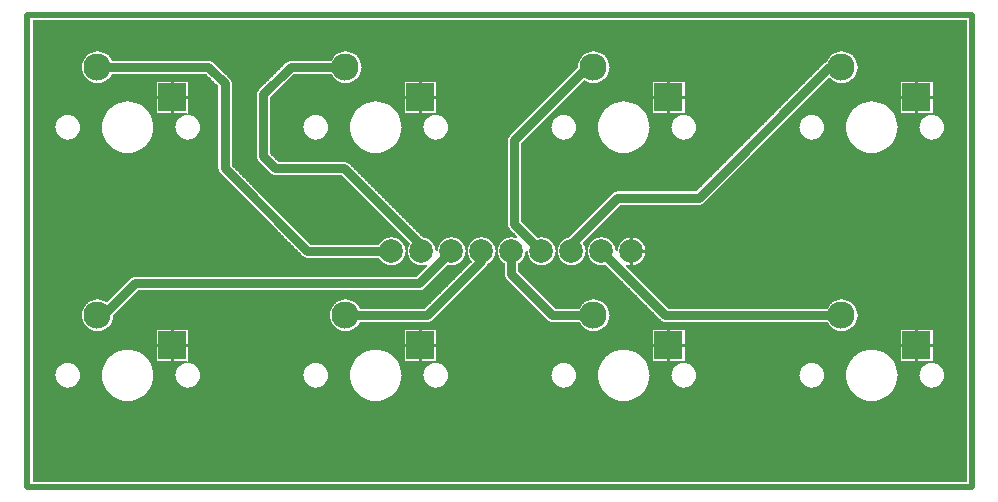
<source format=gtl>
%FSLAX33Y33*%
%MOMM*%
%AMRect-W2300000-H2300000-RO1.000*
21,1,2.3,2.3,0.,0.,180*%
%ADD10C,0.0508*%
%ADD11C,0.508*%
%ADD12C,0.75*%
%ADD13C,2.3*%
%ADD14C,0.08*%
%ADD15Rect-W2300000-H2300000-RO1.000*%
%ADD16C,2.*%
D10*
%LNpour fill*%
G01*
X79508Y-0492D02*
X79508Y-0492D01*
X0492Y-0492*
X0492Y-39508*
X79508Y-39508*
X79508Y-0492*
X6229Y-26779D02*
X6229Y-26779D01*
X6231Y-26778*
X6489Y-26700*
X6491Y-26699*
X6729Y-26572*
X6731Y-26571*
X6939Y-26400*
X6940Y-26399*
X7111Y-26191*
X7112Y-26189*
X7239Y-25951*
X7240Y-25949*
X7318Y-25691*
X7319Y-25689*
X7345Y-25421*
X7345Y-25419*
X7343Y-25398*
X9382Y-23359*
X33171Y-23359*
X33172Y-23358*
X33326Y-23338*
X33329Y-23337*
X33473Y-23278*
X33476Y-23276*
X33598Y-23182*
X33600Y-23181*
X35595Y-21185*
X35678Y-21210*
X35680Y-21211*
X35919Y-21234*
X35921Y-21234*
X36160Y-21211*
X36162Y-21210*
X36391Y-21141*
X36394Y-21140*
X36605Y-21027*
X36607Y-21026*
X36792Y-20874*
X36794Y-20872*
X36946Y-20687*
X36947Y-20685*
X37060Y-20474*
X37061Y-20471*
X37130Y-20242*
X37131Y-20240*
X37145Y-20098*
X37149Y-20054*
X37231Y-20054*
X37235Y-20098*
X37249Y-20240*
X37250Y-20242*
X37319Y-20471*
X37320Y-20474*
X37433Y-20685*
X37434Y-20687*
X37580Y-20865*
X37582Y-20898*
X33668Y-24811*
X28198Y-24811*
X28112Y-24651*
X28111Y-24649*
X27940Y-24441*
X27939Y-24440*
X27731Y-24269*
X27729Y-24268*
X27491Y-24141*
X27489Y-24140*
X27231Y-24062*
X27229Y-24061*
X26961Y-24035*
X26959Y-24035*
X26691Y-24061*
X26689Y-24062*
X26431Y-24140*
X26429Y-24141*
X26191Y-24268*
X26189Y-24269*
X25981Y-24440*
X25980Y-24441*
X25809Y-24649*
X25808Y-24651*
X25681Y-24889*
X25680Y-24891*
X25602Y-25149*
X25601Y-25151*
X25575Y-25419*
X25575Y-25421*
X25601Y-25689*
X25602Y-25691*
X25680Y-25949*
X25681Y-25951*
X25808Y-26189*
X25809Y-26191*
X25980Y-26399*
X25981Y-26400*
X26189Y-26571*
X26191Y-26572*
X26429Y-26699*
X26431Y-26700*
X26689Y-26778*
X26691Y-26779*
X26959Y-26805*
X26961Y-26805*
X27229Y-26779*
X27231Y-26778*
X27489Y-26700*
X27491Y-26699*
X27729Y-26572*
X27731Y-26571*
X27939Y-26400*
X27940Y-26399*
X28111Y-26191*
X28112Y-26189*
X28198Y-26029*
X33921Y-26029*
X33922Y-26028*
X34076Y-26008*
X34079Y-26007*
X34223Y-25948*
X34226Y-25946*
X34348Y-25852*
X34350Y-25851*
X38891Y-21310*
X38892Y-21308*
X38986Y-21186*
X38988Y-21183*
X39026Y-21090*
X39145Y-21027*
X39147Y-21026*
X39332Y-20874*
X39334Y-20872*
X39486Y-20687*
X39487Y-20685*
X39600Y-20474*
X39601Y-20471*
X39670Y-20242*
X39671Y-20240*
X39685Y-20098*
X39689Y-20054*
X39771Y-20054*
X39775Y-20098*
X39789Y-20240*
X39790Y-20242*
X39859Y-20471*
X39860Y-20474*
X39973Y-20685*
X39974Y-20687*
X40126Y-20872*
X40128Y-20874*
X40313Y-21026*
X40315Y-21027*
X40391Y-21068*
X40391Y-21961*
X40392Y-21962*
X40412Y-22116*
X40413Y-22119*
X40472Y-22263*
X40474Y-22266*
X40568Y-22388*
X40569Y-22390*
X44030Y-25851*
X44032Y-25852*
X44154Y-25946*
X44157Y-25948*
X44301Y-26007*
X44304Y-26008*
X44458Y-26028*
X44459Y-26029*
X46722Y-26029*
X46808Y-26189*
X46809Y-26191*
X46980Y-26399*
X46981Y-26400*
X47189Y-26571*
X47191Y-26572*
X47429Y-26699*
X47431Y-26700*
X47689Y-26778*
X47691Y-26779*
X47959Y-26805*
X47961Y-26805*
X48229Y-26779*
X48231Y-26778*
X48489Y-26700*
X48491Y-26699*
X48729Y-26572*
X48731Y-26571*
X48939Y-26400*
X48940Y-26399*
X49111Y-26191*
X49112Y-26189*
X49239Y-25951*
X49240Y-25949*
X49318Y-25691*
X49319Y-25689*
X49345Y-25421*
X49345Y-25419*
X49319Y-25151*
X49318Y-25149*
X49240Y-24891*
X49239Y-24889*
X49112Y-24651*
X49111Y-24649*
X48940Y-24441*
X48939Y-24440*
X48731Y-24269*
X48729Y-24268*
X48491Y-24141*
X48489Y-24140*
X48231Y-24062*
X48229Y-24061*
X47961Y-24035*
X47959Y-24035*
X47691Y-24061*
X47689Y-24062*
X47431Y-24140*
X47429Y-24141*
X47191Y-24268*
X47189Y-24269*
X46981Y-24440*
X46980Y-24441*
X46809Y-24649*
X46808Y-24651*
X46722Y-24811*
X44712Y-24811*
X41609Y-21708*
X41609Y-21068*
X41685Y-21027*
X41687Y-21026*
X41872Y-20874*
X41874Y-20872*
X42026Y-20687*
X42027Y-20685*
X42140Y-20474*
X42141Y-20471*
X42210Y-20242*
X42211Y-20240*
X42225Y-20098*
X42229Y-20054*
X42311Y-20054*
X42315Y-20098*
X42329Y-20240*
X42330Y-20242*
X42399Y-20471*
X42400Y-20474*
X42513Y-20685*
X42514Y-20687*
X42666Y-20872*
X42668Y-20874*
X42853Y-21026*
X42855Y-21027*
X43066Y-21140*
X43069Y-21141*
X43298Y-21210*
X43300Y-21211*
X43539Y-21234*
X43541Y-21234*
X43780Y-21211*
X43782Y-21210*
X44011Y-21141*
X44014Y-21140*
X44225Y-21027*
X44227Y-21026*
X44412Y-20874*
X44414Y-20872*
X44566Y-20687*
X44567Y-20685*
X44680Y-20474*
X44681Y-20471*
X44750Y-20242*
X44751Y-20240*
X44765Y-20098*
X44769Y-20054*
X44851Y-20054*
X44855Y-20098*
X44869Y-20240*
X44870Y-20242*
X44939Y-20471*
X44940Y-20474*
X45053Y-20685*
X45054Y-20687*
X45206Y-20872*
X45208Y-20874*
X45393Y-21026*
X45395Y-21027*
X45606Y-21140*
X45609Y-21141*
X45838Y-21210*
X45840Y-21211*
X46079Y-21234*
X46081Y-21234*
X46320Y-21211*
X46322Y-21210*
X46551Y-21141*
X46554Y-21140*
X46765Y-21027*
X46767Y-21026*
X46952Y-20874*
X46954Y-20872*
X47106Y-20687*
X47107Y-20685*
X47220Y-20474*
X47221Y-20471*
X47290Y-20242*
X47291Y-20240*
X47305Y-20098*
X47309Y-20054*
X47391Y-20054*
X47395Y-20098*
X47409Y-20240*
X47410Y-20242*
X47479Y-20471*
X47480Y-20474*
X47593Y-20685*
X47594Y-20687*
X47746Y-20872*
X47748Y-20874*
X47933Y-21026*
X47935Y-21027*
X48146Y-21140*
X48149Y-21141*
X48378Y-21210*
X48380Y-21211*
X48619Y-21234*
X48621Y-21234*
X48860Y-21211*
X48862Y-21210*
X48945Y-21185*
X53610Y-25851*
X53612Y-25852*
X53734Y-25946*
X53737Y-25948*
X53881Y-26007*
X53884Y-26008*
X54038Y-26028*
X54039Y-26029*
X67722Y-26029*
X67808Y-26189*
X67809Y-26191*
X67980Y-26399*
X67981Y-26400*
X68189Y-26571*
X68191Y-26572*
X68429Y-26699*
X68431Y-26700*
X68689Y-26778*
X68691Y-26779*
X68959Y-26805*
X68961Y-26805*
X69229Y-26779*
X69231Y-26778*
X69489Y-26700*
X69491Y-26699*
X69729Y-26572*
X69731Y-26571*
X69939Y-26400*
X69940Y-26399*
X70111Y-26191*
X70112Y-26189*
X70239Y-25951*
X70240Y-25949*
X70318Y-25691*
X70319Y-25689*
X70345Y-25421*
X70345Y-25419*
X70319Y-25151*
X70318Y-25149*
X70240Y-24891*
X70239Y-24889*
X70112Y-24651*
X70111Y-24649*
X69940Y-24441*
X69939Y-24440*
X69731Y-24269*
X69729Y-24268*
X69491Y-24141*
X69489Y-24140*
X69231Y-24062*
X69229Y-24061*
X68961Y-24035*
X68959Y-24035*
X68691Y-24061*
X68689Y-24062*
X68431Y-24140*
X68429Y-24141*
X68191Y-24268*
X68189Y-24269*
X67981Y-24440*
X67980Y-24441*
X67809Y-24649*
X67808Y-24651*
X67722Y-24811*
X54292Y-24811*
X50725Y-21245*
X50772Y-21166*
X50918Y-21210*
X50920Y-21211*
X51067Y-21225*
X51084Y-21210*
X51084Y-18790*
X51067Y-18775*
X50920Y-18789*
X50918Y-18790*
X50689Y-18859*
X50686Y-18860*
X50475Y-18973*
X50473Y-18974*
X50288Y-19126*
X50286Y-19128*
X50134Y-19313*
X50133Y-19315*
X50020Y-19526*
X50019Y-19529*
X49950Y-19758*
X49949Y-19760*
X49935Y-19902*
X49931Y-19946*
X49849Y-19946*
X49845Y-19902*
X49831Y-19760*
X49830Y-19758*
X49761Y-19529*
X49760Y-19526*
X49647Y-19315*
X49646Y-19313*
X49494Y-19128*
X49492Y-19126*
X49307Y-18974*
X49305Y-18973*
X49094Y-18860*
X49091Y-18859*
X48862Y-18790*
X48860Y-18789*
X48621Y-18766*
X48619Y-18766*
X48380Y-18789*
X48378Y-18790*
X48149Y-18859*
X48146Y-18860*
X47935Y-18973*
X47933Y-18974*
X47748Y-19126*
X47746Y-19128*
X47594Y-19313*
X47593Y-19315*
X47480Y-19526*
X47479Y-19529*
X47410Y-19758*
X47409Y-19760*
X47395Y-19902*
X47391Y-19946*
X47309Y-19946*
X47305Y-19902*
X47291Y-19760*
X47290Y-19758*
X47221Y-19529*
X47220Y-19526*
X47107Y-19315*
X47106Y-19313*
X47079Y-19281*
X50252Y-16109*
X56881Y-16109*
X56882Y-16108*
X57036Y-16088*
X57039Y-16087*
X57183Y-16028*
X57186Y-16026*
X57308Y-15932*
X57310Y-15931*
X67863Y-5378*
X67967Y-5383*
X67980Y-5399*
X67981Y-5400*
X68189Y-5571*
X68191Y-5572*
X68429Y-5699*
X68431Y-5700*
X68689Y-5778*
X68691Y-5779*
X68959Y-5805*
X68961Y-5805*
X69229Y-5779*
X69231Y-5778*
X69489Y-5700*
X69491Y-5699*
X69729Y-5572*
X69731Y-5571*
X69939Y-5400*
X69940Y-5399*
X70111Y-5191*
X70112Y-5189*
X70239Y-4951*
X70240Y-4949*
X70318Y-4691*
X70319Y-4689*
X70345Y-4421*
X70345Y-4419*
X70319Y-4151*
X70318Y-4149*
X70240Y-3891*
X70239Y-3889*
X70112Y-3651*
X70111Y-3649*
X69940Y-3441*
X69939Y-3440*
X69731Y-3269*
X69729Y-3268*
X69491Y-3141*
X69489Y-3140*
X69231Y-3062*
X69229Y-3061*
X68961Y-3035*
X68959Y-3035*
X68691Y-3061*
X68689Y-3062*
X68431Y-3140*
X68429Y-3141*
X68191Y-3268*
X68189Y-3269*
X67981Y-3440*
X67980Y-3441*
X67809Y-3649*
X67808Y-3651*
X67685Y-3880*
X67657Y-3892*
X67654Y-3894*
X67532Y-3988*
X67530Y-3989*
X56628Y-14891*
X49999Y-14891*
X49998Y-14892*
X49844Y-14912*
X49841Y-14913*
X49697Y-14972*
X49694Y-14974*
X49572Y-15068*
X49570Y-15069*
X45851Y-18788*
X45840Y-18789*
X45838Y-18790*
X45609Y-18859*
X45606Y-18860*
X45395Y-18973*
X45393Y-18974*
X45208Y-19126*
X45206Y-19128*
X45054Y-19313*
X45053Y-19315*
X44940Y-19526*
X44939Y-19529*
X44870Y-19758*
X44869Y-19760*
X44855Y-19902*
X44851Y-19946*
X44769Y-19946*
X44765Y-19902*
X44751Y-19760*
X44750Y-19758*
X44681Y-19529*
X44680Y-19526*
X44567Y-19315*
X44566Y-19313*
X44414Y-19128*
X44412Y-19126*
X44227Y-18974*
X44225Y-18973*
X44014Y-18860*
X44011Y-18859*
X43782Y-18790*
X43780Y-18789*
X43541Y-18766*
X43539Y-18766*
X43300Y-18789*
X43298Y-18790*
X43215Y-18815*
X41859Y-17458*
X41859Y-10882*
X47179Y-5562*
X47189Y-5571*
X47191Y-5572*
X47429Y-5699*
X47431Y-5700*
X47689Y-5778*
X47691Y-5779*
X47959Y-5805*
X47961Y-5805*
X48229Y-5779*
X48231Y-5778*
X48489Y-5700*
X48491Y-5699*
X48729Y-5572*
X48731Y-5571*
X48939Y-5400*
X48940Y-5399*
X49111Y-5191*
X49112Y-5189*
X49239Y-4951*
X49240Y-4949*
X49318Y-4691*
X49319Y-4689*
X49345Y-4421*
X49345Y-4419*
X49319Y-4151*
X49318Y-4149*
X49240Y-3891*
X49239Y-3889*
X49112Y-3651*
X49111Y-3649*
X48940Y-3441*
X48939Y-3440*
X48731Y-3269*
X48729Y-3268*
X48491Y-3141*
X48489Y-3140*
X48231Y-3062*
X48229Y-3061*
X47961Y-3035*
X47959Y-3035*
X47691Y-3061*
X47689Y-3062*
X47431Y-3140*
X47429Y-3141*
X47191Y-3268*
X47189Y-3269*
X46981Y-3440*
X46980Y-3441*
X46809Y-3649*
X46808Y-3651*
X46681Y-3889*
X46680Y-3891*
X46602Y-4149*
X46601Y-4151*
X46575Y-4419*
X46575Y-4421*
X46577Y-4442*
X40819Y-10200*
X40818Y-10202*
X40724Y-10324*
X40722Y-10327*
X40663Y-10471*
X40662Y-10474*
X40642Y-10628*
X40641Y-10629*
X40641Y-17711*
X40642Y-17712*
X40662Y-17866*
X40663Y-17869*
X40722Y-18013*
X40724Y-18016*
X40818Y-18138*
X40819Y-18140*
X41435Y-18755*
X41388Y-18834*
X41242Y-18790*
X41240Y-18789*
X41001Y-18766*
X40999Y-18766*
X40760Y-18789*
X40758Y-18790*
X40529Y-18859*
X40526Y-18860*
X40315Y-18973*
X40313Y-18974*
X40128Y-19126*
X40126Y-19128*
X39974Y-19313*
X39973Y-19315*
X39860Y-19526*
X39859Y-19529*
X39790Y-19758*
X39789Y-19760*
X39775Y-19902*
X39771Y-19946*
X39689Y-19946*
X39685Y-19902*
X39671Y-19760*
X39670Y-19758*
X39601Y-19529*
X39600Y-19526*
X39487Y-19315*
X39486Y-19313*
X39334Y-19128*
X39332Y-19126*
X39147Y-18974*
X39145Y-18973*
X38934Y-18860*
X38931Y-18859*
X38702Y-18790*
X38700Y-18789*
X38461Y-18766*
X38459Y-18766*
X38220Y-18789*
X38218Y-18790*
X37989Y-18859*
X37986Y-18860*
X37775Y-18973*
X37773Y-18974*
X37588Y-19126*
X37586Y-19128*
X37434Y-19313*
X37433Y-19315*
X37320Y-19526*
X37319Y-19529*
X37250Y-19758*
X37249Y-19760*
X37235Y-19902*
X37231Y-19946*
X37149Y-19946*
X37145Y-19902*
X37131Y-19760*
X37130Y-19758*
X37061Y-19529*
X37060Y-19526*
X36947Y-19315*
X36946Y-19313*
X36794Y-19128*
X36792Y-19126*
X36607Y-18974*
X36605Y-18973*
X36394Y-18860*
X36391Y-18859*
X36162Y-18790*
X36160Y-18789*
X35921Y-18766*
X35919Y-18766*
X35680Y-18789*
X35678Y-18790*
X35449Y-18859*
X35446Y-18860*
X35235Y-18973*
X35233Y-18974*
X35048Y-19126*
X35046Y-19128*
X34894Y-19313*
X34893Y-19315*
X34780Y-19526*
X34779Y-19529*
X34710Y-19758*
X34709Y-19760*
X34695Y-19902*
X34691Y-19946*
X34609Y-19946*
X34605Y-19902*
X34591Y-19760*
X34590Y-19758*
X34521Y-19529*
X34520Y-19526*
X34407Y-19315*
X34406Y-19313*
X34254Y-19128*
X34252Y-19126*
X34067Y-18974*
X34065Y-18973*
X33854Y-18860*
X33851Y-18859*
X33622Y-18790*
X33620Y-18789*
X33476Y-18775*
X27270Y-12569*
X27268Y-12568*
X27146Y-12474*
X27143Y-12472*
X26999Y-12413*
X26996Y-12412*
X26842Y-12392*
X26841Y-12391*
X21252Y-12391*
X20609Y-11748*
X20609Y-7002*
X22582Y-5029*
X25722Y-5029*
X25808Y-5189*
X25809Y-5191*
X25980Y-5399*
X25981Y-5400*
X26189Y-5571*
X26191Y-5572*
X26429Y-5699*
X26431Y-5700*
X26689Y-5778*
X26691Y-5779*
X26959Y-5805*
X26961Y-5805*
X27229Y-5779*
X27231Y-5778*
X27489Y-5700*
X27491Y-5699*
X27729Y-5572*
X27731Y-5571*
X27939Y-5400*
X27940Y-5399*
X28111Y-5191*
X28112Y-5189*
X28239Y-4951*
X28240Y-4949*
X28318Y-4691*
X28319Y-4689*
X28345Y-4421*
X28345Y-4419*
X28319Y-4151*
X28318Y-4149*
X28240Y-3891*
X28239Y-3889*
X28112Y-3651*
X28111Y-3649*
X27940Y-3441*
X27939Y-3440*
X27731Y-3269*
X27729Y-3268*
X27491Y-3141*
X27489Y-3140*
X27231Y-3062*
X27229Y-3061*
X26961Y-3035*
X26959Y-3035*
X26691Y-3061*
X26689Y-3062*
X26431Y-3140*
X26429Y-3141*
X26191Y-3268*
X26189Y-3269*
X25981Y-3440*
X25980Y-3441*
X25809Y-3649*
X25808Y-3651*
X25722Y-3811*
X22329Y-3811*
X22328Y-3812*
X22174Y-3832*
X22171Y-3833*
X22027Y-3892*
X22024Y-3894*
X21902Y-3988*
X21900Y-3989*
X19569Y-6320*
X19568Y-6322*
X19474Y-6444*
X19472Y-6447*
X19413Y-6591*
X19412Y-6594*
X19392Y-6748*
X19391Y-6749*
X19391Y-12001*
X19392Y-12002*
X19412Y-12156*
X19413Y-12159*
X19472Y-12303*
X19474Y-12306*
X19568Y-12428*
X19569Y-12430*
X20570Y-13431*
X20572Y-13432*
X20694Y-13526*
X20697Y-13528*
X20841Y-13587*
X20844Y-13588*
X20998Y-13608*
X20999Y-13609*
X26588Y-13609*
X32333Y-19353*
X32240Y-19526*
X32239Y-19529*
X32170Y-19758*
X32169Y-19760*
X32155Y-19902*
X32151Y-19946*
X32069Y-19946*
X32065Y-19902*
X32051Y-19760*
X32050Y-19758*
X31981Y-19529*
X31980Y-19526*
X31867Y-19315*
X31866Y-19313*
X31714Y-19128*
X31712Y-19126*
X31527Y-18974*
X31525Y-18973*
X31314Y-18860*
X31311Y-18859*
X31082Y-18790*
X31080Y-18789*
X30841Y-18766*
X30839Y-18766*
X30600Y-18789*
X30598Y-18790*
X30369Y-18859*
X30366Y-18860*
X30155Y-18973*
X30153Y-18974*
X29968Y-19126*
X29966Y-19128*
X29814Y-19313*
X29813Y-19315*
X29772Y-19391*
X24002Y-19391*
X17359Y-12748*
X17359Y-5809*
X17358Y-5808*
X17338Y-5654*
X17337Y-5651*
X17278Y-5507*
X17276Y-5504*
X17182Y-5382*
X17181Y-5380*
X15790Y-3989*
X15788Y-3988*
X15666Y-3894*
X15663Y-3892*
X15519Y-3833*
X15516Y-3832*
X15362Y-3812*
X15361Y-3811*
X7198Y-3811*
X7112Y-3651*
X7111Y-3649*
X6940Y-3441*
X6939Y-3440*
X6731Y-3269*
X6729Y-3268*
X6491Y-3141*
X6489Y-3140*
X6231Y-3062*
X6229Y-3061*
X5961Y-3035*
X5959Y-3035*
X5691Y-3061*
X5689Y-3062*
X5431Y-3140*
X5429Y-3141*
X5191Y-3268*
X5189Y-3269*
X4981Y-3440*
X4980Y-3441*
X4809Y-3649*
X4808Y-3651*
X4681Y-3889*
X4680Y-3891*
X4602Y-4149*
X4601Y-4151*
X4575Y-4419*
X4575Y-4421*
X4601Y-4689*
X4602Y-4691*
X4680Y-4949*
X4681Y-4951*
X4808Y-5189*
X4809Y-5191*
X4980Y-5399*
X4981Y-5400*
X5189Y-5571*
X5191Y-5572*
X5429Y-5699*
X5431Y-5700*
X5689Y-5778*
X5691Y-5779*
X5959Y-5805*
X5961Y-5805*
X6229Y-5779*
X6231Y-5778*
X6489Y-5700*
X6491Y-5699*
X6729Y-5572*
X6731Y-5571*
X6939Y-5400*
X6940Y-5399*
X7111Y-5191*
X7112Y-5189*
X7198Y-5029*
X15108Y-5029*
X16141Y-6062*
X16141Y-13001*
X16142Y-13002*
X16162Y-13156*
X16163Y-13159*
X16222Y-13303*
X16224Y-13306*
X16318Y-13428*
X16319Y-13430*
X23320Y-20431*
X23322Y-20432*
X23444Y-20526*
X23447Y-20528*
X23591Y-20587*
X23594Y-20588*
X23748Y-20608*
X23749Y-20609*
X29772Y-20609*
X29813Y-20685*
X29814Y-20687*
X29966Y-20872*
X29968Y-20874*
X30153Y-21026*
X30155Y-21027*
X30366Y-21140*
X30369Y-21141*
X30598Y-21210*
X30600Y-21211*
X30839Y-21234*
X30841Y-21234*
X31080Y-21211*
X31082Y-21210*
X31311Y-21141*
X31314Y-21140*
X31525Y-21027*
X31527Y-21026*
X31712Y-20874*
X31714Y-20872*
X31866Y-20687*
X31867Y-20685*
X31980Y-20474*
X31981Y-20471*
X32050Y-20242*
X32051Y-20240*
X32065Y-20098*
X32069Y-20054*
X32151Y-20054*
X32155Y-20098*
X32169Y-20240*
X32170Y-20242*
X32239Y-20471*
X32240Y-20474*
X32353Y-20685*
X32354Y-20687*
X32506Y-20872*
X32508Y-20874*
X32693Y-21026*
X32695Y-21027*
X32906Y-21140*
X32909Y-21141*
X33138Y-21210*
X33140Y-21211*
X33379Y-21234*
X33381Y-21234*
X33620Y-21211*
X33622Y-21210*
X33768Y-21166*
X33815Y-21245*
X32918Y-22141*
X9129Y-22141*
X9128Y-22142*
X8974Y-22162*
X8971Y-22163*
X8827Y-22222*
X8824Y-22224*
X8702Y-22318*
X8700Y-22319*
X6741Y-24278*
X6731Y-24269*
X6729Y-24268*
X6491Y-24141*
X6489Y-24140*
X6231Y-24062*
X6229Y-24061*
X5961Y-24035*
X5959Y-24035*
X5691Y-24061*
X5689Y-24062*
X5431Y-24140*
X5429Y-24141*
X5191Y-24268*
X5189Y-24269*
X4981Y-24440*
X4980Y-24441*
X4809Y-24649*
X4808Y-24651*
X4681Y-24889*
X4680Y-24891*
X4602Y-25149*
X4601Y-25151*
X4575Y-25419*
X4575Y-25421*
X4601Y-25689*
X4602Y-25691*
X4680Y-25949*
X4681Y-25951*
X4808Y-26189*
X4809Y-26191*
X4980Y-26399*
X4981Y-26400*
X5189Y-26571*
X5191Y-26572*
X5429Y-26699*
X5431Y-26700*
X5689Y-26778*
X5691Y-26779*
X5959Y-26805*
X5961Y-26805*
X6229Y-26779*
X76689Y-6869D02*
X76689Y-6869D01*
X76689Y-5596*
X76674Y-5581*
X75401Y-5581*
X75386Y-5596*
X75386Y-6869*
X75401Y-6884*
X76674Y-6884*
X76689Y-6869*
X75234Y-6869D02*
X75234Y-6869D01*
X75234Y-5596*
X75219Y-5581*
X73946Y-5581*
X73931Y-5596*
X73931Y-6869*
X73946Y-6884*
X75219Y-6884*
X75234Y-6869*
X55689Y-6869D02*
X55689Y-6869D01*
X55689Y-5596*
X55674Y-5581*
X54401Y-5581*
X54386Y-5596*
X54386Y-6869*
X54401Y-6884*
X55674Y-6884*
X55689Y-6869*
X54234Y-6869D02*
X54234Y-6869D01*
X54234Y-5596*
X54219Y-5581*
X52946Y-5581*
X52931Y-5596*
X52931Y-6869*
X52946Y-6884*
X54219Y-6884*
X54234Y-6869*
X34689Y-6869D02*
X34689Y-6869D01*
X34689Y-5596*
X34674Y-5581*
X33401Y-5581*
X33386Y-5596*
X33386Y-6869*
X33401Y-6884*
X34674Y-6884*
X34689Y-6869*
X33234Y-6869D02*
X33234Y-6869D01*
X33234Y-5596*
X33219Y-5581*
X31946Y-5581*
X31931Y-5596*
X31931Y-6869*
X31946Y-6884*
X33219Y-6884*
X33234Y-6869*
X13689Y-6869D02*
X13689Y-6869D01*
X13689Y-5596*
X13674Y-5581*
X12401Y-5581*
X12386Y-5596*
X12386Y-6869*
X12401Y-6884*
X13674Y-6884*
X13689Y-6869*
X12234Y-6869D02*
X12234Y-6869D01*
X12234Y-5596*
X12219Y-5581*
X10946Y-5581*
X10931Y-5596*
X10931Y-6869*
X10946Y-6884*
X12219Y-6884*
X12234Y-6869*
X75234Y-8324D02*
X75234Y-8324D01*
X75234Y-7051*
X75219Y-7036*
X73946Y-7036*
X73931Y-7051*
X73931Y-8324*
X73946Y-8339*
X75219Y-8339*
X75234Y-8324*
X54234Y-8324D02*
X54234Y-8324D01*
X54234Y-7051*
X54219Y-7036*
X52946Y-7036*
X52931Y-7051*
X52931Y-8324*
X52946Y-8339*
X54219Y-8339*
X54234Y-8324*
X33234Y-8324D02*
X33234Y-8324D01*
X33234Y-7051*
X33219Y-7036*
X31946Y-7036*
X31931Y-7051*
X31931Y-8324*
X31946Y-8339*
X33219Y-8339*
X33234Y-8324*
X12234Y-8324D02*
X12234Y-8324D01*
X12234Y-7051*
X12219Y-7036*
X10946Y-7036*
X10931Y-7051*
X10931Y-8324*
X10946Y-8339*
X12219Y-8339*
X12234Y-8324*
X76860Y-10552D02*
X76860Y-10552D01*
X76863Y-10551*
X77123Y-10444*
X77126Y-10442*
X77349Y-10271*
X77351Y-10269*
X77522Y-10046*
X77524Y-10043*
X77631Y-9783*
X77632Y-9780*
X77669Y-9502*
X77669Y-9498*
X77632Y-9220*
X77631Y-9217*
X77524Y-8957*
X77522Y-8954*
X77351Y-8731*
X77349Y-8729*
X77126Y-8558*
X77123Y-8556*
X76863Y-8449*
X76860Y-8448*
X76678Y-8424*
X76678Y-8424*
X76677Y-8424*
X76672Y-8337*
X76678Y-8336*
X76689Y-8322*
X76689Y-8281*
X76689Y-8281*
X76689Y-7051*
X76674Y-7036*
X75401Y-7036*
X75386Y-7051*
X75386Y-8324*
X75401Y-8339*
X76522Y-8339*
X76527Y-8418*
X76482Y-8424*
X76300Y-8448*
X76297Y-8449*
X76037Y-8556*
X76034Y-8558*
X75811Y-8729*
X75809Y-8731*
X75638Y-8954*
X75636Y-8957*
X75529Y-9217*
X75528Y-9220*
X75491Y-9498*
X75491Y-9502*
X75528Y-9780*
X75529Y-9783*
X75636Y-10043*
X75638Y-10046*
X75809Y-10269*
X75811Y-10271*
X76034Y-10442*
X76037Y-10444*
X76297Y-10551*
X76300Y-10552*
X76578Y-10589*
X76582Y-10589*
X76860Y-10552*
X66700Y-10552D02*
X66700Y-10552D01*
X66703Y-10551*
X66963Y-10444*
X66966Y-10442*
X67189Y-10271*
X67191Y-10269*
X67362Y-10046*
X67364Y-10043*
X67471Y-9783*
X67472Y-9780*
X67509Y-9502*
X67509Y-9498*
X67472Y-9220*
X67471Y-9217*
X67364Y-8957*
X67362Y-8954*
X67191Y-8731*
X67189Y-8729*
X66966Y-8558*
X66963Y-8556*
X66703Y-8449*
X66700Y-8448*
X66422Y-8411*
X66418Y-8411*
X66140Y-8448*
X66137Y-8449*
X65877Y-8556*
X65874Y-8558*
X65651Y-8729*
X65649Y-8731*
X65478Y-8954*
X65476Y-8957*
X65369Y-9217*
X65368Y-9220*
X65331Y-9498*
X65331Y-9502*
X65368Y-9780*
X65369Y-9783*
X65476Y-10043*
X65478Y-10046*
X65649Y-10269*
X65651Y-10271*
X65874Y-10442*
X65877Y-10444*
X66137Y-10551*
X66140Y-10552*
X66418Y-10589*
X66422Y-10589*
X66700Y-10552*
X55860Y-10552D02*
X55860Y-10552D01*
X55863Y-10551*
X56123Y-10444*
X56126Y-10442*
X56349Y-10271*
X56351Y-10269*
X56522Y-10046*
X56524Y-10043*
X56631Y-9783*
X56632Y-9780*
X56669Y-9502*
X56669Y-9498*
X56632Y-9220*
X56631Y-9217*
X56524Y-8957*
X56522Y-8954*
X56351Y-8731*
X56349Y-8729*
X56126Y-8558*
X56123Y-8556*
X55863Y-8449*
X55860Y-8448*
X55678Y-8424*
X55678Y-8424*
X55677Y-8424*
X55672Y-8337*
X55678Y-8336*
X55689Y-8322*
X55689Y-8281*
X55689Y-8281*
X55689Y-7051*
X55674Y-7036*
X54401Y-7036*
X54386Y-7051*
X54386Y-8324*
X54401Y-8339*
X55522Y-8339*
X55527Y-8418*
X55482Y-8424*
X55300Y-8448*
X55297Y-8449*
X55037Y-8556*
X55034Y-8558*
X54811Y-8729*
X54809Y-8731*
X54638Y-8954*
X54636Y-8957*
X54529Y-9217*
X54528Y-9220*
X54491Y-9498*
X54491Y-9502*
X54528Y-9780*
X54529Y-9783*
X54636Y-10043*
X54638Y-10046*
X54809Y-10269*
X54811Y-10271*
X55034Y-10442*
X55037Y-10444*
X55297Y-10551*
X55300Y-10552*
X55578Y-10589*
X55582Y-10589*
X55860Y-10552*
X45700Y-10552D02*
X45700Y-10552D01*
X45703Y-10551*
X45963Y-10444*
X45966Y-10442*
X46189Y-10271*
X46191Y-10269*
X46362Y-10046*
X46364Y-10043*
X46471Y-9783*
X46472Y-9780*
X46509Y-9502*
X46509Y-9498*
X46472Y-9220*
X46471Y-9217*
X46364Y-8957*
X46362Y-8954*
X46191Y-8731*
X46189Y-8729*
X45966Y-8558*
X45963Y-8556*
X45703Y-8449*
X45700Y-8448*
X45422Y-8411*
X45418Y-8411*
X45140Y-8448*
X45137Y-8449*
X44877Y-8556*
X44874Y-8558*
X44651Y-8729*
X44649Y-8731*
X44478Y-8954*
X44476Y-8957*
X44369Y-9217*
X44368Y-9220*
X44331Y-9498*
X44331Y-9502*
X44368Y-9780*
X44369Y-9783*
X44476Y-10043*
X44478Y-10046*
X44649Y-10269*
X44651Y-10271*
X44874Y-10442*
X44877Y-10444*
X45137Y-10551*
X45140Y-10552*
X45418Y-10589*
X45422Y-10589*
X45700Y-10552*
X34860Y-10552D02*
X34860Y-10552D01*
X34863Y-10551*
X35123Y-10444*
X35126Y-10442*
X35349Y-10271*
X35351Y-10269*
X35522Y-10046*
X35524Y-10043*
X35631Y-9783*
X35632Y-9780*
X35669Y-9502*
X35669Y-9498*
X35632Y-9220*
X35631Y-9217*
X35524Y-8957*
X35522Y-8954*
X35351Y-8731*
X35349Y-8729*
X35126Y-8558*
X35123Y-8556*
X34863Y-8449*
X34860Y-8448*
X34678Y-8424*
X34678Y-8424*
X34677Y-8424*
X34672Y-8337*
X34678Y-8336*
X34689Y-8322*
X34689Y-8281*
X34689Y-8281*
X34689Y-7051*
X34674Y-7036*
X33401Y-7036*
X33386Y-7051*
X33386Y-8324*
X33401Y-8339*
X34522Y-8339*
X34527Y-8418*
X34482Y-8424*
X34300Y-8448*
X34297Y-8449*
X34037Y-8556*
X34034Y-8558*
X33811Y-8729*
X33809Y-8731*
X33638Y-8954*
X33636Y-8957*
X33529Y-9217*
X33528Y-9220*
X33491Y-9498*
X33491Y-9502*
X33528Y-9780*
X33529Y-9783*
X33636Y-10043*
X33638Y-10046*
X33809Y-10269*
X33811Y-10271*
X34034Y-10442*
X34037Y-10444*
X34297Y-10551*
X34300Y-10552*
X34578Y-10589*
X34582Y-10589*
X34860Y-10552*
X24700Y-10552D02*
X24700Y-10552D01*
X24703Y-10551*
X24963Y-10444*
X24966Y-10442*
X25189Y-10271*
X25191Y-10269*
X25362Y-10046*
X25364Y-10043*
X25471Y-9783*
X25472Y-9780*
X25509Y-9502*
X25509Y-9498*
X25472Y-9220*
X25471Y-9217*
X25364Y-8957*
X25362Y-8954*
X25191Y-8731*
X25189Y-8729*
X24966Y-8558*
X24963Y-8556*
X24703Y-8449*
X24700Y-8448*
X24422Y-8411*
X24418Y-8411*
X24140Y-8448*
X24137Y-8449*
X23877Y-8556*
X23874Y-8558*
X23651Y-8729*
X23649Y-8731*
X23478Y-8954*
X23476Y-8957*
X23369Y-9217*
X23368Y-9220*
X23331Y-9498*
X23331Y-9502*
X23368Y-9780*
X23369Y-9783*
X23476Y-10043*
X23478Y-10046*
X23649Y-10269*
X23651Y-10271*
X23874Y-10442*
X23877Y-10444*
X24137Y-10551*
X24140Y-10552*
X24418Y-10589*
X24422Y-10589*
X24700Y-10552*
X13860Y-10552D02*
X13860Y-10552D01*
X13863Y-10551*
X14123Y-10444*
X14126Y-10442*
X14349Y-10271*
X14351Y-10269*
X14522Y-10046*
X14524Y-10043*
X14631Y-9783*
X14632Y-9780*
X14669Y-9502*
X14669Y-9498*
X14632Y-9220*
X14631Y-9217*
X14524Y-8957*
X14522Y-8954*
X14351Y-8731*
X14349Y-8729*
X14126Y-8558*
X14123Y-8556*
X13863Y-8449*
X13860Y-8448*
X13678Y-8424*
X13678Y-8424*
X13677Y-8424*
X13672Y-8337*
X13678Y-8336*
X13689Y-8322*
X13689Y-8281*
X13689Y-8281*
X13689Y-7051*
X13674Y-7036*
X12401Y-7036*
X12386Y-7051*
X12386Y-8324*
X12401Y-8339*
X13522Y-8339*
X13527Y-8418*
X13482Y-8424*
X13300Y-8448*
X13297Y-8449*
X13037Y-8556*
X13034Y-8558*
X12811Y-8729*
X12809Y-8731*
X12638Y-8954*
X12636Y-8957*
X12529Y-9217*
X12528Y-9220*
X12491Y-9498*
X12491Y-9502*
X12528Y-9780*
X12529Y-9783*
X12636Y-10043*
X12638Y-10046*
X12809Y-10269*
X12811Y-10271*
X13034Y-10442*
X13037Y-10444*
X13297Y-10551*
X13300Y-10552*
X13578Y-10589*
X13582Y-10589*
X13860Y-10552*
X3700Y-10552D02*
X3700Y-10552D01*
X3703Y-10551*
X3963Y-10444*
X3966Y-10442*
X4189Y-10271*
X4191Y-10269*
X4362Y-10046*
X4364Y-10043*
X4471Y-9783*
X4472Y-9780*
X4509Y-9502*
X4509Y-9498*
X4472Y-9220*
X4471Y-9217*
X4364Y-8957*
X4362Y-8954*
X4191Y-8731*
X4189Y-8729*
X3966Y-8558*
X3963Y-8556*
X3703Y-8449*
X3700Y-8448*
X3422Y-8411*
X3418Y-8411*
X3140Y-8448*
X3137Y-8449*
X2877Y-8556*
X2874Y-8558*
X2651Y-8729*
X2649Y-8731*
X2478Y-8954*
X2476Y-8957*
X2369Y-9217*
X2368Y-9220*
X2331Y-9498*
X2331Y-9502*
X2368Y-9780*
X2369Y-9783*
X2476Y-10043*
X2478Y-10046*
X2649Y-10269*
X2651Y-10271*
X2874Y-10442*
X2877Y-10444*
X3137Y-10551*
X3140Y-10552*
X3418Y-10589*
X3422Y-10589*
X3700Y-10552*
X71848Y-11702D02*
X71848Y-11702D01*
X71850Y-11702*
X72188Y-11620*
X72190Y-11620*
X72511Y-11487*
X72513Y-11486*
X72810Y-11304*
X72811Y-11303*
X73076Y-11077*
X73077Y-11076*
X73303Y-10811*
X73304Y-10810*
X73486Y-10513*
X73487Y-10511*
X73620Y-10190*
X73620Y-10188*
X73702Y-9850*
X73702Y-9848*
X73729Y-9501*
X73729Y-9499*
X73702Y-9152*
X73702Y-9150*
X73620Y-8812*
X73620Y-8810*
X73487Y-8489*
X73486Y-8487*
X73304Y-8190*
X73303Y-8189*
X73077Y-7924*
X73076Y-7923*
X72811Y-7697*
X72810Y-7696*
X72513Y-7514*
X72511Y-7513*
X72190Y-7380*
X72188Y-7380*
X71850Y-7298*
X71848Y-7298*
X71501Y-7271*
X71499Y-7271*
X71152Y-7298*
X71150Y-7298*
X70812Y-7380*
X70810Y-7380*
X70489Y-7513*
X70487Y-7514*
X70190Y-7696*
X70189Y-7697*
X69924Y-7923*
X69923Y-7924*
X69697Y-8189*
X69696Y-8190*
X69514Y-8487*
X69513Y-8489*
X69380Y-8810*
X69380Y-8812*
X69298Y-9150*
X69298Y-9152*
X69271Y-9499*
X69271Y-9501*
X69298Y-9848*
X69298Y-9850*
X69380Y-10188*
X69380Y-10190*
X69513Y-10511*
X69514Y-10513*
X69696Y-10810*
X69697Y-10811*
X69923Y-11076*
X69924Y-11077*
X70189Y-11303*
X70190Y-11304*
X70487Y-11486*
X70489Y-11487*
X70810Y-11620*
X70812Y-11620*
X71150Y-11702*
X71152Y-11702*
X71499Y-11729*
X71501Y-11729*
X71848Y-11702*
X50848Y-11702D02*
X50848Y-11702D01*
X50850Y-11702*
X51188Y-11620*
X51190Y-11620*
X51511Y-11487*
X51513Y-11486*
X51810Y-11304*
X51811Y-11303*
X52076Y-11077*
X52077Y-11076*
X52303Y-10811*
X52304Y-10810*
X52486Y-10513*
X52487Y-10511*
X52620Y-10190*
X52620Y-10188*
X52702Y-9850*
X52702Y-9848*
X52729Y-9501*
X52729Y-9499*
X52702Y-9152*
X52702Y-9150*
X52620Y-8812*
X52620Y-8810*
X52487Y-8489*
X52486Y-8487*
X52304Y-8190*
X52303Y-8189*
X52077Y-7924*
X52076Y-7923*
X51811Y-7697*
X51810Y-7696*
X51513Y-7514*
X51511Y-7513*
X51190Y-7380*
X51188Y-7380*
X50850Y-7298*
X50848Y-7298*
X50501Y-7271*
X50499Y-7271*
X50152Y-7298*
X50150Y-7298*
X49812Y-7380*
X49810Y-7380*
X49489Y-7513*
X49487Y-7514*
X49190Y-7696*
X49189Y-7697*
X48924Y-7923*
X48923Y-7924*
X48697Y-8189*
X48696Y-8190*
X48514Y-8487*
X48513Y-8489*
X48380Y-8810*
X48380Y-8812*
X48298Y-9150*
X48298Y-9152*
X48271Y-9499*
X48271Y-9501*
X48298Y-9848*
X48298Y-9850*
X48380Y-10188*
X48380Y-10190*
X48513Y-10511*
X48514Y-10513*
X48696Y-10810*
X48697Y-10811*
X48923Y-11076*
X48924Y-11077*
X49189Y-11303*
X49190Y-11304*
X49487Y-11486*
X49489Y-11487*
X49810Y-11620*
X49812Y-11620*
X50150Y-11702*
X50152Y-11702*
X50499Y-11729*
X50501Y-11729*
X50848Y-11702*
X29848Y-11702D02*
X29848Y-11702D01*
X29850Y-11702*
X30188Y-11620*
X30190Y-11620*
X30511Y-11487*
X30513Y-11486*
X30810Y-11304*
X30811Y-11303*
X31076Y-11077*
X31077Y-11076*
X31303Y-10811*
X31304Y-10810*
X31486Y-10513*
X31487Y-10511*
X31620Y-10190*
X31620Y-10188*
X31702Y-9850*
X31702Y-9848*
X31729Y-9501*
X31729Y-9499*
X31702Y-9152*
X31702Y-9150*
X31620Y-8812*
X31620Y-8810*
X31487Y-8489*
X31486Y-8487*
X31304Y-8190*
X31303Y-8189*
X31077Y-7924*
X31076Y-7923*
X30811Y-7697*
X30810Y-7696*
X30513Y-7514*
X30511Y-7513*
X30190Y-7380*
X30188Y-7380*
X29850Y-7298*
X29848Y-7298*
X29501Y-7271*
X29499Y-7271*
X29152Y-7298*
X29150Y-7298*
X28812Y-7380*
X28810Y-7380*
X28489Y-7513*
X28487Y-7514*
X28190Y-7696*
X28189Y-7697*
X27924Y-7923*
X27923Y-7924*
X27697Y-8189*
X27696Y-8190*
X27514Y-8487*
X27513Y-8489*
X27380Y-8810*
X27380Y-8812*
X27298Y-9150*
X27298Y-9152*
X27271Y-9499*
X27271Y-9501*
X27298Y-9848*
X27298Y-9850*
X27380Y-10188*
X27380Y-10190*
X27513Y-10511*
X27514Y-10513*
X27696Y-10810*
X27697Y-10811*
X27923Y-11076*
X27924Y-11077*
X28189Y-11303*
X28190Y-11304*
X28487Y-11486*
X28489Y-11487*
X28810Y-11620*
X28812Y-11620*
X29150Y-11702*
X29152Y-11702*
X29499Y-11729*
X29501Y-11729*
X29848Y-11702*
X8848Y-11702D02*
X8848Y-11702D01*
X8850Y-11702*
X9188Y-11620*
X9190Y-11620*
X9511Y-11487*
X9513Y-11486*
X9810Y-11304*
X9811Y-11303*
X10076Y-11077*
X10077Y-11076*
X10303Y-10811*
X10304Y-10810*
X10486Y-10513*
X10487Y-10511*
X10620Y-10190*
X10620Y-10188*
X10702Y-9850*
X10702Y-9848*
X10729Y-9501*
X10729Y-9499*
X10702Y-9152*
X10702Y-9150*
X10620Y-8812*
X10620Y-8810*
X10487Y-8489*
X10486Y-8487*
X10304Y-8190*
X10303Y-8189*
X10077Y-7924*
X10076Y-7923*
X9811Y-7697*
X9810Y-7696*
X9513Y-7514*
X9511Y-7513*
X9190Y-7380*
X9188Y-7380*
X8850Y-7298*
X8848Y-7298*
X8501Y-7271*
X8499Y-7271*
X8152Y-7298*
X8150Y-7298*
X7812Y-7380*
X7810Y-7380*
X7489Y-7513*
X7487Y-7514*
X7190Y-7696*
X7189Y-7697*
X6924Y-7923*
X6923Y-7924*
X6697Y-8189*
X6696Y-8190*
X6514Y-8487*
X6513Y-8489*
X6380Y-8810*
X6380Y-8812*
X6298Y-9150*
X6298Y-9152*
X6271Y-9499*
X6271Y-9501*
X6298Y-9848*
X6298Y-9850*
X6380Y-10188*
X6380Y-10190*
X6513Y-10511*
X6514Y-10513*
X6696Y-10810*
X6697Y-10811*
X6923Y-11076*
X6924Y-11077*
X7189Y-11303*
X7190Y-11304*
X7487Y-11486*
X7489Y-11487*
X7810Y-11620*
X7812Y-11620*
X8150Y-11702*
X8152Y-11702*
X8499Y-11729*
X8501Y-11729*
X8848Y-11702*
X52385Y-19907D02*
X52385Y-19907D01*
X52371Y-19760*
X52370Y-19758*
X52301Y-19529*
X52300Y-19526*
X52187Y-19315*
X52186Y-19313*
X52034Y-19128*
X52032Y-19126*
X51847Y-18974*
X51845Y-18973*
X51634Y-18860*
X51631Y-18859*
X51402Y-18790*
X51400Y-18789*
X51253Y-18775*
X51236Y-18790*
X51236Y-19909*
X51251Y-19924*
X52370Y-19924*
X52385Y-19907*
X51400Y-21211D02*
X51400Y-21211D01*
X51402Y-21210*
X51631Y-21141*
X51634Y-21140*
X51845Y-21027*
X51847Y-21026*
X52032Y-20874*
X52034Y-20872*
X52186Y-20687*
X52187Y-20685*
X52300Y-20474*
X52301Y-20471*
X52370Y-20242*
X52371Y-20240*
X52385Y-20093*
X52370Y-20076*
X51251Y-20076*
X51236Y-20091*
X51236Y-21210*
X51253Y-21225*
X51400Y-21211*
X76689Y-27869D02*
X76689Y-27869D01*
X76689Y-26596*
X76674Y-26581*
X75401Y-26581*
X75386Y-26596*
X75386Y-27869*
X75401Y-27884*
X76674Y-27884*
X76689Y-27869*
X75234Y-27869D02*
X75234Y-27869D01*
X75234Y-26596*
X75219Y-26581*
X73946Y-26581*
X73931Y-26596*
X73931Y-27869*
X73946Y-27884*
X75219Y-27884*
X75234Y-27869*
X55689Y-27869D02*
X55689Y-27869D01*
X55689Y-26596*
X55674Y-26581*
X54401Y-26581*
X54386Y-26596*
X54386Y-27869*
X54401Y-27884*
X55674Y-27884*
X55689Y-27869*
X54234Y-27869D02*
X54234Y-27869D01*
X54234Y-26596*
X54219Y-26581*
X52946Y-26581*
X52931Y-26596*
X52931Y-27869*
X52946Y-27884*
X54219Y-27884*
X54234Y-27869*
X34689Y-27869D02*
X34689Y-27869D01*
X34689Y-26596*
X34674Y-26581*
X33401Y-26581*
X33386Y-26596*
X33386Y-27869*
X33401Y-27884*
X34674Y-27884*
X34689Y-27869*
X33234Y-27869D02*
X33234Y-27869D01*
X33234Y-26596*
X33219Y-26581*
X31946Y-26581*
X31931Y-26596*
X31931Y-27869*
X31946Y-27884*
X33219Y-27884*
X33234Y-27869*
X13689Y-27869D02*
X13689Y-27869D01*
X13689Y-26596*
X13674Y-26581*
X12401Y-26581*
X12386Y-26596*
X12386Y-27869*
X12401Y-27884*
X13674Y-27884*
X13689Y-27869*
X12234Y-27869D02*
X12234Y-27869D01*
X12234Y-26596*
X12219Y-26581*
X10946Y-26581*
X10931Y-26596*
X10931Y-27869*
X10946Y-27884*
X12219Y-27884*
X12234Y-27869*
X75234Y-29324D02*
X75234Y-29324D01*
X75234Y-28051*
X75219Y-28036*
X73946Y-28036*
X73931Y-28051*
X73931Y-29324*
X73946Y-29339*
X75219Y-29339*
X75234Y-29324*
X54234Y-29324D02*
X54234Y-29324D01*
X54234Y-28051*
X54219Y-28036*
X52946Y-28036*
X52931Y-28051*
X52931Y-29324*
X52946Y-29339*
X54219Y-29339*
X54234Y-29324*
X33234Y-29324D02*
X33234Y-29324D01*
X33234Y-28051*
X33219Y-28036*
X31946Y-28036*
X31931Y-28051*
X31931Y-29324*
X31946Y-29339*
X33219Y-29339*
X33234Y-29324*
X12234Y-29324D02*
X12234Y-29324D01*
X12234Y-28051*
X12219Y-28036*
X10946Y-28036*
X10931Y-28051*
X10931Y-29324*
X10946Y-29339*
X12219Y-29339*
X12234Y-29324*
X76860Y-31552D02*
X76860Y-31552D01*
X76863Y-31551*
X77123Y-31444*
X77126Y-31442*
X77349Y-31271*
X77351Y-31269*
X77522Y-31046*
X77524Y-31043*
X77631Y-30783*
X77632Y-30780*
X77669Y-30502*
X77669Y-30498*
X77632Y-30220*
X77631Y-30217*
X77524Y-29957*
X77522Y-29954*
X77351Y-29731*
X77349Y-29729*
X77126Y-29558*
X77123Y-29556*
X76863Y-29449*
X76860Y-29448*
X76678Y-29424*
X76678Y-29424*
X76677Y-29424*
X76672Y-29337*
X76678Y-29336*
X76689Y-29322*
X76689Y-29281*
X76689Y-29281*
X76689Y-28051*
X76674Y-28036*
X75401Y-28036*
X75386Y-28051*
X75386Y-29324*
X75401Y-29339*
X76522Y-29339*
X76527Y-29418*
X76482Y-29424*
X76300Y-29448*
X76297Y-29449*
X76037Y-29556*
X76034Y-29558*
X75811Y-29729*
X75809Y-29731*
X75638Y-29954*
X75636Y-29957*
X75529Y-30217*
X75528Y-30220*
X75491Y-30498*
X75491Y-30502*
X75528Y-30780*
X75529Y-30783*
X75636Y-31043*
X75638Y-31046*
X75809Y-31269*
X75811Y-31271*
X76034Y-31442*
X76037Y-31444*
X76297Y-31551*
X76300Y-31552*
X76578Y-31589*
X76582Y-31589*
X76860Y-31552*
X66700Y-31552D02*
X66700Y-31552D01*
X66703Y-31551*
X66963Y-31444*
X66966Y-31442*
X67189Y-31271*
X67191Y-31269*
X67362Y-31046*
X67364Y-31043*
X67471Y-30783*
X67472Y-30780*
X67509Y-30502*
X67509Y-30498*
X67472Y-30220*
X67471Y-30217*
X67364Y-29957*
X67362Y-29954*
X67191Y-29731*
X67189Y-29729*
X66966Y-29558*
X66963Y-29556*
X66703Y-29449*
X66700Y-29448*
X66422Y-29411*
X66418Y-29411*
X66140Y-29448*
X66137Y-29449*
X65877Y-29556*
X65874Y-29558*
X65651Y-29729*
X65649Y-29731*
X65478Y-29954*
X65476Y-29957*
X65369Y-30217*
X65368Y-30220*
X65331Y-30498*
X65331Y-30502*
X65368Y-30780*
X65369Y-30783*
X65476Y-31043*
X65478Y-31046*
X65649Y-31269*
X65651Y-31271*
X65874Y-31442*
X65877Y-31444*
X66137Y-31551*
X66140Y-31552*
X66418Y-31589*
X66422Y-31589*
X66700Y-31552*
X55860Y-31552D02*
X55860Y-31552D01*
X55863Y-31551*
X56123Y-31444*
X56126Y-31442*
X56349Y-31271*
X56351Y-31269*
X56522Y-31046*
X56524Y-31043*
X56631Y-30783*
X56632Y-30780*
X56669Y-30502*
X56669Y-30498*
X56632Y-30220*
X56631Y-30217*
X56524Y-29957*
X56522Y-29954*
X56351Y-29731*
X56349Y-29729*
X56126Y-29558*
X56123Y-29556*
X55863Y-29449*
X55860Y-29448*
X55678Y-29424*
X55678Y-29424*
X55677Y-29424*
X55672Y-29337*
X55678Y-29336*
X55689Y-29322*
X55689Y-29281*
X55689Y-29281*
X55689Y-28051*
X55674Y-28036*
X54401Y-28036*
X54386Y-28051*
X54386Y-29324*
X54401Y-29339*
X55522Y-29339*
X55527Y-29418*
X55482Y-29424*
X55300Y-29448*
X55297Y-29449*
X55037Y-29556*
X55034Y-29558*
X54811Y-29729*
X54809Y-29731*
X54638Y-29954*
X54636Y-29957*
X54529Y-30217*
X54528Y-30220*
X54491Y-30498*
X54491Y-30502*
X54528Y-30780*
X54529Y-30783*
X54636Y-31043*
X54638Y-31046*
X54809Y-31269*
X54811Y-31271*
X55034Y-31442*
X55037Y-31444*
X55297Y-31551*
X55300Y-31552*
X55578Y-31589*
X55582Y-31589*
X55860Y-31552*
X45700Y-31552D02*
X45700Y-31552D01*
X45703Y-31551*
X45963Y-31444*
X45966Y-31442*
X46189Y-31271*
X46191Y-31269*
X46362Y-31046*
X46364Y-31043*
X46471Y-30783*
X46472Y-30780*
X46509Y-30502*
X46509Y-30498*
X46472Y-30220*
X46471Y-30217*
X46364Y-29957*
X46362Y-29954*
X46191Y-29731*
X46189Y-29729*
X45966Y-29558*
X45963Y-29556*
X45703Y-29449*
X45700Y-29448*
X45422Y-29411*
X45418Y-29411*
X45140Y-29448*
X45137Y-29449*
X44877Y-29556*
X44874Y-29558*
X44651Y-29729*
X44649Y-29731*
X44478Y-29954*
X44476Y-29957*
X44369Y-30217*
X44368Y-30220*
X44331Y-30498*
X44331Y-30502*
X44368Y-30780*
X44369Y-30783*
X44476Y-31043*
X44478Y-31046*
X44649Y-31269*
X44651Y-31271*
X44874Y-31442*
X44877Y-31444*
X45137Y-31551*
X45140Y-31552*
X45418Y-31589*
X45422Y-31589*
X45700Y-31552*
X34860Y-31552D02*
X34860Y-31552D01*
X34863Y-31551*
X35123Y-31444*
X35126Y-31442*
X35349Y-31271*
X35351Y-31269*
X35522Y-31046*
X35524Y-31043*
X35631Y-30783*
X35632Y-30780*
X35669Y-30502*
X35669Y-30498*
X35632Y-30220*
X35631Y-30217*
X35524Y-29957*
X35522Y-29954*
X35351Y-29731*
X35349Y-29729*
X35126Y-29558*
X35123Y-29556*
X34863Y-29449*
X34860Y-29448*
X34678Y-29424*
X34678Y-29424*
X34677Y-29424*
X34672Y-29337*
X34678Y-29336*
X34689Y-29322*
X34689Y-29281*
X34689Y-29281*
X34689Y-28051*
X34674Y-28036*
X33401Y-28036*
X33386Y-28051*
X33386Y-29324*
X33401Y-29339*
X34522Y-29339*
X34527Y-29418*
X34482Y-29424*
X34300Y-29448*
X34297Y-29449*
X34037Y-29556*
X34034Y-29558*
X33811Y-29729*
X33809Y-29731*
X33638Y-29954*
X33636Y-29957*
X33529Y-30217*
X33528Y-30220*
X33491Y-30498*
X33491Y-30502*
X33528Y-30780*
X33529Y-30783*
X33636Y-31043*
X33638Y-31046*
X33809Y-31269*
X33811Y-31271*
X34034Y-31442*
X34037Y-31444*
X34297Y-31551*
X34300Y-31552*
X34578Y-31589*
X34582Y-31589*
X34860Y-31552*
X24700Y-31552D02*
X24700Y-31552D01*
X24703Y-31551*
X24963Y-31444*
X24966Y-31442*
X25189Y-31271*
X25191Y-31269*
X25362Y-31046*
X25364Y-31043*
X25471Y-30783*
X25472Y-30780*
X25509Y-30502*
X25509Y-30498*
X25472Y-30220*
X25471Y-30217*
X25364Y-29957*
X25362Y-29954*
X25191Y-29731*
X25189Y-29729*
X24966Y-29558*
X24963Y-29556*
X24703Y-29449*
X24700Y-29448*
X24422Y-29411*
X24418Y-29411*
X24140Y-29448*
X24137Y-29449*
X23877Y-29556*
X23874Y-29558*
X23651Y-29729*
X23649Y-29731*
X23478Y-29954*
X23476Y-29957*
X23369Y-30217*
X23368Y-30220*
X23331Y-30498*
X23331Y-30502*
X23368Y-30780*
X23369Y-30783*
X23476Y-31043*
X23478Y-31046*
X23649Y-31269*
X23651Y-31271*
X23874Y-31442*
X23877Y-31444*
X24137Y-31551*
X24140Y-31552*
X24418Y-31589*
X24422Y-31589*
X24700Y-31552*
X13860Y-31552D02*
X13860Y-31552D01*
X13863Y-31551*
X14123Y-31444*
X14126Y-31442*
X14349Y-31271*
X14351Y-31269*
X14522Y-31046*
X14524Y-31043*
X14631Y-30783*
X14632Y-30780*
X14669Y-30502*
X14669Y-30498*
X14632Y-30220*
X14631Y-30217*
X14524Y-29957*
X14522Y-29954*
X14351Y-29731*
X14349Y-29729*
X14126Y-29558*
X14123Y-29556*
X13863Y-29449*
X13860Y-29448*
X13678Y-29424*
X13678Y-29424*
X13677Y-29424*
X13672Y-29337*
X13678Y-29336*
X13689Y-29322*
X13689Y-29281*
X13689Y-29281*
X13689Y-28051*
X13674Y-28036*
X12401Y-28036*
X12386Y-28051*
X12386Y-29324*
X12401Y-29339*
X13522Y-29339*
X13527Y-29418*
X13482Y-29424*
X13300Y-29448*
X13297Y-29449*
X13037Y-29556*
X13034Y-29558*
X12811Y-29729*
X12809Y-29731*
X12638Y-29954*
X12636Y-29957*
X12529Y-30217*
X12528Y-30220*
X12491Y-30498*
X12491Y-30502*
X12528Y-30780*
X12529Y-30783*
X12636Y-31043*
X12638Y-31046*
X12809Y-31269*
X12811Y-31271*
X13034Y-31442*
X13037Y-31444*
X13297Y-31551*
X13300Y-31552*
X13578Y-31589*
X13582Y-31589*
X13860Y-31552*
X3700Y-31552D02*
X3700Y-31552D01*
X3703Y-31551*
X3963Y-31444*
X3966Y-31442*
X4189Y-31271*
X4191Y-31269*
X4362Y-31046*
X4364Y-31043*
X4471Y-30783*
X4472Y-30780*
X4509Y-30502*
X4509Y-30498*
X4472Y-30220*
X4471Y-30217*
X4364Y-29957*
X4362Y-29954*
X4191Y-29731*
X4189Y-29729*
X3966Y-29558*
X3963Y-29556*
X3703Y-29449*
X3700Y-29448*
X3422Y-29411*
X3418Y-29411*
X3140Y-29448*
X3137Y-29449*
X2877Y-29556*
X2874Y-29558*
X2651Y-29729*
X2649Y-29731*
X2478Y-29954*
X2476Y-29957*
X2369Y-30217*
X2368Y-30220*
X2331Y-30498*
X2331Y-30502*
X2368Y-30780*
X2369Y-30783*
X2476Y-31043*
X2478Y-31046*
X2649Y-31269*
X2651Y-31271*
X2874Y-31442*
X2877Y-31444*
X3137Y-31551*
X3140Y-31552*
X3418Y-31589*
X3422Y-31589*
X3700Y-31552*
X71848Y-32702D02*
X71848Y-32702D01*
X71850Y-32702*
X72188Y-32620*
X72190Y-32620*
X72511Y-32487*
X72513Y-32486*
X72810Y-32304*
X72811Y-32303*
X73076Y-32077*
X73077Y-32076*
X73303Y-31811*
X73304Y-31810*
X73486Y-31513*
X73487Y-31511*
X73620Y-31190*
X73620Y-31188*
X73702Y-30850*
X73702Y-30848*
X73729Y-30501*
X73729Y-30499*
X73702Y-30152*
X73702Y-30150*
X73620Y-29812*
X73620Y-29810*
X73487Y-29489*
X73486Y-29487*
X73304Y-29190*
X73303Y-29189*
X73077Y-28924*
X73076Y-28923*
X72811Y-28697*
X72810Y-28696*
X72513Y-28514*
X72511Y-28513*
X72190Y-28380*
X72188Y-28380*
X71850Y-28298*
X71848Y-28298*
X71501Y-28271*
X71499Y-28271*
X71152Y-28298*
X71150Y-28298*
X70812Y-28380*
X70810Y-28380*
X70489Y-28513*
X70487Y-28514*
X70190Y-28696*
X70189Y-28697*
X69924Y-28923*
X69923Y-28924*
X69697Y-29189*
X69696Y-29190*
X69514Y-29487*
X69513Y-29489*
X69380Y-29810*
X69380Y-29812*
X69298Y-30150*
X69298Y-30152*
X69271Y-30499*
X69271Y-30501*
X69298Y-30848*
X69298Y-30850*
X69380Y-31188*
X69380Y-31190*
X69513Y-31511*
X69514Y-31513*
X69696Y-31810*
X69697Y-31811*
X69923Y-32076*
X69924Y-32077*
X70189Y-32303*
X70190Y-32304*
X70487Y-32486*
X70489Y-32487*
X70810Y-32620*
X70812Y-32620*
X71150Y-32702*
X71152Y-32702*
X71499Y-32729*
X71501Y-32729*
X71848Y-32702*
X50848Y-32702D02*
X50848Y-32702D01*
X50850Y-32702*
X51188Y-32620*
X51190Y-32620*
X51511Y-32487*
X51513Y-32486*
X51810Y-32304*
X51811Y-32303*
X52076Y-32077*
X52077Y-32076*
X52303Y-31811*
X52304Y-31810*
X52486Y-31513*
X52487Y-31511*
X52620Y-31190*
X52620Y-31188*
X52702Y-30850*
X52702Y-30848*
X52729Y-30501*
X52729Y-30499*
X52702Y-30152*
X52702Y-30150*
X52620Y-29812*
X52620Y-29810*
X52487Y-29489*
X52486Y-29487*
X52304Y-29190*
X52303Y-29189*
X52077Y-28924*
X52076Y-28923*
X51811Y-28697*
X51810Y-28696*
X51513Y-28514*
X51511Y-28513*
X51190Y-28380*
X51188Y-28380*
X50850Y-28298*
X50848Y-28298*
X50501Y-28271*
X50499Y-28271*
X50152Y-28298*
X50150Y-28298*
X49812Y-28380*
X49810Y-28380*
X49489Y-28513*
X49487Y-28514*
X49190Y-28696*
X49189Y-28697*
X48924Y-28923*
X48923Y-28924*
X48697Y-29189*
X48696Y-29190*
X48514Y-29487*
X48513Y-29489*
X48380Y-29810*
X48380Y-29812*
X48298Y-30150*
X48298Y-30152*
X48271Y-30499*
X48271Y-30501*
X48298Y-30848*
X48298Y-30850*
X48380Y-31188*
X48380Y-31190*
X48513Y-31511*
X48514Y-31513*
X48696Y-31810*
X48697Y-31811*
X48923Y-32076*
X48924Y-32077*
X49189Y-32303*
X49190Y-32304*
X49487Y-32486*
X49489Y-32487*
X49810Y-32620*
X49812Y-32620*
X50150Y-32702*
X50152Y-32702*
X50499Y-32729*
X50501Y-32729*
X50848Y-32702*
X29848Y-32702D02*
X29848Y-32702D01*
X29850Y-32702*
X30188Y-32620*
X30190Y-32620*
X30511Y-32487*
X30513Y-32486*
X30810Y-32304*
X30811Y-32303*
X31076Y-32077*
X31077Y-32076*
X31303Y-31811*
X31304Y-31810*
X31486Y-31513*
X31487Y-31511*
X31620Y-31190*
X31620Y-31188*
X31702Y-30850*
X31702Y-30848*
X31729Y-30501*
X31729Y-30499*
X31702Y-30152*
X31702Y-30150*
X31620Y-29812*
X31620Y-29810*
X31487Y-29489*
X31486Y-29487*
X31304Y-29190*
X31303Y-29189*
X31077Y-28924*
X31076Y-28923*
X30811Y-28697*
X30810Y-28696*
X30513Y-28514*
X30511Y-28513*
X30190Y-28380*
X30188Y-28380*
X29850Y-28298*
X29848Y-28298*
X29501Y-28271*
X29499Y-28271*
X29152Y-28298*
X29150Y-28298*
X28812Y-28380*
X28810Y-28380*
X28489Y-28513*
X28487Y-28514*
X28190Y-28696*
X28189Y-28697*
X27924Y-28923*
X27923Y-28924*
X27697Y-29189*
X27696Y-29190*
X27514Y-29487*
X27513Y-29489*
X27380Y-29810*
X27380Y-29812*
X27298Y-30150*
X27298Y-30152*
X27271Y-30499*
X27271Y-30501*
X27298Y-30848*
X27298Y-30850*
X27380Y-31188*
X27380Y-31190*
X27513Y-31511*
X27514Y-31513*
X27696Y-31810*
X27697Y-31811*
X27923Y-32076*
X27924Y-32077*
X28189Y-32303*
X28190Y-32304*
X28487Y-32486*
X28489Y-32487*
X28810Y-32620*
X28812Y-32620*
X29150Y-32702*
X29152Y-32702*
X29499Y-32729*
X29501Y-32729*
X29848Y-32702*
X8848Y-32702D02*
X8848Y-32702D01*
X8850Y-32702*
X9188Y-32620*
X9190Y-32620*
X9511Y-32487*
X9513Y-32486*
X9810Y-32304*
X9811Y-32303*
X10076Y-32077*
X10077Y-32076*
X10303Y-31811*
X10304Y-31810*
X10486Y-31513*
X10487Y-31511*
X10620Y-31190*
X10620Y-31188*
X10702Y-30850*
X10702Y-30848*
X10729Y-30501*
X10729Y-30499*
X10702Y-30152*
X10702Y-30150*
X10620Y-29812*
X10620Y-29810*
X10487Y-29489*
X10486Y-29487*
X10304Y-29190*
X10303Y-29189*
X10077Y-28924*
X10076Y-28923*
X9811Y-28697*
X9810Y-28696*
X9513Y-28514*
X9511Y-28513*
X9190Y-28380*
X9188Y-28380*
X8850Y-28298*
X8848Y-28298*
X8501Y-28271*
X8499Y-28271*
X8152Y-28298*
X8150Y-28298*
X7812Y-28380*
X7810Y-28380*
X7489Y-28513*
X7487Y-28514*
X7190Y-28696*
X7189Y-28697*
X6924Y-28923*
X6923Y-28924*
X6697Y-29189*
X6696Y-29190*
X6514Y-29487*
X6513Y-29489*
X6380Y-29810*
X6380Y-29812*
X6298Y-30150*
X6298Y-30152*
X6271Y-30499*
X6271Y-30501*
X6298Y-30848*
X6298Y-30850*
X6380Y-31188*
X6380Y-31190*
X6513Y-31511*
X6514Y-31513*
X6696Y-31810*
X6697Y-31811*
X6923Y-32076*
X6924Y-32077*
X7189Y-32303*
X7190Y-32304*
X7487Y-32486*
X7489Y-32487*
X7810Y-32620*
X7812Y-32620*
X8150Y-32702*
X8152Y-32702*
X8499Y-32729*
X8501Y-32729*
X8848Y-32702*
X0492Y-39484D02*
X79508Y-39484D01*
X0492Y-39435D02*
X79508Y-39435D01*
X0492Y-39385D02*
X79508Y-39385D01*
X0492Y-39336D02*
X79508Y-39336D01*
X0492Y-39286D02*
X79508Y-39286D01*
X0492Y-39237D02*
X79508Y-39237D01*
X0492Y-39187D02*
X79508Y-39187D01*
X0492Y-39138D02*
X79508Y-39138D01*
X0492Y-39088D02*
X79508Y-39088D01*
X0492Y-39039D02*
X79508Y-39039D01*
X0492Y-38989D02*
X79508Y-38989D01*
X0492Y-38939D02*
X79508Y-38939D01*
X0492Y-38890D02*
X79508Y-38890D01*
X0492Y-38840D02*
X79508Y-38840D01*
X0492Y-38791D02*
X79508Y-38791D01*
X0492Y-38741D02*
X79508Y-38741D01*
X0492Y-38692D02*
X79508Y-38692D01*
X0492Y-38642D02*
X79508Y-38642D01*
X0492Y-38593D02*
X79508Y-38593D01*
X0492Y-38543D02*
X79508Y-38543D01*
X0492Y-38494D02*
X79508Y-38494D01*
X0492Y-38444D02*
X79508Y-38444D01*
X0492Y-38395D02*
X79508Y-38395D01*
X0492Y-38345D02*
X79508Y-38345D01*
X0492Y-38296D02*
X79508Y-38296D01*
X0492Y-38246D02*
X79508Y-38246D01*
X0492Y-38197D02*
X79508Y-38197D01*
X0492Y-38147D02*
X79508Y-38147D01*
X0492Y-38097D02*
X79508Y-38097D01*
X0492Y-38048D02*
X79508Y-38048D01*
X0492Y-37998D02*
X79508Y-37998D01*
X0492Y-37949D02*
X79508Y-37949D01*
X0492Y-37899D02*
X79508Y-37899D01*
X0492Y-37850D02*
X79508Y-37850D01*
X0492Y-37800D02*
X79508Y-37800D01*
X0492Y-37751D02*
X79508Y-37751D01*
X0492Y-37701D02*
X79508Y-37701D01*
X0492Y-37652D02*
X79508Y-37652D01*
X0492Y-37602D02*
X79508Y-37602D01*
X0492Y-37553D02*
X79508Y-37553D01*
X0492Y-37503D02*
X79508Y-37503D01*
X0492Y-37454D02*
X79508Y-37454D01*
X0492Y-37404D02*
X79508Y-37404D01*
X0492Y-37355D02*
X79508Y-37355D01*
X0492Y-37305D02*
X79508Y-37305D01*
X0492Y-37255D02*
X79508Y-37255D01*
X0492Y-37206D02*
X79508Y-37206D01*
X0492Y-37156D02*
X79508Y-37156D01*
X0492Y-37107D02*
X79508Y-37107D01*
X0492Y-37057D02*
X79508Y-37057D01*
X0492Y-37008D02*
X79508Y-37008D01*
X0492Y-36958D02*
X79508Y-36958D01*
X0492Y-36909D02*
X79508Y-36909D01*
X0492Y-36859D02*
X79508Y-36859D01*
X0492Y-36810D02*
X79508Y-36810D01*
X0492Y-36760D02*
X79508Y-36760D01*
X0492Y-36711D02*
X79508Y-36711D01*
X0492Y-36661D02*
X79508Y-36661D01*
X0492Y-36612D02*
X79508Y-36612D01*
X0492Y-36562D02*
X79508Y-36562D01*
X0492Y-36513D02*
X79508Y-36513D01*
X0492Y-36463D02*
X79508Y-36463D01*
X0492Y-36413D02*
X79508Y-36413D01*
X0492Y-36364D02*
X79508Y-36364D01*
X0492Y-36314D02*
X79508Y-36314D01*
X0492Y-36265D02*
X79508Y-36265D01*
X0492Y-36215D02*
X79508Y-36215D01*
X0492Y-36166D02*
X79508Y-36166D01*
X0492Y-36116D02*
X79508Y-36116D01*
X0492Y-36067D02*
X79508Y-36067D01*
X0492Y-36017D02*
X79508Y-36017D01*
X0492Y-35968D02*
X79508Y-35968D01*
X0492Y-35918D02*
X79508Y-35918D01*
X0492Y-35869D02*
X79508Y-35869D01*
X0492Y-35819D02*
X79508Y-35819D01*
X0492Y-35770D02*
X79508Y-35770D01*
X0492Y-35720D02*
X79508Y-35720D01*
X0492Y-35671D02*
X79508Y-35671D01*
X0492Y-35621D02*
X79508Y-35621D01*
X0492Y-35571D02*
X79508Y-35571D01*
X0492Y-35522D02*
X79508Y-35522D01*
X0492Y-35472D02*
X79508Y-35472D01*
X0492Y-35423D02*
X79508Y-35423D01*
X0492Y-35373D02*
X79508Y-35373D01*
X0492Y-35324D02*
X79508Y-35324D01*
X0492Y-35274D02*
X79508Y-35274D01*
X0492Y-35225D02*
X79508Y-35225D01*
X0492Y-35175D02*
X79508Y-35175D01*
X0492Y-35126D02*
X79508Y-35126D01*
X0492Y-35076D02*
X79508Y-35076D01*
X0492Y-35027D02*
X79508Y-35027D01*
X0492Y-34977D02*
X79508Y-34977D01*
X0492Y-34928D02*
X79508Y-34928D01*
X0492Y-34878D02*
X79508Y-34878D01*
X0492Y-34828D02*
X79508Y-34828D01*
X0492Y-34779D02*
X79508Y-34779D01*
X0492Y-34729D02*
X79508Y-34729D01*
X0492Y-34680D02*
X79508Y-34680D01*
X0492Y-34630D02*
X79508Y-34630D01*
X0492Y-34581D02*
X79508Y-34581D01*
X0492Y-34531D02*
X79508Y-34531D01*
X0492Y-34482D02*
X79508Y-34482D01*
X0492Y-34432D02*
X79508Y-34432D01*
X0492Y-34383D02*
X79508Y-34383D01*
X0492Y-34333D02*
X79508Y-34333D01*
X0492Y-34284D02*
X79508Y-34284D01*
X0492Y-34234D02*
X79508Y-34234D01*
X0492Y-34185D02*
X79508Y-34185D01*
X0492Y-34135D02*
X79508Y-34135D01*
X0492Y-34086D02*
X79508Y-34086D01*
X0492Y-34036D02*
X79508Y-34036D01*
X0492Y-33986D02*
X79508Y-33986D01*
X0492Y-33937D02*
X79508Y-33937D01*
X0492Y-33887D02*
X79508Y-33887D01*
X0492Y-33838D02*
X79508Y-33838D01*
X0492Y-33788D02*
X79508Y-33788D01*
X0492Y-33739D02*
X79508Y-33739D01*
X0492Y-33689D02*
X79508Y-33689D01*
X0492Y-33640D02*
X79508Y-33640D01*
X0492Y-33590D02*
X79508Y-33590D01*
X0492Y-33541D02*
X79508Y-33541D01*
X0492Y-33491D02*
X79508Y-33491D01*
X0492Y-33442D02*
X79508Y-33442D01*
X0492Y-33392D02*
X79508Y-33392D01*
X0492Y-33343D02*
X79508Y-33343D01*
X0492Y-33293D02*
X79508Y-33293D01*
X0492Y-33244D02*
X79508Y-33244D01*
X0492Y-33194D02*
X79508Y-33194D01*
X0492Y-33144D02*
X79508Y-33144D01*
X0492Y-33095D02*
X79508Y-33095D01*
X0492Y-33045D02*
X79508Y-33045D01*
X0492Y-32996D02*
X79508Y-32996D01*
X0492Y-32946D02*
X79508Y-32946D01*
X0492Y-32897D02*
X79508Y-32897D01*
X0492Y-32847D02*
X79508Y-32847D01*
X0492Y-32798D02*
X79508Y-32798D01*
X0492Y-32748D02*
X79508Y-32748D01*
X0492Y-32699D02*
X8138Y-32699D01*
X8862Y-32699D02*
X29138Y-32699D01*
X29862Y-32699D02*
X50138Y-32699D01*
X50862Y-32699D02*
X71138Y-32699D01*
X71862Y-32699D02*
X79508Y-32699D01*
X0492Y-32649D02*
X7932Y-32649D01*
X9068Y-32649D02*
X28932Y-32649D01*
X30068Y-32649D02*
X49932Y-32649D01*
X51068Y-32649D02*
X70932Y-32649D01*
X72068Y-32649D02*
X79508Y-32649D01*
X0492Y-32600D02*
X7761Y-32600D01*
X9239Y-32600D02*
X28761Y-32600D01*
X30239Y-32600D02*
X49761Y-32600D01*
X51239Y-32600D02*
X70761Y-32600D01*
X72239Y-32600D02*
X79508Y-32600D01*
X0492Y-32550D02*
X7642Y-32550D01*
X9358Y-32550D02*
X28642Y-32550D01*
X30358Y-32550D02*
X49642Y-32550D01*
X51358Y-32550D02*
X70642Y-32550D01*
X72358Y-32550D02*
X79508Y-32550D01*
X0492Y-32501D02*
X7522Y-32501D01*
X9478Y-32501D02*
X28522Y-32501D01*
X30478Y-32501D02*
X49522Y-32501D01*
X51478Y-32501D02*
X70522Y-32501D01*
X72478Y-32501D02*
X79508Y-32501D01*
X0492Y-32451D02*
X7430Y-32451D01*
X9570Y-32451D02*
X28430Y-32451D01*
X30570Y-32451D02*
X49430Y-32451D01*
X51570Y-32451D02*
X70430Y-32451D01*
X72570Y-32451D02*
X79508Y-32451D01*
X0492Y-32402D02*
X7349Y-32402D01*
X9651Y-32402D02*
X28349Y-32402D01*
X30651Y-32402D02*
X49349Y-32402D01*
X51651Y-32402D02*
X70349Y-32402D01*
X72651Y-32402D02*
X79508Y-32402D01*
X0492Y-32352D02*
X7269Y-32352D01*
X9731Y-32352D02*
X28269Y-32352D01*
X30731Y-32352D02*
X49269Y-32352D01*
X51731Y-32352D02*
X70269Y-32352D01*
X72731Y-32352D02*
X79508Y-32352D01*
X0492Y-32302D02*
X7188Y-32302D01*
X9812Y-32302D02*
X28188Y-32302D01*
X30812Y-32302D02*
X49188Y-32302D01*
X51812Y-32302D02*
X70188Y-32302D01*
X72812Y-32302D02*
X79508Y-32302D01*
X0492Y-32253D02*
X7130Y-32253D01*
X9870Y-32253D02*
X28130Y-32253D01*
X30870Y-32253D02*
X49130Y-32253D01*
X51870Y-32253D02*
X70130Y-32253D01*
X72870Y-32253D02*
X79508Y-32253D01*
X0492Y-32203D02*
X7072Y-32203D01*
X9928Y-32203D02*
X28072Y-32203D01*
X30928Y-32203D02*
X49072Y-32203D01*
X51928Y-32203D02*
X70072Y-32203D01*
X72928Y-32203D02*
X79508Y-32203D01*
X0492Y-32154D02*
X7014Y-32154D01*
X9986Y-32154D02*
X28014Y-32154D01*
X30986Y-32154D02*
X49014Y-32154D01*
X51986Y-32154D02*
X70014Y-32154D01*
X72986Y-32154D02*
X79508Y-32154D01*
X0492Y-32104D02*
X6956Y-32104D01*
X10044Y-32104D02*
X27956Y-32104D01*
X31044Y-32104D02*
X48956Y-32104D01*
X52044Y-32104D02*
X69956Y-32104D01*
X73044Y-32104D02*
X79508Y-32104D01*
X0492Y-32055D02*
X6905Y-32055D01*
X10095Y-32055D02*
X27905Y-32055D01*
X31095Y-32055D02*
X48905Y-32055D01*
X52095Y-32055D02*
X69905Y-32055D01*
X73095Y-32055D02*
X79508Y-32055D01*
X0492Y-32005D02*
X6863Y-32005D01*
X10137Y-32005D02*
X27863Y-32005D01*
X31137Y-32005D02*
X48863Y-32005D01*
X52137Y-32005D02*
X69863Y-32005D01*
X73137Y-32005D02*
X79508Y-32005D01*
X0492Y-31956D02*
X6821Y-31956D01*
X10179Y-31956D02*
X27821Y-31956D01*
X31179Y-31956D02*
X48821Y-31956D01*
X52179Y-31956D02*
X69821Y-31956D01*
X73179Y-31956D02*
X79508Y-31956D01*
X0492Y-31906D02*
X6778Y-31906D01*
X10222Y-31906D02*
X27778Y-31906D01*
X31222Y-31906D02*
X48778Y-31906D01*
X52222Y-31906D02*
X69778Y-31906D01*
X73222Y-31906D02*
X79508Y-31906D01*
X0492Y-31857D02*
X6736Y-31857D01*
X10264Y-31857D02*
X27736Y-31857D01*
X31264Y-31857D02*
X48736Y-31857D01*
X52264Y-31857D02*
X69736Y-31857D01*
X73264Y-31857D02*
X79508Y-31857D01*
X0492Y-31807D02*
X6694Y-31807D01*
X10306Y-31807D02*
X27694Y-31807D01*
X31306Y-31807D02*
X48694Y-31807D01*
X52306Y-31807D02*
X69694Y-31807D01*
X73306Y-31807D02*
X79508Y-31807D01*
X0492Y-31758D02*
X6664Y-31758D01*
X10336Y-31758D02*
X27664Y-31758D01*
X31336Y-31758D02*
X48664Y-31758D01*
X52336Y-31758D02*
X69664Y-31758D01*
X73336Y-31758D02*
X79508Y-31758D01*
X0492Y-31708D02*
X6634Y-31708D01*
X10366Y-31708D02*
X27634Y-31708D01*
X31366Y-31708D02*
X48634Y-31708D01*
X52366Y-31708D02*
X69634Y-31708D01*
X73366Y-31708D02*
X79508Y-31708D01*
X0492Y-31659D02*
X6603Y-31659D01*
X10397Y-31659D02*
X27603Y-31659D01*
X31397Y-31659D02*
X48603Y-31659D01*
X52397Y-31659D02*
X69603Y-31659D01*
X73397Y-31659D02*
X79508Y-31659D01*
X0492Y-31609D02*
X6573Y-31609D01*
X10427Y-31609D02*
X27573Y-31609D01*
X31427Y-31609D02*
X48573Y-31609D01*
X52427Y-31609D02*
X69573Y-31609D01*
X73427Y-31609D02*
X79508Y-31609D01*
X0492Y-31560D02*
X3197Y-31560D01*
X3643Y-31560D02*
X6543Y-31560D01*
X10457Y-31560D02*
X13357Y-31560D01*
X13803Y-31560D02*
X24197Y-31560D01*
X24643Y-31560D02*
X27543Y-31560D01*
X31457Y-31560D02*
X34357Y-31560D01*
X34803Y-31560D02*
X45197Y-31560D01*
X45643Y-31560D02*
X48543Y-31560D01*
X52457Y-31560D02*
X55357Y-31560D01*
X55803Y-31560D02*
X66197Y-31560D01*
X66643Y-31560D02*
X69543Y-31560D01*
X73457Y-31560D02*
X76357Y-31560D01*
X76803Y-31560D02*
X79508Y-31560D01*
X0492Y-31510D02*
X3037Y-31510D01*
X3803Y-31510D02*
X6513Y-31510D01*
X10487Y-31510D02*
X13197Y-31510D01*
X13963Y-31510D02*
X24037Y-31510D01*
X24803Y-31510D02*
X27513Y-31510D01*
X31487Y-31510D02*
X34197Y-31510D01*
X34963Y-31510D02*
X45037Y-31510D01*
X45803Y-31510D02*
X48513Y-31510D01*
X52487Y-31510D02*
X55197Y-31510D01*
X55963Y-31510D02*
X66037Y-31510D01*
X66803Y-31510D02*
X69513Y-31510D01*
X73487Y-31510D02*
X76197Y-31510D01*
X76963Y-31510D02*
X79508Y-31510D01*
X0492Y-31460D02*
X2918Y-31460D01*
X3922Y-31460D02*
X6492Y-31460D01*
X10508Y-31460D02*
X13078Y-31460D01*
X14082Y-31460D02*
X23918Y-31460D01*
X24922Y-31460D02*
X27492Y-31460D01*
X31508Y-31460D02*
X34078Y-31460D01*
X35082Y-31460D02*
X44918Y-31460D01*
X45922Y-31460D02*
X48492Y-31460D01*
X52508Y-31460D02*
X55078Y-31460D01*
X56082Y-31460D02*
X65918Y-31460D01*
X66922Y-31460D02*
X69492Y-31460D01*
X73508Y-31460D02*
X76078Y-31460D01*
X77082Y-31460D02*
X79508Y-31460D01*
X0492Y-31411D02*
X2834Y-31411D01*
X4006Y-31411D02*
X6472Y-31411D01*
X10528Y-31411D02*
X12994Y-31411D01*
X14166Y-31411D02*
X23834Y-31411D01*
X25006Y-31411D02*
X27472Y-31411D01*
X31528Y-31411D02*
X33994Y-31411D01*
X35166Y-31411D02*
X44834Y-31411D01*
X46006Y-31411D02*
X48472Y-31411D01*
X52528Y-31411D02*
X54994Y-31411D01*
X56166Y-31411D02*
X65834Y-31411D01*
X67006Y-31411D02*
X69472Y-31411D01*
X73528Y-31411D02*
X75994Y-31411D01*
X77166Y-31411D02*
X79508Y-31411D01*
X0492Y-31361D02*
X2769Y-31361D01*
X4071Y-31361D02*
X6451Y-31361D01*
X10549Y-31361D02*
X12929Y-31361D01*
X14231Y-31361D02*
X23769Y-31361D01*
X25071Y-31361D02*
X27451Y-31361D01*
X31549Y-31361D02*
X33929Y-31361D01*
X35231Y-31361D02*
X44769Y-31361D01*
X46071Y-31361D02*
X48451Y-31361D01*
X52549Y-31361D02*
X54929Y-31361D01*
X56231Y-31361D02*
X65769Y-31361D01*
X67071Y-31361D02*
X69451Y-31361D01*
X73549Y-31361D02*
X75929Y-31361D01*
X77231Y-31361D02*
X79508Y-31361D01*
X0492Y-31312D02*
X2705Y-31312D01*
X4135Y-31312D02*
X6431Y-31312D01*
X10569Y-31312D02*
X12865Y-31312D01*
X14295Y-31312D02*
X23705Y-31312D01*
X25135Y-31312D02*
X27431Y-31312D01*
X31569Y-31312D02*
X33865Y-31312D01*
X35295Y-31312D02*
X44705Y-31312D01*
X46135Y-31312D02*
X48431Y-31312D01*
X52569Y-31312D02*
X54865Y-31312D01*
X56295Y-31312D02*
X65705Y-31312D01*
X67135Y-31312D02*
X69431Y-31312D01*
X73569Y-31312D02*
X75865Y-31312D01*
X77295Y-31312D02*
X79508Y-31312D01*
X0492Y-31262D02*
X2644Y-31262D01*
X4196Y-31262D02*
X6410Y-31262D01*
X10590Y-31262D02*
X12804Y-31262D01*
X14356Y-31262D02*
X23644Y-31262D01*
X25196Y-31262D02*
X27410Y-31262D01*
X31590Y-31262D02*
X33804Y-31262D01*
X35356Y-31262D02*
X44644Y-31262D01*
X46196Y-31262D02*
X48410Y-31262D01*
X52590Y-31262D02*
X54804Y-31262D01*
X56356Y-31262D02*
X65644Y-31262D01*
X67196Y-31262D02*
X69410Y-31262D01*
X73590Y-31262D02*
X75804Y-31262D01*
X77356Y-31262D02*
X79508Y-31262D01*
X0492Y-31213D02*
X2606Y-31213D01*
X4234Y-31213D02*
X6390Y-31213D01*
X10610Y-31213D02*
X12766Y-31213D01*
X14394Y-31213D02*
X23606Y-31213D01*
X25234Y-31213D02*
X27390Y-31213D01*
X31610Y-31213D02*
X33766Y-31213D01*
X35394Y-31213D02*
X44606Y-31213D01*
X46234Y-31213D02*
X48390Y-31213D01*
X52610Y-31213D02*
X54766Y-31213D01*
X56394Y-31213D02*
X65606Y-31213D01*
X67234Y-31213D02*
X69390Y-31213D01*
X73610Y-31213D02*
X75766Y-31213D01*
X77394Y-31213D02*
X79508Y-31213D01*
X0492Y-31163D02*
X2568Y-31163D01*
X4272Y-31163D02*
X6374Y-31163D01*
X10626Y-31163D02*
X12728Y-31163D01*
X14432Y-31163D02*
X23568Y-31163D01*
X25272Y-31163D02*
X27374Y-31163D01*
X31626Y-31163D02*
X33728Y-31163D01*
X35432Y-31163D02*
X44568Y-31163D01*
X46272Y-31163D02*
X48374Y-31163D01*
X52626Y-31163D02*
X54728Y-31163D01*
X56432Y-31163D02*
X65568Y-31163D01*
X67272Y-31163D02*
X69374Y-31163D01*
X73626Y-31163D02*
X75728Y-31163D01*
X77432Y-31163D02*
X79508Y-31163D01*
X0492Y-31114D02*
X2530Y-31114D01*
X4310Y-31114D02*
X6362Y-31114D01*
X10638Y-31114D02*
X12690Y-31114D01*
X14470Y-31114D02*
X23530Y-31114D01*
X25310Y-31114D02*
X27362Y-31114D01*
X31638Y-31114D02*
X33690Y-31114D01*
X35470Y-31114D02*
X44530Y-31114D01*
X46310Y-31114D02*
X48362Y-31114D01*
X52638Y-31114D02*
X54690Y-31114D01*
X56470Y-31114D02*
X65530Y-31114D01*
X67310Y-31114D02*
X69362Y-31114D01*
X73638Y-31114D02*
X75690Y-31114D01*
X77470Y-31114D02*
X79508Y-31114D01*
X0492Y-31064D02*
X2492Y-31064D01*
X4348Y-31064D02*
X6350Y-31064D01*
X10650Y-31064D02*
X12652Y-31064D01*
X14508Y-31064D02*
X23492Y-31064D01*
X25348Y-31064D02*
X27350Y-31064D01*
X31650Y-31064D02*
X33652Y-31064D01*
X35508Y-31064D02*
X44492Y-31064D01*
X46348Y-31064D02*
X48350Y-31064D01*
X52650Y-31064D02*
X54652Y-31064D01*
X56508Y-31064D02*
X65492Y-31064D01*
X67348Y-31064D02*
X69350Y-31064D01*
X73650Y-31064D02*
X75652Y-31064D01*
X77508Y-31064D02*
X79508Y-31064D01*
X0492Y-31015D02*
X2465Y-31015D01*
X4375Y-31015D02*
X6338Y-31015D01*
X10662Y-31015D02*
X12625Y-31015D01*
X14535Y-31015D02*
X23465Y-31015D01*
X25375Y-31015D02*
X27338Y-31015D01*
X31662Y-31015D02*
X33625Y-31015D01*
X35535Y-31015D02*
X44465Y-31015D01*
X46375Y-31015D02*
X48338Y-31015D01*
X52662Y-31015D02*
X54625Y-31015D01*
X56535Y-31015D02*
X65465Y-31015D01*
X67375Y-31015D02*
X69338Y-31015D01*
X73662Y-31015D02*
X75625Y-31015D01*
X77535Y-31015D02*
X79508Y-31015D01*
X0492Y-30965D02*
X2444Y-30965D01*
X4396Y-30965D02*
X6326Y-30965D01*
X10674Y-30965D02*
X12604Y-30965D01*
X14556Y-30965D02*
X23444Y-30965D01*
X25396Y-30965D02*
X27326Y-30965D01*
X31674Y-30965D02*
X33604Y-30965D01*
X35556Y-30965D02*
X44444Y-30965D01*
X46396Y-30965D02*
X48326Y-30965D01*
X52674Y-30965D02*
X54604Y-30965D01*
X56556Y-30965D02*
X65444Y-30965D01*
X67396Y-30965D02*
X69326Y-30965D01*
X73674Y-30965D02*
X75604Y-30965D01*
X77556Y-30965D02*
X79508Y-30965D01*
X0492Y-30916D02*
X2424Y-30916D01*
X4416Y-30916D02*
X6314Y-30916D01*
X10686Y-30916D02*
X12584Y-30916D01*
X14576Y-30916D02*
X23424Y-30916D01*
X25416Y-30916D02*
X27314Y-30916D01*
X31686Y-30916D02*
X33584Y-30916D01*
X35576Y-30916D02*
X44424Y-30916D01*
X46416Y-30916D02*
X48314Y-30916D01*
X52686Y-30916D02*
X54584Y-30916D01*
X56576Y-30916D02*
X65424Y-30916D01*
X67416Y-30916D02*
X69314Y-30916D01*
X73686Y-30916D02*
X75584Y-30916D01*
X77576Y-30916D02*
X79508Y-30916D01*
X0492Y-30866D02*
X2403Y-30866D01*
X4437Y-30866D02*
X6302Y-30866D01*
X10698Y-30866D02*
X12563Y-30866D01*
X14597Y-30866D02*
X23403Y-30866D01*
X25437Y-30866D02*
X27302Y-30866D01*
X31698Y-30866D02*
X33563Y-30866D01*
X35597Y-30866D02*
X44403Y-30866D01*
X46437Y-30866D02*
X48302Y-30866D01*
X52698Y-30866D02*
X54563Y-30866D01*
X56597Y-30866D02*
X65403Y-30866D01*
X67437Y-30866D02*
X69302Y-30866D01*
X73698Y-30866D02*
X75563Y-30866D01*
X77597Y-30866D02*
X79508Y-30866D01*
X0492Y-30817D02*
X2383Y-30817D01*
X4457Y-30817D02*
X6296Y-30817D01*
X10704Y-30817D02*
X12543Y-30817D01*
X14617Y-30817D02*
X23383Y-30817D01*
X25457Y-30817D02*
X27296Y-30817D01*
X31704Y-30817D02*
X33543Y-30817D01*
X35617Y-30817D02*
X44383Y-30817D01*
X46457Y-30817D02*
X48296Y-30817D01*
X52704Y-30817D02*
X54543Y-30817D01*
X56617Y-30817D02*
X65383Y-30817D01*
X67457Y-30817D02*
X69296Y-30817D01*
X73704Y-30817D02*
X75543Y-30817D01*
X77617Y-30817D02*
X79508Y-30817D01*
X0492Y-30767D02*
X2366Y-30767D01*
X4474Y-30767D02*
X6292Y-30767D01*
X10708Y-30767D02*
X12526Y-30767D01*
X14634Y-30767D02*
X23366Y-30767D01*
X25474Y-30767D02*
X27292Y-30767D01*
X31708Y-30767D02*
X33526Y-30767D01*
X35634Y-30767D02*
X44366Y-30767D01*
X46474Y-30767D02*
X48292Y-30767D01*
X52708Y-30767D02*
X54526Y-30767D01*
X56634Y-30767D02*
X65366Y-30767D01*
X67474Y-30767D02*
X69292Y-30767D01*
X73708Y-30767D02*
X75526Y-30767D01*
X77634Y-30767D02*
X79508Y-30767D01*
X0492Y-30718D02*
X2360Y-30718D01*
X4480Y-30718D02*
X6288Y-30718D01*
X10712Y-30718D02*
X12520Y-30718D01*
X14640Y-30718D02*
X23360Y-30718D01*
X25480Y-30718D02*
X27288Y-30718D01*
X31712Y-30718D02*
X33520Y-30718D01*
X35640Y-30718D02*
X44360Y-30718D01*
X46480Y-30718D02*
X48288Y-30718D01*
X52712Y-30718D02*
X54520Y-30718D01*
X56640Y-30718D02*
X65360Y-30718D01*
X67480Y-30718D02*
X69288Y-30718D01*
X73712Y-30718D02*
X75520Y-30718D01*
X77640Y-30718D02*
X79508Y-30718D01*
X0492Y-30668D02*
X2353Y-30668D01*
X4487Y-30668D02*
X6284Y-30668D01*
X10716Y-30668D02*
X12513Y-30668D01*
X14647Y-30668D02*
X23353Y-30668D01*
X25487Y-30668D02*
X27284Y-30668D01*
X31716Y-30668D02*
X33513Y-30668D01*
X35647Y-30668D02*
X44353Y-30668D01*
X46487Y-30668D02*
X48284Y-30668D01*
X52716Y-30668D02*
X54513Y-30668D01*
X56647Y-30668D02*
X65353Y-30668D01*
X67487Y-30668D02*
X69284Y-30668D01*
X73716Y-30668D02*
X75513Y-30668D01*
X77647Y-30668D02*
X79508Y-30668D01*
X0492Y-30618D02*
X2347Y-30618D01*
X4493Y-30618D02*
X6280Y-30618D01*
X10720Y-30618D02*
X12507Y-30618D01*
X14653Y-30618D02*
X23347Y-30618D01*
X25493Y-30618D02*
X27280Y-30618D01*
X31720Y-30618D02*
X33507Y-30618D01*
X35653Y-30618D02*
X44347Y-30618D01*
X46493Y-30618D02*
X48280Y-30618D01*
X52720Y-30618D02*
X54507Y-30618D01*
X56653Y-30618D02*
X65347Y-30618D01*
X67493Y-30618D02*
X69280Y-30618D01*
X73720Y-30618D02*
X75507Y-30618D01*
X77653Y-30618D02*
X79508Y-30618D01*
X0492Y-30569D02*
X2340Y-30569D01*
X4500Y-30569D02*
X6276Y-30569D01*
X10724Y-30569D02*
X12500Y-30569D01*
X14660Y-30569D02*
X23340Y-30569D01*
X25500Y-30569D02*
X27276Y-30569D01*
X31724Y-30569D02*
X33500Y-30569D01*
X35660Y-30569D02*
X44340Y-30569D01*
X46500Y-30569D02*
X48276Y-30569D01*
X52724Y-30569D02*
X54500Y-30569D01*
X56660Y-30569D02*
X65340Y-30569D01*
X67500Y-30569D02*
X69276Y-30569D01*
X73724Y-30569D02*
X75500Y-30569D01*
X77660Y-30569D02*
X79508Y-30569D01*
X0492Y-30519D02*
X2334Y-30519D01*
X4506Y-30519D02*
X6272Y-30519D01*
X10728Y-30519D02*
X12494Y-30519D01*
X14666Y-30519D02*
X23334Y-30519D01*
X25506Y-30519D02*
X27272Y-30519D01*
X31728Y-30519D02*
X33494Y-30519D01*
X35666Y-30519D02*
X44334Y-30519D01*
X46506Y-30519D02*
X48272Y-30519D01*
X52728Y-30519D02*
X54494Y-30519D01*
X56666Y-30519D02*
X65334Y-30519D01*
X67506Y-30519D02*
X69272Y-30519D01*
X73728Y-30519D02*
X75494Y-30519D01*
X77666Y-30519D02*
X79508Y-30519D01*
X0492Y-30470D02*
X2335Y-30470D01*
X4505Y-30470D02*
X6273Y-30470D01*
X10727Y-30470D02*
X12495Y-30470D01*
X14665Y-30470D02*
X23335Y-30470D01*
X25505Y-30470D02*
X27273Y-30470D01*
X31727Y-30470D02*
X33495Y-30470D01*
X35665Y-30470D02*
X44335Y-30470D01*
X46505Y-30470D02*
X48273Y-30470D01*
X52727Y-30470D02*
X54495Y-30470D01*
X56665Y-30470D02*
X65335Y-30470D01*
X67505Y-30470D02*
X69273Y-30470D01*
X73727Y-30470D02*
X75495Y-30470D01*
X77665Y-30470D02*
X79508Y-30470D01*
X0492Y-30420D02*
X2342Y-30420D01*
X4498Y-30420D02*
X6277Y-30420D01*
X10723Y-30420D02*
X12502Y-30420D01*
X14658Y-30420D02*
X23342Y-30420D01*
X25498Y-30420D02*
X27277Y-30420D01*
X31723Y-30420D02*
X33502Y-30420D01*
X35658Y-30420D02*
X44342Y-30420D01*
X46498Y-30420D02*
X48277Y-30420D01*
X52723Y-30420D02*
X54502Y-30420D01*
X56658Y-30420D02*
X65342Y-30420D01*
X67498Y-30420D02*
X69277Y-30420D01*
X73723Y-30420D02*
X75502Y-30420D01*
X77658Y-30420D02*
X79508Y-30420D01*
X0492Y-30371D02*
X2348Y-30371D01*
X4492Y-30371D02*
X6281Y-30371D01*
X10719Y-30371D02*
X12508Y-30371D01*
X14652Y-30371D02*
X23348Y-30371D01*
X25492Y-30371D02*
X27281Y-30371D01*
X31719Y-30371D02*
X33508Y-30371D01*
X35652Y-30371D02*
X44348Y-30371D01*
X46492Y-30371D02*
X48281Y-30371D01*
X52719Y-30371D02*
X54508Y-30371D01*
X56652Y-30371D02*
X65348Y-30371D01*
X67492Y-30371D02*
X69281Y-30371D01*
X73719Y-30371D02*
X75508Y-30371D01*
X77652Y-30371D02*
X79508Y-30371D01*
X0492Y-30321D02*
X2355Y-30321D01*
X4485Y-30321D02*
X6285Y-30321D01*
X10715Y-30321D02*
X12515Y-30321D01*
X14645Y-30321D02*
X23355Y-30321D01*
X25485Y-30321D02*
X27285Y-30321D01*
X31715Y-30321D02*
X33515Y-30321D01*
X35645Y-30321D02*
X44355Y-30321D01*
X46485Y-30321D02*
X48285Y-30321D01*
X52715Y-30321D02*
X54515Y-30321D01*
X56645Y-30321D02*
X65355Y-30321D01*
X67485Y-30321D02*
X69285Y-30321D01*
X73715Y-30321D02*
X75515Y-30321D01*
X77645Y-30321D02*
X79508Y-30321D01*
X0492Y-30272D02*
X2361Y-30272D01*
X4479Y-30272D02*
X6289Y-30272D01*
X10711Y-30272D02*
X12521Y-30272D01*
X14639Y-30272D02*
X23361Y-30272D01*
X25479Y-30272D02*
X27289Y-30272D01*
X31711Y-30272D02*
X33521Y-30272D01*
X35639Y-30272D02*
X44361Y-30272D01*
X46479Y-30272D02*
X48289Y-30272D01*
X52711Y-30272D02*
X54521Y-30272D01*
X56639Y-30272D02*
X65361Y-30272D01*
X67479Y-30272D02*
X69289Y-30272D01*
X73711Y-30272D02*
X75521Y-30272D01*
X77639Y-30272D02*
X79508Y-30272D01*
X0492Y-30222D02*
X2368Y-30222D01*
X4472Y-30222D02*
X6292Y-30222D01*
X10708Y-30222D02*
X12528Y-30222D01*
X14632Y-30222D02*
X23368Y-30222D01*
X25472Y-30222D02*
X27292Y-30222D01*
X31708Y-30222D02*
X33528Y-30222D01*
X35632Y-30222D02*
X44368Y-30222D01*
X46472Y-30222D02*
X48292Y-30222D01*
X52708Y-30222D02*
X54528Y-30222D01*
X56632Y-30222D02*
X65368Y-30222D01*
X67472Y-30222D02*
X69292Y-30222D01*
X73708Y-30222D02*
X75528Y-30222D01*
X77632Y-30222D02*
X79508Y-30222D01*
X0492Y-30173D02*
X2387Y-30173D01*
X4453Y-30173D02*
X6296Y-30173D01*
X10704Y-30173D02*
X12547Y-30173D01*
X14613Y-30173D02*
X23387Y-30173D01*
X25453Y-30173D02*
X27296Y-30173D01*
X31704Y-30173D02*
X33547Y-30173D01*
X35613Y-30173D02*
X44387Y-30173D01*
X46453Y-30173D02*
X48296Y-30173D01*
X52704Y-30173D02*
X54547Y-30173D01*
X56613Y-30173D02*
X65387Y-30173D01*
X67453Y-30173D02*
X69296Y-30173D01*
X73704Y-30173D02*
X75547Y-30173D01*
X77613Y-30173D02*
X79508Y-30173D01*
X0492Y-30123D02*
X2408Y-30123D01*
X4432Y-30123D02*
X6305Y-30123D01*
X10695Y-30123D02*
X12568Y-30123D01*
X14592Y-30123D02*
X23408Y-30123D01*
X25432Y-30123D02*
X27305Y-30123D01*
X31695Y-30123D02*
X33568Y-30123D01*
X35592Y-30123D02*
X44408Y-30123D01*
X46432Y-30123D02*
X48305Y-30123D01*
X52695Y-30123D02*
X54568Y-30123D01*
X56592Y-30123D02*
X65408Y-30123D01*
X67432Y-30123D02*
X69305Y-30123D01*
X73695Y-30123D02*
X75568Y-30123D01*
X77592Y-30123D02*
X79508Y-30123D01*
X0492Y-30074D02*
X2428Y-30074D01*
X4412Y-30074D02*
X6317Y-30074D01*
X10683Y-30074D02*
X12588Y-30074D01*
X14572Y-30074D02*
X23428Y-30074D01*
X25412Y-30074D02*
X27317Y-30074D01*
X31683Y-30074D02*
X33588Y-30074D01*
X35572Y-30074D02*
X44428Y-30074D01*
X46412Y-30074D02*
X48317Y-30074D01*
X52683Y-30074D02*
X54588Y-30074D01*
X56572Y-30074D02*
X65428Y-30074D01*
X67412Y-30074D02*
X69317Y-30074D01*
X73683Y-30074D02*
X75588Y-30074D01*
X77572Y-30074D02*
X79508Y-30074D01*
X0492Y-30024D02*
X2449Y-30024D01*
X4391Y-30024D02*
X6329Y-30024D01*
X10671Y-30024D02*
X12609Y-30024D01*
X14551Y-30024D02*
X23449Y-30024D01*
X25391Y-30024D02*
X27329Y-30024D01*
X31671Y-30024D02*
X33609Y-30024D01*
X35551Y-30024D02*
X44449Y-30024D01*
X46391Y-30024D02*
X48329Y-30024D01*
X52671Y-30024D02*
X54609Y-30024D01*
X56551Y-30024D02*
X65449Y-30024D01*
X67391Y-30024D02*
X69329Y-30024D01*
X73671Y-30024D02*
X75609Y-30024D01*
X77551Y-30024D02*
X79508Y-30024D01*
X0492Y-29975D02*
X2469Y-29975D01*
X4371Y-29975D02*
X6340Y-29975D01*
X10660Y-29975D02*
X12629Y-29975D01*
X14531Y-29975D02*
X23469Y-29975D01*
X25371Y-29975D02*
X27340Y-29975D01*
X31660Y-29975D02*
X33629Y-29975D01*
X35531Y-29975D02*
X44469Y-29975D01*
X46371Y-29975D02*
X48340Y-29975D01*
X52660Y-29975D02*
X54629Y-29975D01*
X56531Y-29975D02*
X65469Y-29975D01*
X67371Y-29975D02*
X69340Y-29975D01*
X73660Y-29975D02*
X75629Y-29975D01*
X77531Y-29975D02*
X79508Y-29975D01*
X0492Y-29925D02*
X2501Y-29925D01*
X4339Y-29925D02*
X6352Y-29925D01*
X10648Y-29925D02*
X12661Y-29925D01*
X14499Y-29925D02*
X23501Y-29925D01*
X25339Y-29925D02*
X27352Y-29925D01*
X31648Y-29925D02*
X33661Y-29925D01*
X35499Y-29925D02*
X44501Y-29925D01*
X46339Y-29925D02*
X48352Y-29925D01*
X52648Y-29925D02*
X54661Y-29925D01*
X56499Y-29925D02*
X65501Y-29925D01*
X67339Y-29925D02*
X69352Y-29925D01*
X73648Y-29925D02*
X75661Y-29925D01*
X77499Y-29925D02*
X79508Y-29925D01*
X0492Y-29875D02*
X2539Y-29875D01*
X4301Y-29875D02*
X6364Y-29875D01*
X10636Y-29875D02*
X12699Y-29875D01*
X14461Y-29875D02*
X23539Y-29875D01*
X25301Y-29875D02*
X27364Y-29875D01*
X31636Y-29875D02*
X33699Y-29875D01*
X35461Y-29875D02*
X44539Y-29875D01*
X46301Y-29875D02*
X48364Y-29875D01*
X52636Y-29875D02*
X54699Y-29875D01*
X56461Y-29875D02*
X65539Y-29875D01*
X67301Y-29875D02*
X69364Y-29875D01*
X73636Y-29875D02*
X75699Y-29875D01*
X77461Y-29875D02*
X79508Y-29875D01*
X0492Y-29826D02*
X2577Y-29826D01*
X4263Y-29826D02*
X6376Y-29826D01*
X10624Y-29826D02*
X12737Y-29826D01*
X14423Y-29826D02*
X23577Y-29826D01*
X25263Y-29826D02*
X27376Y-29826D01*
X31624Y-29826D02*
X33737Y-29826D01*
X35423Y-29826D02*
X44577Y-29826D01*
X46263Y-29826D02*
X48376Y-29826D01*
X52624Y-29826D02*
X54737Y-29826D01*
X56423Y-29826D02*
X65577Y-29826D01*
X67263Y-29826D02*
X69376Y-29826D01*
X73624Y-29826D02*
X75737Y-29826D01*
X77423Y-29826D02*
X79508Y-29826D01*
X0492Y-29776D02*
X2615Y-29776D01*
X4225Y-29776D02*
X6394Y-29776D01*
X10606Y-29776D02*
X12775Y-29776D01*
X14385Y-29776D02*
X23615Y-29776D01*
X25225Y-29776D02*
X27394Y-29776D01*
X31606Y-29776D02*
X33775Y-29776D01*
X35385Y-29776D02*
X44615Y-29776D01*
X46225Y-29776D02*
X48394Y-29776D01*
X52606Y-29776D02*
X54775Y-29776D01*
X56385Y-29776D02*
X65615Y-29776D01*
X67225Y-29776D02*
X69394Y-29776D01*
X73606Y-29776D02*
X75775Y-29776D01*
X77385Y-29776D02*
X79508Y-29776D01*
X0492Y-29727D02*
X2654Y-29727D01*
X4186Y-29727D02*
X6415Y-29727D01*
X10585Y-29727D02*
X12814Y-29727D01*
X14346Y-29727D02*
X23654Y-29727D01*
X25186Y-29727D02*
X27415Y-29727D01*
X31585Y-29727D02*
X33814Y-29727D01*
X35346Y-29727D02*
X44654Y-29727D01*
X46186Y-29727D02*
X48415Y-29727D01*
X52585Y-29727D02*
X54814Y-29727D01*
X56346Y-29727D02*
X65654Y-29727D01*
X67186Y-29727D02*
X69415Y-29727D01*
X73585Y-29727D02*
X75814Y-29727D01*
X77346Y-29727D02*
X79508Y-29727D01*
X0492Y-29677D02*
X2719Y-29677D01*
X4121Y-29677D02*
X6435Y-29677D01*
X10565Y-29677D02*
X12879Y-29677D01*
X14281Y-29677D02*
X23719Y-29677D01*
X25121Y-29677D02*
X27435Y-29677D01*
X31565Y-29677D02*
X33879Y-29677D01*
X35281Y-29677D02*
X44719Y-29677D01*
X46121Y-29677D02*
X48435Y-29677D01*
X52565Y-29677D02*
X54879Y-29677D01*
X56281Y-29677D02*
X65719Y-29677D01*
X67121Y-29677D02*
X69435Y-29677D01*
X73565Y-29677D02*
X75879Y-29677D01*
X77281Y-29677D02*
X79508Y-29677D01*
X0492Y-29628D02*
X2783Y-29628D01*
X4057Y-29628D02*
X6456Y-29628D01*
X10544Y-29628D02*
X12943Y-29628D01*
X14217Y-29628D02*
X23783Y-29628D01*
X25057Y-29628D02*
X27456Y-29628D01*
X31544Y-29628D02*
X33943Y-29628D01*
X35217Y-29628D02*
X44783Y-29628D01*
X46057Y-29628D02*
X48456Y-29628D01*
X52544Y-29628D02*
X54943Y-29628D01*
X56217Y-29628D02*
X65783Y-29628D01*
X67057Y-29628D02*
X69456Y-29628D01*
X73544Y-29628D02*
X75943Y-29628D01*
X77217Y-29628D02*
X79508Y-29628D01*
X0492Y-29578D02*
X2848Y-29578D01*
X3992Y-29578D02*
X6476Y-29578D01*
X10524Y-29578D02*
X13008Y-29578D01*
X14152Y-29578D02*
X23848Y-29578D01*
X24992Y-29578D02*
X27476Y-29578D01*
X31524Y-29578D02*
X34008Y-29578D01*
X35152Y-29578D02*
X44848Y-29578D01*
X45992Y-29578D02*
X48476Y-29578D01*
X52524Y-29578D02*
X55008Y-29578D01*
X56152Y-29578D02*
X65848Y-29578D01*
X66992Y-29578D02*
X69476Y-29578D01*
X73524Y-29578D02*
X76008Y-29578D01*
X77152Y-29578D02*
X79508Y-29578D01*
X0492Y-29529D02*
X2944Y-29529D01*
X3896Y-29529D02*
X6497Y-29529D01*
X10503Y-29529D02*
X13104Y-29529D01*
X14056Y-29529D02*
X23944Y-29529D01*
X24896Y-29529D02*
X27497Y-29529D01*
X31503Y-29529D02*
X34104Y-29529D01*
X35056Y-29529D02*
X44944Y-29529D01*
X45896Y-29529D02*
X48497Y-29529D01*
X52503Y-29529D02*
X55104Y-29529D01*
X56056Y-29529D02*
X65944Y-29529D01*
X66896Y-29529D02*
X69497Y-29529D01*
X73503Y-29529D02*
X76104Y-29529D01*
X77056Y-29529D02*
X79508Y-29529D01*
X0492Y-29479D02*
X3063Y-29479D01*
X3777Y-29479D02*
X6519Y-29479D01*
X10481Y-29479D02*
X13223Y-29479D01*
X13937Y-29479D02*
X24063Y-29479D01*
X24777Y-29479D02*
X27519Y-29479D01*
X31481Y-29479D02*
X34223Y-29479D01*
X34937Y-29479D02*
X45063Y-29479D01*
X45777Y-29479D02*
X48519Y-29479D01*
X52481Y-29479D02*
X55223Y-29479D01*
X55937Y-29479D02*
X66063Y-29479D01*
X66777Y-29479D02*
X69519Y-29479D01*
X73481Y-29479D02*
X76223Y-29479D01*
X76937Y-29479D02*
X79508Y-29479D01*
X0492Y-29430D02*
X3279Y-29430D01*
X3561Y-29430D02*
X6549Y-29430D01*
X10451Y-29430D02*
X13439Y-29430D01*
X13721Y-29430D02*
X24279Y-29430D01*
X24561Y-29430D02*
X27549Y-29430D01*
X31451Y-29430D02*
X34439Y-29430D01*
X34721Y-29430D02*
X45279Y-29430D01*
X45561Y-29430D02*
X48549Y-29430D01*
X52451Y-29430D02*
X55439Y-29430D01*
X55721Y-29430D02*
X66279Y-29430D01*
X66561Y-29430D02*
X69549Y-29430D01*
X73451Y-29430D02*
X76439Y-29430D01*
X76721Y-29430D02*
X79508Y-29430D01*
X0492Y-29380D02*
X6580Y-29380D01*
X10420Y-29380D02*
X13525Y-29380D01*
X13675Y-29380D02*
X27580Y-29380D01*
X31420Y-29380D02*
X34525Y-29380D01*
X34675Y-29380D02*
X48580Y-29380D01*
X52420Y-29380D02*
X55525Y-29380D01*
X55675Y-29380D02*
X69580Y-29380D01*
X73420Y-29380D02*
X76525Y-29380D01*
X76675Y-29380D02*
X79508Y-29380D01*
X0492Y-29331D02*
X6610Y-29331D01*
X10390Y-29331D02*
X10938Y-29331D01*
X12227Y-29331D02*
X12393Y-29331D01*
X13682Y-29331D02*
X27610Y-29331D01*
X31390Y-29331D02*
X31938Y-29331D01*
X33227Y-29331D02*
X33393Y-29331D01*
X34682Y-29331D02*
X48610Y-29331D01*
X52390Y-29331D02*
X52938Y-29331D01*
X54227Y-29331D02*
X54393Y-29331D01*
X55682Y-29331D02*
X69610Y-29331D01*
X73390Y-29331D02*
X73938Y-29331D01*
X75227Y-29331D02*
X75393Y-29331D01*
X76682Y-29331D02*
X79508Y-29331D01*
X0492Y-29281D02*
X6640Y-29281D01*
X10360Y-29281D02*
X10931Y-29281D01*
X12234Y-29281D02*
X12386Y-29281D01*
X13689Y-29281D02*
X27640Y-29281D01*
X31360Y-29281D02*
X31931Y-29281D01*
X33234Y-29281D02*
X33386Y-29281D01*
X34689Y-29281D02*
X48640Y-29281D01*
X52360Y-29281D02*
X52931Y-29281D01*
X54234Y-29281D02*
X54386Y-29281D01*
X55689Y-29281D02*
X69640Y-29281D01*
X73360Y-29281D02*
X73931Y-29281D01*
X75234Y-29281D02*
X75386Y-29281D01*
X76689Y-29281D02*
X79508Y-29281D01*
X0492Y-29232D02*
X6671Y-29232D01*
X10329Y-29232D02*
X10931Y-29232D01*
X12234Y-29232D02*
X12386Y-29232D01*
X13689Y-29232D02*
X27671Y-29232D01*
X31329Y-29232D02*
X31931Y-29232D01*
X33234Y-29232D02*
X33386Y-29232D01*
X34689Y-29232D02*
X48671Y-29232D01*
X52329Y-29232D02*
X52931Y-29232D01*
X54234Y-29232D02*
X54386Y-29232D01*
X55689Y-29232D02*
X69671Y-29232D01*
X73329Y-29232D02*
X73931Y-29232D01*
X75234Y-29232D02*
X75386Y-29232D01*
X76689Y-29232D02*
X79508Y-29232D01*
X0492Y-29182D02*
X6703Y-29182D01*
X10297Y-29182D02*
X10931Y-29182D01*
X12234Y-29182D02*
X12386Y-29182D01*
X13689Y-29182D02*
X27703Y-29182D01*
X31297Y-29182D02*
X31931Y-29182D01*
X33234Y-29182D02*
X33386Y-29182D01*
X34689Y-29182D02*
X48703Y-29182D01*
X52297Y-29182D02*
X52931Y-29182D01*
X54234Y-29182D02*
X54386Y-29182D01*
X55689Y-29182D02*
X69703Y-29182D01*
X73297Y-29182D02*
X73931Y-29182D01*
X75234Y-29182D02*
X75386Y-29182D01*
X76689Y-29182D02*
X79508Y-29182D01*
X0492Y-29133D02*
X6745Y-29133D01*
X10255Y-29133D02*
X10931Y-29133D01*
X12234Y-29133D02*
X12386Y-29133D01*
X13689Y-29133D02*
X27745Y-29133D01*
X31255Y-29133D02*
X31931Y-29133D01*
X33234Y-29133D02*
X33386Y-29133D01*
X34689Y-29133D02*
X48745Y-29133D01*
X52255Y-29133D02*
X52931Y-29133D01*
X54234Y-29133D02*
X54386Y-29133D01*
X55689Y-29133D02*
X69745Y-29133D01*
X73255Y-29133D02*
X73931Y-29133D01*
X75234Y-29133D02*
X75386Y-29133D01*
X76689Y-29133D02*
X79508Y-29133D01*
X0492Y-29083D02*
X6787Y-29083D01*
X10213Y-29083D02*
X10931Y-29083D01*
X12234Y-29083D02*
X12386Y-29083D01*
X13689Y-29083D02*
X27787Y-29083D01*
X31213Y-29083D02*
X31931Y-29083D01*
X33234Y-29083D02*
X33386Y-29083D01*
X34689Y-29083D02*
X48787Y-29083D01*
X52213Y-29083D02*
X52931Y-29083D01*
X54234Y-29083D02*
X54386Y-29083D01*
X55689Y-29083D02*
X69787Y-29083D01*
X73213Y-29083D02*
X73931Y-29083D01*
X75234Y-29083D02*
X75386Y-29083D01*
X76689Y-29083D02*
X79508Y-29083D01*
X0492Y-29033D02*
X6830Y-29033D01*
X10170Y-29033D02*
X10931Y-29033D01*
X12234Y-29033D02*
X12386Y-29033D01*
X13689Y-29033D02*
X27830Y-29033D01*
X31170Y-29033D02*
X31931Y-29033D01*
X33234Y-29033D02*
X33386Y-29033D01*
X34689Y-29033D02*
X48830Y-29033D01*
X52170Y-29033D02*
X52931Y-29033D01*
X54234Y-29033D02*
X54386Y-29033D01*
X55689Y-29033D02*
X69830Y-29033D01*
X73170Y-29033D02*
X73931Y-29033D01*
X75234Y-29033D02*
X75386Y-29033D01*
X76689Y-29033D02*
X79508Y-29033D01*
X0492Y-28984D02*
X6872Y-28984D01*
X10128Y-28984D02*
X10931Y-28984D01*
X12234Y-28984D02*
X12386Y-28984D01*
X13689Y-28984D02*
X27872Y-28984D01*
X31128Y-28984D02*
X31931Y-28984D01*
X33234Y-28984D02*
X33386Y-28984D01*
X34689Y-28984D02*
X48872Y-28984D01*
X52128Y-28984D02*
X52931Y-28984D01*
X54234Y-28984D02*
X54386Y-28984D01*
X55689Y-28984D02*
X69872Y-28984D01*
X73128Y-28984D02*
X73931Y-28984D01*
X75234Y-28984D02*
X75386Y-28984D01*
X76689Y-28984D02*
X79508Y-28984D01*
X0492Y-28934D02*
X6914Y-28934D01*
X10086Y-28934D02*
X10931Y-28934D01*
X12234Y-28934D02*
X12386Y-28934D01*
X13689Y-28934D02*
X27914Y-28934D01*
X31086Y-28934D02*
X31931Y-28934D01*
X33234Y-28934D02*
X33386Y-28934D01*
X34689Y-28934D02*
X48914Y-28934D01*
X52086Y-28934D02*
X52931Y-28934D01*
X54234Y-28934D02*
X54386Y-28934D01*
X55689Y-28934D02*
X69914Y-28934D01*
X73086Y-28934D02*
X73931Y-28934D01*
X75234Y-28934D02*
X75386Y-28934D01*
X76689Y-28934D02*
X79508Y-28934D01*
X0492Y-28885D02*
X6969Y-28885D01*
X10031Y-28885D02*
X10931Y-28885D01*
X12234Y-28885D02*
X12386Y-28885D01*
X13689Y-28885D02*
X27969Y-28885D01*
X31031Y-28885D02*
X31931Y-28885D01*
X33234Y-28885D02*
X33386Y-28885D01*
X34689Y-28885D02*
X48969Y-28885D01*
X52031Y-28885D02*
X52931Y-28885D01*
X54234Y-28885D02*
X54386Y-28885D01*
X55689Y-28885D02*
X69969Y-28885D01*
X73031Y-28885D02*
X73931Y-28885D01*
X75234Y-28885D02*
X75386Y-28885D01*
X76689Y-28885D02*
X79508Y-28885D01*
X0492Y-28835D02*
X7027Y-28835D01*
X9973Y-28835D02*
X10931Y-28835D01*
X12234Y-28835D02*
X12386Y-28835D01*
X13689Y-28835D02*
X28027Y-28835D01*
X30973Y-28835D02*
X31931Y-28835D01*
X33234Y-28835D02*
X33386Y-28835D01*
X34689Y-28835D02*
X49027Y-28835D01*
X51973Y-28835D02*
X52931Y-28835D01*
X54234Y-28835D02*
X54386Y-28835D01*
X55689Y-28835D02*
X70027Y-28835D01*
X72973Y-28835D02*
X73931Y-28835D01*
X75234Y-28835D02*
X75386Y-28835D01*
X76689Y-28835D02*
X79508Y-28835D01*
X0492Y-28786D02*
X7085Y-28786D01*
X9915Y-28786D02*
X10931Y-28786D01*
X12234Y-28786D02*
X12386Y-28786D01*
X13689Y-28786D02*
X28085Y-28786D01*
X30915Y-28786D02*
X31931Y-28786D01*
X33234Y-28786D02*
X33386Y-28786D01*
X34689Y-28786D02*
X49085Y-28786D01*
X51915Y-28786D02*
X52931Y-28786D01*
X54234Y-28786D02*
X54386Y-28786D01*
X55689Y-28786D02*
X70085Y-28786D01*
X72915Y-28786D02*
X73931Y-28786D01*
X75234Y-28786D02*
X75386Y-28786D01*
X76689Y-28786D02*
X79508Y-28786D01*
X0492Y-28736D02*
X7143Y-28736D01*
X9857Y-28736D02*
X10931Y-28736D01*
X12234Y-28736D02*
X12386Y-28736D01*
X13689Y-28736D02*
X28143Y-28736D01*
X30857Y-28736D02*
X31931Y-28736D01*
X33234Y-28736D02*
X33386Y-28736D01*
X34689Y-28736D02*
X49143Y-28736D01*
X51857Y-28736D02*
X52931Y-28736D01*
X54234Y-28736D02*
X54386Y-28736D01*
X55689Y-28736D02*
X70143Y-28736D01*
X72857Y-28736D02*
X73931Y-28736D01*
X75234Y-28736D02*
X75386Y-28736D01*
X76689Y-28736D02*
X79508Y-28736D01*
X0492Y-28687D02*
X7205Y-28687D01*
X9795Y-28687D02*
X10931Y-28687D01*
X12234Y-28687D02*
X12386Y-28687D01*
X13689Y-28687D02*
X28205Y-28687D01*
X30795Y-28687D02*
X31931Y-28687D01*
X33234Y-28687D02*
X33386Y-28687D01*
X34689Y-28687D02*
X49205Y-28687D01*
X51795Y-28687D02*
X52931Y-28687D01*
X54234Y-28687D02*
X54386Y-28687D01*
X55689Y-28687D02*
X70205Y-28687D01*
X72795Y-28687D02*
X73931Y-28687D01*
X75234Y-28687D02*
X75386Y-28687D01*
X76689Y-28687D02*
X79508Y-28687D01*
X0492Y-28637D02*
X7286Y-28637D01*
X9714Y-28637D02*
X10931Y-28637D01*
X12234Y-28637D02*
X12386Y-28637D01*
X13689Y-28637D02*
X28286Y-28637D01*
X30714Y-28637D02*
X31931Y-28637D01*
X33234Y-28637D02*
X33386Y-28637D01*
X34689Y-28637D02*
X49286Y-28637D01*
X51714Y-28637D02*
X52931Y-28637D01*
X54234Y-28637D02*
X54386Y-28637D01*
X55689Y-28637D02*
X70286Y-28637D01*
X72714Y-28637D02*
X73931Y-28637D01*
X75234Y-28637D02*
X75386Y-28637D01*
X76689Y-28637D02*
X79508Y-28637D01*
X0492Y-28588D02*
X7367Y-28588D01*
X9633Y-28588D02*
X10931Y-28588D01*
X12234Y-28588D02*
X12386Y-28588D01*
X13689Y-28588D02*
X28367Y-28588D01*
X30633Y-28588D02*
X31931Y-28588D01*
X33234Y-28588D02*
X33386Y-28588D01*
X34689Y-28588D02*
X49367Y-28588D01*
X51633Y-28588D02*
X52931Y-28588D01*
X54234Y-28588D02*
X54386Y-28588D01*
X55689Y-28588D02*
X70367Y-28588D01*
X72633Y-28588D02*
X73931Y-28588D01*
X75234Y-28588D02*
X75386Y-28588D01*
X76689Y-28588D02*
X79508Y-28588D01*
X0492Y-28538D02*
X7448Y-28538D01*
X9552Y-28538D02*
X10931Y-28538D01*
X12234Y-28538D02*
X12386Y-28538D01*
X13689Y-28538D02*
X28448Y-28538D01*
X30552Y-28538D02*
X31931Y-28538D01*
X33234Y-28538D02*
X33386Y-28538D01*
X34689Y-28538D02*
X49448Y-28538D01*
X51552Y-28538D02*
X52931Y-28538D01*
X54234Y-28538D02*
X54386Y-28538D01*
X55689Y-28538D02*
X70448Y-28538D01*
X72552Y-28538D02*
X73931Y-28538D01*
X75234Y-28538D02*
X75386Y-28538D01*
X76689Y-28538D02*
X79508Y-28538D01*
X0492Y-28489D02*
X7548Y-28489D01*
X9452Y-28489D02*
X10931Y-28489D01*
X12234Y-28489D02*
X12386Y-28489D01*
X13689Y-28489D02*
X28548Y-28489D01*
X30452Y-28489D02*
X31931Y-28489D01*
X33234Y-28489D02*
X33386Y-28489D01*
X34689Y-28489D02*
X49548Y-28489D01*
X51452Y-28489D02*
X52931Y-28489D01*
X54234Y-28489D02*
X54386Y-28489D01*
X55689Y-28489D02*
X70548Y-28489D01*
X72452Y-28489D02*
X73931Y-28489D01*
X75234Y-28489D02*
X75386Y-28489D01*
X76689Y-28489D02*
X79508Y-28489D01*
X0492Y-28439D02*
X7668Y-28439D01*
X9332Y-28439D02*
X10931Y-28439D01*
X12234Y-28439D02*
X12386Y-28439D01*
X13689Y-28439D02*
X28668Y-28439D01*
X30332Y-28439D02*
X31931Y-28439D01*
X33234Y-28439D02*
X33386Y-28439D01*
X34689Y-28439D02*
X49668Y-28439D01*
X51332Y-28439D02*
X52931Y-28439D01*
X54234Y-28439D02*
X54386Y-28439D01*
X55689Y-28439D02*
X70668Y-28439D01*
X72332Y-28439D02*
X73931Y-28439D01*
X75234Y-28439D02*
X75386Y-28439D01*
X76689Y-28439D02*
X79508Y-28439D01*
X0492Y-28390D02*
X7787Y-28390D01*
X9213Y-28390D02*
X10931Y-28390D01*
X12234Y-28390D02*
X12386Y-28390D01*
X13689Y-28390D02*
X28787Y-28390D01*
X30213Y-28390D02*
X31931Y-28390D01*
X33234Y-28390D02*
X33386Y-28390D01*
X34689Y-28390D02*
X49787Y-28390D01*
X51213Y-28390D02*
X52931Y-28390D01*
X54234Y-28390D02*
X54386Y-28390D01*
X55689Y-28390D02*
X70787Y-28390D01*
X72213Y-28390D02*
X73931Y-28390D01*
X75234Y-28390D02*
X75386Y-28390D01*
X76689Y-28390D02*
X79508Y-28390D01*
X0492Y-28340D02*
X7976Y-28340D01*
X9024Y-28340D02*
X10931Y-28340D01*
X12234Y-28340D02*
X12386Y-28340D01*
X13689Y-28340D02*
X28976Y-28340D01*
X30024Y-28340D02*
X31931Y-28340D01*
X33234Y-28340D02*
X33386Y-28340D01*
X34689Y-28340D02*
X49976Y-28340D01*
X51024Y-28340D02*
X52931Y-28340D01*
X54234Y-28340D02*
X54386Y-28340D01*
X55689Y-28340D02*
X70976Y-28340D01*
X72024Y-28340D02*
X73931Y-28340D01*
X75234Y-28340D02*
X75386Y-28340D01*
X76689Y-28340D02*
X79508Y-28340D01*
X0492Y-28291D02*
X8247Y-28291D01*
X8753Y-28291D02*
X10931Y-28291D01*
X12234Y-28291D02*
X12386Y-28291D01*
X13689Y-28291D02*
X29247Y-28291D01*
X29753Y-28291D02*
X31931Y-28291D01*
X33234Y-28291D02*
X33386Y-28291D01*
X34689Y-28291D02*
X50247Y-28291D01*
X50753Y-28291D02*
X52931Y-28291D01*
X54234Y-28291D02*
X54386Y-28291D01*
X55689Y-28291D02*
X71247Y-28291D01*
X71753Y-28291D02*
X73931Y-28291D01*
X75234Y-28291D02*
X75386Y-28291D01*
X76689Y-28291D02*
X79508Y-28291D01*
X0492Y-28241D02*
X10931Y-28241D01*
X12234Y-28241D02*
X12386Y-28241D01*
X13689Y-28241D02*
X31931Y-28241D01*
X33234Y-28241D02*
X33386Y-28241D01*
X34689Y-28241D02*
X52931Y-28241D01*
X54234Y-28241D02*
X54386Y-28241D01*
X55689Y-28241D02*
X73931Y-28241D01*
X75234Y-28241D02*
X75386Y-28241D01*
X76689Y-28241D02*
X79508Y-28241D01*
X0492Y-28191D02*
X10931Y-28191D01*
X12234Y-28191D02*
X12386Y-28191D01*
X13689Y-28191D02*
X31931Y-28191D01*
X33234Y-28191D02*
X33386Y-28191D01*
X34689Y-28191D02*
X52931Y-28191D01*
X54234Y-28191D02*
X54386Y-28191D01*
X55689Y-28191D02*
X73931Y-28191D01*
X75234Y-28191D02*
X75386Y-28191D01*
X76689Y-28191D02*
X79508Y-28191D01*
X0492Y-28142D02*
X10931Y-28142D01*
X12234Y-28142D02*
X12386Y-28142D01*
X13689Y-28142D02*
X31931Y-28142D01*
X33234Y-28142D02*
X33386Y-28142D01*
X34689Y-28142D02*
X52931Y-28142D01*
X54234Y-28142D02*
X54386Y-28142D01*
X55689Y-28142D02*
X73931Y-28142D01*
X75234Y-28142D02*
X75386Y-28142D01*
X76689Y-28142D02*
X79508Y-28142D01*
X0492Y-28092D02*
X10931Y-28092D01*
X12234Y-28092D02*
X12386Y-28092D01*
X13689Y-28092D02*
X31931Y-28092D01*
X33234Y-28092D02*
X33386Y-28092D01*
X34689Y-28092D02*
X52931Y-28092D01*
X54234Y-28092D02*
X54386Y-28092D01*
X55689Y-28092D02*
X73931Y-28092D01*
X75234Y-28092D02*
X75386Y-28092D01*
X76689Y-28092D02*
X79508Y-28092D01*
X0492Y-28043D02*
X10940Y-28043D01*
X12226Y-28043D02*
X12394Y-28043D01*
X13680Y-28043D02*
X31940Y-28043D01*
X33226Y-28043D02*
X33394Y-28043D01*
X34680Y-28043D02*
X52940Y-28043D01*
X54226Y-28043D02*
X54394Y-28043D01*
X55680Y-28043D02*
X73940Y-28043D01*
X75226Y-28043D02*
X75394Y-28043D01*
X76680Y-28043D02*
X79508Y-28043D01*
X0492Y-27993D02*
X79508Y-27993D01*
X0492Y-27944D02*
X79508Y-27944D01*
X0492Y-27894D02*
X79508Y-27894D01*
X0492Y-27845D02*
X10931Y-27845D01*
X12234Y-27845D02*
X12386Y-27845D01*
X13689Y-27845D02*
X31931Y-27845D01*
X33234Y-27845D02*
X33386Y-27845D01*
X34689Y-27845D02*
X52931Y-27845D01*
X54234Y-27845D02*
X54386Y-27845D01*
X55689Y-27845D02*
X73931Y-27845D01*
X75234Y-27845D02*
X75386Y-27845D01*
X76689Y-27845D02*
X79508Y-27845D01*
X0492Y-27795D02*
X10931Y-27795D01*
X12234Y-27795D02*
X12386Y-27795D01*
X13689Y-27795D02*
X31931Y-27795D01*
X33234Y-27795D02*
X33386Y-27795D01*
X34689Y-27795D02*
X52931Y-27795D01*
X54234Y-27795D02*
X54386Y-27795D01*
X55689Y-27795D02*
X73931Y-27795D01*
X75234Y-27795D02*
X75386Y-27795D01*
X76689Y-27795D02*
X79508Y-27795D01*
X0492Y-27746D02*
X10931Y-27746D01*
X12234Y-27746D02*
X12386Y-27746D01*
X13689Y-27746D02*
X31931Y-27746D01*
X33234Y-27746D02*
X33386Y-27746D01*
X34689Y-27746D02*
X52931Y-27746D01*
X54234Y-27746D02*
X54386Y-27746D01*
X55689Y-27746D02*
X73931Y-27746D01*
X75234Y-27746D02*
X75386Y-27746D01*
X76689Y-27746D02*
X79508Y-27746D01*
X0492Y-27696D02*
X10931Y-27696D01*
X12234Y-27696D02*
X12386Y-27696D01*
X13689Y-27696D02*
X31931Y-27696D01*
X33234Y-27696D02*
X33386Y-27696D01*
X34689Y-27696D02*
X52931Y-27696D01*
X54234Y-27696D02*
X54386Y-27696D01*
X55689Y-27696D02*
X73931Y-27696D01*
X75234Y-27696D02*
X75386Y-27696D01*
X76689Y-27696D02*
X79508Y-27696D01*
X0492Y-27647D02*
X10931Y-27647D01*
X12234Y-27647D02*
X12386Y-27647D01*
X13689Y-27647D02*
X31931Y-27647D01*
X33234Y-27647D02*
X33386Y-27647D01*
X34689Y-27647D02*
X52931Y-27647D01*
X54234Y-27647D02*
X54386Y-27647D01*
X55689Y-27647D02*
X73931Y-27647D01*
X75234Y-27647D02*
X75386Y-27647D01*
X76689Y-27647D02*
X79508Y-27647D01*
X0492Y-27597D02*
X10931Y-27597D01*
X12234Y-27597D02*
X12386Y-27597D01*
X13689Y-27597D02*
X31931Y-27597D01*
X33234Y-27597D02*
X33386Y-27597D01*
X34689Y-27597D02*
X52931Y-27597D01*
X54234Y-27597D02*
X54386Y-27597D01*
X55689Y-27597D02*
X73931Y-27597D01*
X75234Y-27597D02*
X75386Y-27597D01*
X76689Y-27597D02*
X79508Y-27597D01*
X0492Y-27548D02*
X10931Y-27548D01*
X12234Y-27548D02*
X12386Y-27548D01*
X13689Y-27548D02*
X31931Y-27548D01*
X33234Y-27548D02*
X33386Y-27548D01*
X34689Y-27548D02*
X52931Y-27548D01*
X54234Y-27548D02*
X54386Y-27548D01*
X55689Y-27548D02*
X73931Y-27548D01*
X75234Y-27548D02*
X75386Y-27548D01*
X76689Y-27548D02*
X79508Y-27548D01*
X0492Y-27498D02*
X10931Y-27498D01*
X12234Y-27498D02*
X12386Y-27498D01*
X13689Y-27498D02*
X31931Y-27498D01*
X33234Y-27498D02*
X33386Y-27498D01*
X34689Y-27498D02*
X52931Y-27498D01*
X54234Y-27498D02*
X54386Y-27498D01*
X55689Y-27498D02*
X73931Y-27498D01*
X75234Y-27498D02*
X75386Y-27498D01*
X76689Y-27498D02*
X79508Y-27498D01*
X0492Y-27449D02*
X10931Y-27449D01*
X12234Y-27449D02*
X12386Y-27449D01*
X13689Y-27449D02*
X31931Y-27449D01*
X33234Y-27449D02*
X33386Y-27449D01*
X34689Y-27449D02*
X52931Y-27449D01*
X54234Y-27449D02*
X54386Y-27449D01*
X55689Y-27449D02*
X73931Y-27449D01*
X75234Y-27449D02*
X75386Y-27449D01*
X76689Y-27449D02*
X79508Y-27449D01*
X0492Y-27399D02*
X10931Y-27399D01*
X12234Y-27399D02*
X12386Y-27399D01*
X13689Y-27399D02*
X31931Y-27399D01*
X33234Y-27399D02*
X33386Y-27399D01*
X34689Y-27399D02*
X52931Y-27399D01*
X54234Y-27399D02*
X54386Y-27399D01*
X55689Y-27399D02*
X73931Y-27399D01*
X75234Y-27399D02*
X75386Y-27399D01*
X76689Y-27399D02*
X79508Y-27399D01*
X0492Y-27349D02*
X10931Y-27349D01*
X12234Y-27349D02*
X12386Y-27349D01*
X13689Y-27349D02*
X31931Y-27349D01*
X33234Y-27349D02*
X33386Y-27349D01*
X34689Y-27349D02*
X52931Y-27349D01*
X54234Y-27349D02*
X54386Y-27349D01*
X55689Y-27349D02*
X73931Y-27349D01*
X75234Y-27349D02*
X75386Y-27349D01*
X76689Y-27349D02*
X79508Y-27349D01*
X0492Y-27300D02*
X10931Y-27300D01*
X12234Y-27300D02*
X12386Y-27300D01*
X13689Y-27300D02*
X31931Y-27300D01*
X33234Y-27300D02*
X33386Y-27300D01*
X34689Y-27300D02*
X52931Y-27300D01*
X54234Y-27300D02*
X54386Y-27300D01*
X55689Y-27300D02*
X73931Y-27300D01*
X75234Y-27300D02*
X75386Y-27300D01*
X76689Y-27300D02*
X79508Y-27300D01*
X0492Y-27250D02*
X10931Y-27250D01*
X12234Y-27250D02*
X12386Y-27250D01*
X13689Y-27250D02*
X31931Y-27250D01*
X33234Y-27250D02*
X33386Y-27250D01*
X34689Y-27250D02*
X52931Y-27250D01*
X54234Y-27250D02*
X54386Y-27250D01*
X55689Y-27250D02*
X73931Y-27250D01*
X75234Y-27250D02*
X75386Y-27250D01*
X76689Y-27250D02*
X79508Y-27250D01*
X0492Y-27201D02*
X10931Y-27201D01*
X12234Y-27201D02*
X12386Y-27201D01*
X13689Y-27201D02*
X31931Y-27201D01*
X33234Y-27201D02*
X33386Y-27201D01*
X34689Y-27201D02*
X52931Y-27201D01*
X54234Y-27201D02*
X54386Y-27201D01*
X55689Y-27201D02*
X73931Y-27201D01*
X75234Y-27201D02*
X75386Y-27201D01*
X76689Y-27201D02*
X79508Y-27201D01*
X0492Y-27151D02*
X10931Y-27151D01*
X12234Y-27151D02*
X12386Y-27151D01*
X13689Y-27151D02*
X31931Y-27151D01*
X33234Y-27151D02*
X33386Y-27151D01*
X34689Y-27151D02*
X52931Y-27151D01*
X54234Y-27151D02*
X54386Y-27151D01*
X55689Y-27151D02*
X73931Y-27151D01*
X75234Y-27151D02*
X75386Y-27151D01*
X76689Y-27151D02*
X79508Y-27151D01*
X0492Y-27102D02*
X10931Y-27102D01*
X12234Y-27102D02*
X12386Y-27102D01*
X13689Y-27102D02*
X31931Y-27102D01*
X33234Y-27102D02*
X33386Y-27102D01*
X34689Y-27102D02*
X52931Y-27102D01*
X54234Y-27102D02*
X54386Y-27102D01*
X55689Y-27102D02*
X73931Y-27102D01*
X75234Y-27102D02*
X75386Y-27102D01*
X76689Y-27102D02*
X79508Y-27102D01*
X0492Y-27052D02*
X10931Y-27052D01*
X12234Y-27052D02*
X12386Y-27052D01*
X13689Y-27052D02*
X31931Y-27052D01*
X33234Y-27052D02*
X33386Y-27052D01*
X34689Y-27052D02*
X52931Y-27052D01*
X54234Y-27052D02*
X54386Y-27052D01*
X55689Y-27052D02*
X73931Y-27052D01*
X75234Y-27052D02*
X75386Y-27052D01*
X76689Y-27052D02*
X79508Y-27052D01*
X0492Y-27003D02*
X10931Y-27003D01*
X12234Y-27003D02*
X12386Y-27003D01*
X13689Y-27003D02*
X31931Y-27003D01*
X33234Y-27003D02*
X33386Y-27003D01*
X34689Y-27003D02*
X52931Y-27003D01*
X54234Y-27003D02*
X54386Y-27003D01*
X55689Y-27003D02*
X73931Y-27003D01*
X75234Y-27003D02*
X75386Y-27003D01*
X76689Y-27003D02*
X79508Y-27003D01*
X0492Y-26953D02*
X10931Y-26953D01*
X12234Y-26953D02*
X12386Y-26953D01*
X13689Y-26953D02*
X31931Y-26953D01*
X33234Y-26953D02*
X33386Y-26953D01*
X34689Y-26953D02*
X52931Y-26953D01*
X54234Y-26953D02*
X54386Y-26953D01*
X55689Y-26953D02*
X73931Y-26953D01*
X75234Y-26953D02*
X75386Y-26953D01*
X76689Y-26953D02*
X79508Y-26953D01*
X0492Y-26904D02*
X10931Y-26904D01*
X12234Y-26904D02*
X12386Y-26904D01*
X13689Y-26904D02*
X31931Y-26904D01*
X33234Y-26904D02*
X33386Y-26904D01*
X34689Y-26904D02*
X52931Y-26904D01*
X54234Y-26904D02*
X54386Y-26904D01*
X55689Y-26904D02*
X73931Y-26904D01*
X75234Y-26904D02*
X75386Y-26904D01*
X76689Y-26904D02*
X79508Y-26904D01*
X0492Y-26854D02*
X10931Y-26854D01*
X12234Y-26854D02*
X12386Y-26854D01*
X13689Y-26854D02*
X31931Y-26854D01*
X33234Y-26854D02*
X33386Y-26854D01*
X34689Y-26854D02*
X52931Y-26854D01*
X54234Y-26854D02*
X54386Y-26854D01*
X55689Y-26854D02*
X73931Y-26854D01*
X75234Y-26854D02*
X75386Y-26854D01*
X76689Y-26854D02*
X79508Y-26854D01*
X0492Y-26805D02*
X5954Y-26805D01*
X5966Y-26805D02*
X10931Y-26805D01*
X12234Y-26805D02*
X12386Y-26805D01*
X13689Y-26805D02*
X26954Y-26805D01*
X26966Y-26805D02*
X31931Y-26805D01*
X33234Y-26805D02*
X33386Y-26805D01*
X34689Y-26805D02*
X47954Y-26805D01*
X47966Y-26805D02*
X52931Y-26805D01*
X54234Y-26805D02*
X54386Y-26805D01*
X55689Y-26805D02*
X68954Y-26805D01*
X68966Y-26805D02*
X73931Y-26805D01*
X75234Y-26805D02*
X75386Y-26805D01*
X76689Y-26805D02*
X79508Y-26805D01*
X0492Y-26755D02*
X5612Y-26755D01*
X6308Y-26755D02*
X10931Y-26755D01*
X12234Y-26755D02*
X12386Y-26755D01*
X13689Y-26755D02*
X26612Y-26755D01*
X27308Y-26755D02*
X31931Y-26755D01*
X33234Y-26755D02*
X33386Y-26755D01*
X34689Y-26755D02*
X47612Y-26755D01*
X48308Y-26755D02*
X52931Y-26755D01*
X54234Y-26755D02*
X54386Y-26755D01*
X55689Y-26755D02*
X68612Y-26755D01*
X69308Y-26755D02*
X73931Y-26755D01*
X75234Y-26755D02*
X75386Y-26755D01*
X76689Y-26755D02*
X79508Y-26755D01*
X0492Y-26706D02*
X5449Y-26706D01*
X6471Y-26706D02*
X10931Y-26706D01*
X12234Y-26706D02*
X12386Y-26706D01*
X13689Y-26706D02*
X26449Y-26706D01*
X27471Y-26706D02*
X31931Y-26706D01*
X33234Y-26706D02*
X33386Y-26706D01*
X34689Y-26706D02*
X47449Y-26706D01*
X48471Y-26706D02*
X52931Y-26706D01*
X54234Y-26706D02*
X54386Y-26706D01*
X55689Y-26706D02*
X68449Y-26706D01*
X69471Y-26706D02*
X73931Y-26706D01*
X75234Y-26706D02*
X75386Y-26706D01*
X76689Y-26706D02*
X79508Y-26706D01*
X0492Y-26656D02*
X5348Y-26656D01*
X6572Y-26656D02*
X10931Y-26656D01*
X12234Y-26656D02*
X12386Y-26656D01*
X13689Y-26656D02*
X26348Y-26656D01*
X27572Y-26656D02*
X31931Y-26656D01*
X33234Y-26656D02*
X33386Y-26656D01*
X34689Y-26656D02*
X47348Y-26656D01*
X48572Y-26656D02*
X52931Y-26656D01*
X54234Y-26656D02*
X54386Y-26656D01*
X55689Y-26656D02*
X68348Y-26656D01*
X69572Y-26656D02*
X73931Y-26656D01*
X75234Y-26656D02*
X75386Y-26656D01*
X76689Y-26656D02*
X79508Y-26656D01*
X0492Y-26607D02*
X5255Y-26607D01*
X6665Y-26607D02*
X10931Y-26607D01*
X12234Y-26607D02*
X12386Y-26607D01*
X13689Y-26607D02*
X26255Y-26607D01*
X27665Y-26607D02*
X31931Y-26607D01*
X33234Y-26607D02*
X33386Y-26607D01*
X34689Y-26607D02*
X47255Y-26607D01*
X48665Y-26607D02*
X52931Y-26607D01*
X54234Y-26607D02*
X54386Y-26607D01*
X55689Y-26607D02*
X68255Y-26607D01*
X69665Y-26607D02*
X73931Y-26607D01*
X75234Y-26607D02*
X75386Y-26607D01*
X76689Y-26607D02*
X79508Y-26607D01*
X0492Y-26557D02*
X5172Y-26557D01*
X6748Y-26557D02*
X26172Y-26557D01*
X27748Y-26557D02*
X47172Y-26557D01*
X48748Y-26557D02*
X68172Y-26557D01*
X69748Y-26557D02*
X79508Y-26557D01*
X0492Y-26507D02*
X5112Y-26507D01*
X6808Y-26507D02*
X26112Y-26507D01*
X27808Y-26507D02*
X47112Y-26507D01*
X48808Y-26507D02*
X68112Y-26507D01*
X69808Y-26507D02*
X79508Y-26507D01*
X0492Y-26458D02*
X5052Y-26458D01*
X6868Y-26458D02*
X26052Y-26458D01*
X27868Y-26458D02*
X47052Y-26458D01*
X48868Y-26458D02*
X68052Y-26458D01*
X69868Y-26458D02*
X79508Y-26458D01*
X0492Y-26408D02*
X4991Y-26408D01*
X6929Y-26408D02*
X25991Y-26408D01*
X27929Y-26408D02*
X46991Y-26408D01*
X48929Y-26408D02*
X67991Y-26408D01*
X69929Y-26408D02*
X79508Y-26408D01*
X0492Y-26359D02*
X4947Y-26359D01*
X6973Y-26359D02*
X25947Y-26359D01*
X27973Y-26359D02*
X46947Y-26359D01*
X48973Y-26359D02*
X67947Y-26359D01*
X69973Y-26359D02*
X79508Y-26359D01*
X0492Y-26309D02*
X4906Y-26309D01*
X7014Y-26309D02*
X25906Y-26309D01*
X28014Y-26309D02*
X46906Y-26309D01*
X49014Y-26309D02*
X67906Y-26309D01*
X70014Y-26309D02*
X79508Y-26309D01*
X0492Y-26260D02*
X4866Y-26260D01*
X7054Y-26260D02*
X25866Y-26260D01*
X28054Y-26260D02*
X46866Y-26260D01*
X49054Y-26260D02*
X67866Y-26260D01*
X70054Y-26260D02*
X79508Y-26260D01*
X0492Y-26210D02*
X4825Y-26210D01*
X7095Y-26210D02*
X25825Y-26210D01*
X28095Y-26210D02*
X46825Y-26210D01*
X49095Y-26210D02*
X67825Y-26210D01*
X70095Y-26210D02*
X79508Y-26210D01*
X0492Y-26161D02*
X4793Y-26161D01*
X7127Y-26161D02*
X25793Y-26161D01*
X28127Y-26161D02*
X46793Y-26161D01*
X49127Y-26161D02*
X67793Y-26161D01*
X70127Y-26161D02*
X79508Y-26161D01*
X0492Y-26111D02*
X4766Y-26111D01*
X7154Y-26111D02*
X25766Y-26111D01*
X28154Y-26111D02*
X46766Y-26111D01*
X49154Y-26111D02*
X67766Y-26111D01*
X70154Y-26111D02*
X79508Y-26111D01*
X0492Y-26062D02*
X4740Y-26062D01*
X7180Y-26062D02*
X25740Y-26062D01*
X28180Y-26062D02*
X46740Y-26062D01*
X49180Y-26062D02*
X67740Y-26062D01*
X70180Y-26062D02*
X79508Y-26062D01*
X0492Y-26012D02*
X4713Y-26012D01*
X7207Y-26012D02*
X25713Y-26012D01*
X34046Y-26012D02*
X44334Y-26012D01*
X49207Y-26012D02*
X53913Y-26012D01*
X70207Y-26012D02*
X79508Y-26012D01*
X0492Y-25963D02*
X4687Y-25963D01*
X7233Y-25963D02*
X25687Y-25963D01*
X34187Y-25963D02*
X44193Y-25963D01*
X49233Y-25963D02*
X53773Y-25963D01*
X70233Y-25963D02*
X79508Y-25963D01*
X0492Y-25913D02*
X4669Y-25913D01*
X7251Y-25913D02*
X25669Y-25913D01*
X34269Y-25913D02*
X44111Y-25913D01*
X49251Y-25913D02*
X53691Y-25913D01*
X70251Y-25913D02*
X79508Y-25913D01*
X0492Y-25864D02*
X4654Y-25864D01*
X7266Y-25864D02*
X25654Y-25864D01*
X34333Y-25864D02*
X44047Y-25864D01*
X49266Y-25864D02*
X53627Y-25864D01*
X70266Y-25864D02*
X79508Y-25864D01*
X0492Y-25814D02*
X4639Y-25814D01*
X7281Y-25814D02*
X25639Y-25814D01*
X34387Y-25814D02*
X43993Y-25814D01*
X49281Y-25814D02*
X53573Y-25814D01*
X70281Y-25814D02*
X79508Y-25814D01*
X0492Y-25765D02*
X4624Y-25765D01*
X7296Y-25765D02*
X25624Y-25765D01*
X34436Y-25765D02*
X43944Y-25765D01*
X49296Y-25765D02*
X53524Y-25765D01*
X70296Y-25765D02*
X79508Y-25765D01*
X0492Y-25715D02*
X4609Y-25715D01*
X7311Y-25715D02*
X25609Y-25715D01*
X34486Y-25715D02*
X43894Y-25715D01*
X49311Y-25715D02*
X53474Y-25715D01*
X70311Y-25715D02*
X79508Y-25715D01*
X0492Y-25665D02*
X4599Y-25665D01*
X7321Y-25665D02*
X25599Y-25665D01*
X34535Y-25665D02*
X43845Y-25665D01*
X49321Y-25665D02*
X53425Y-25665D01*
X70321Y-25665D02*
X79508Y-25665D01*
X0492Y-25616D02*
X4594Y-25616D01*
X7326Y-25616D02*
X25594Y-25616D01*
X34585Y-25616D02*
X43795Y-25616D01*
X49326Y-25616D02*
X53375Y-25616D01*
X70326Y-25616D02*
X79508Y-25616D01*
X0492Y-25566D02*
X4589Y-25566D01*
X7331Y-25566D02*
X25589Y-25566D01*
X34634Y-25566D02*
X43746Y-25566D01*
X49331Y-25566D02*
X53326Y-25566D01*
X70331Y-25566D02*
X79508Y-25566D01*
X0492Y-25517D02*
X4584Y-25517D01*
X7336Y-25517D02*
X25584Y-25517D01*
X34684Y-25517D02*
X43696Y-25517D01*
X49336Y-25517D02*
X53276Y-25517D01*
X70336Y-25517D02*
X79508Y-25517D01*
X0492Y-25467D02*
X4579Y-25467D01*
X7341Y-25467D02*
X25579Y-25467D01*
X34733Y-25467D02*
X43647Y-25467D01*
X49341Y-25467D02*
X53227Y-25467D01*
X70341Y-25467D02*
X79508Y-25467D01*
X0492Y-25418D02*
X4575Y-25418D01*
X7345Y-25418D02*
X25575Y-25418D01*
X34783Y-25418D02*
X43597Y-25418D01*
X49345Y-25418D02*
X53177Y-25418D01*
X70345Y-25418D02*
X79508Y-25418D01*
X0492Y-25368D02*
X4580Y-25368D01*
X7372Y-25368D02*
X25580Y-25368D01*
X34832Y-25368D02*
X43548Y-25368D01*
X49340Y-25368D02*
X53128Y-25368D01*
X70340Y-25368D02*
X79508Y-25368D01*
X0492Y-25319D02*
X4585Y-25319D01*
X7422Y-25319D02*
X25585Y-25319D01*
X34882Y-25319D02*
X43498Y-25319D01*
X49335Y-25319D02*
X53078Y-25319D01*
X70335Y-25319D02*
X79508Y-25319D01*
X0492Y-25269D02*
X4590Y-25269D01*
X7471Y-25269D02*
X25590Y-25269D01*
X34931Y-25269D02*
X43449Y-25269D01*
X49330Y-25269D02*
X53029Y-25269D01*
X70330Y-25269D02*
X79508Y-25269D01*
X0492Y-25220D02*
X4594Y-25220D01*
X7521Y-25220D02*
X25594Y-25220D01*
X34981Y-25220D02*
X43399Y-25220D01*
X49326Y-25220D02*
X52979Y-25220D01*
X70326Y-25220D02*
X79508Y-25220D01*
X0492Y-25170D02*
X4599Y-25170D01*
X7571Y-25170D02*
X25599Y-25170D01*
X35031Y-25170D02*
X43349Y-25170D01*
X49321Y-25170D02*
X52929Y-25170D01*
X70321Y-25170D02*
X79508Y-25170D01*
X0492Y-25121D02*
X4610Y-25121D01*
X7620Y-25121D02*
X25610Y-25121D01*
X35080Y-25121D02*
X43300Y-25121D01*
X49310Y-25121D02*
X52880Y-25121D01*
X70310Y-25121D02*
X79508Y-25121D01*
X0492Y-25071D02*
X4625Y-25071D01*
X7670Y-25071D02*
X25625Y-25071D01*
X35130Y-25071D02*
X43250Y-25071D01*
X49295Y-25071D02*
X52830Y-25071D01*
X70295Y-25071D02*
X79508Y-25071D01*
X0492Y-25022D02*
X4640Y-25022D01*
X7719Y-25022D02*
X25640Y-25022D01*
X35179Y-25022D02*
X43201Y-25022D01*
X49280Y-25022D02*
X52781Y-25022D01*
X70280Y-25022D02*
X79508Y-25022D01*
X0492Y-24972D02*
X4655Y-24972D01*
X7769Y-24972D02*
X25655Y-24972D01*
X35229Y-24972D02*
X43151Y-24972D01*
X49265Y-24972D02*
X52731Y-24972D01*
X70265Y-24972D02*
X79508Y-24972D01*
X0492Y-24922D02*
X4670Y-24922D01*
X7818Y-24922D02*
X25670Y-24922D01*
X35278Y-24922D02*
X43102Y-24922D01*
X49250Y-24922D02*
X52682Y-24922D01*
X70250Y-24922D02*
X79508Y-24922D01*
X0492Y-24873D02*
X4689Y-24873D01*
X7868Y-24873D02*
X25689Y-24873D01*
X35328Y-24873D02*
X43052Y-24873D01*
X49231Y-24873D02*
X52632Y-24873D01*
X70231Y-24873D02*
X79508Y-24873D01*
X0492Y-24823D02*
X4716Y-24823D01*
X7917Y-24823D02*
X25716Y-24823D01*
X35377Y-24823D02*
X43003Y-24823D01*
X49204Y-24823D02*
X52583Y-24823D01*
X70204Y-24823D02*
X79508Y-24823D01*
X0492Y-24774D02*
X4742Y-24774D01*
X7967Y-24774D02*
X25742Y-24774D01*
X28178Y-24774D02*
X33705Y-24774D01*
X35427Y-24774D02*
X42953Y-24774D01*
X44675Y-24774D02*
X46742Y-24774D01*
X49178Y-24774D02*
X52533Y-24774D01*
X54255Y-24774D02*
X67742Y-24774D01*
X70178Y-24774D02*
X79508Y-24774D01*
X0492Y-24724D02*
X4769Y-24724D01*
X8016Y-24724D02*
X25769Y-24724D01*
X28151Y-24724D02*
X33755Y-24724D01*
X35476Y-24724D02*
X42904Y-24724D01*
X44625Y-24724D02*
X46769Y-24724D01*
X49151Y-24724D02*
X52484Y-24724D01*
X54205Y-24724D02*
X67769Y-24724D01*
X70151Y-24724D02*
X79508Y-24724D01*
X0492Y-24675D02*
X4795Y-24675D01*
X8066Y-24675D02*
X25795Y-24675D01*
X28125Y-24675D02*
X33804Y-24675D01*
X35526Y-24675D02*
X42854Y-24675D01*
X44576Y-24675D02*
X46795Y-24675D01*
X49125Y-24675D02*
X52434Y-24675D01*
X54156Y-24675D02*
X67795Y-24675D01*
X70125Y-24675D02*
X79508Y-24675D01*
X0492Y-24625D02*
X4829Y-24625D01*
X8115Y-24625D02*
X25829Y-24625D01*
X28091Y-24625D02*
X33854Y-24625D01*
X35575Y-24625D02*
X42805Y-24625D01*
X44526Y-24625D02*
X46829Y-24625D01*
X49091Y-24625D02*
X52385Y-24625D01*
X54106Y-24625D02*
X67829Y-24625D01*
X70091Y-24625D02*
X79508Y-24625D01*
X0492Y-24576D02*
X4869Y-24576D01*
X8165Y-24576D02*
X25869Y-24576D01*
X28051Y-24576D02*
X33904Y-24576D01*
X35625Y-24576D02*
X42755Y-24576D01*
X44476Y-24576D02*
X46869Y-24576D01*
X49051Y-24576D02*
X52335Y-24576D01*
X54056Y-24576D02*
X67869Y-24576D01*
X70051Y-24576D02*
X79508Y-24576D01*
X0492Y-24526D02*
X4910Y-24526D01*
X8214Y-24526D02*
X25910Y-24526D01*
X28010Y-24526D02*
X33953Y-24526D01*
X35674Y-24526D02*
X42706Y-24526D01*
X44427Y-24526D02*
X46910Y-24526D01*
X49010Y-24526D02*
X52286Y-24526D01*
X54007Y-24526D02*
X67910Y-24526D01*
X70010Y-24526D02*
X79508Y-24526D01*
X0492Y-24477D02*
X4951Y-24477D01*
X8264Y-24477D02*
X25951Y-24477D01*
X27969Y-24477D02*
X34003Y-24477D01*
X35724Y-24477D02*
X42656Y-24477D01*
X44377Y-24477D02*
X46951Y-24477D01*
X48969Y-24477D02*
X52236Y-24477D01*
X53957Y-24477D02*
X67951Y-24477D01*
X69969Y-24477D02*
X79508Y-24477D01*
X0492Y-24427D02*
X4997Y-24427D01*
X8313Y-24427D02*
X25997Y-24427D01*
X27923Y-24427D02*
X34052Y-24427D01*
X35773Y-24427D02*
X42607Y-24427D01*
X44328Y-24427D02*
X46997Y-24427D01*
X48923Y-24427D02*
X52187Y-24427D01*
X53908Y-24427D02*
X67997Y-24427D01*
X69923Y-24427D02*
X79508Y-24427D01*
X0492Y-24378D02*
X5057Y-24378D01*
X8363Y-24378D02*
X26057Y-24378D01*
X27863Y-24378D02*
X34102Y-24378D01*
X35823Y-24378D02*
X42557Y-24378D01*
X44278Y-24378D02*
X47057Y-24378D01*
X48863Y-24378D02*
X52137Y-24378D01*
X53858Y-24378D02*
X68057Y-24378D01*
X69863Y-24378D02*
X79508Y-24378D01*
X0492Y-24328D02*
X5117Y-24328D01*
X8413Y-24328D02*
X26117Y-24328D01*
X27803Y-24328D02*
X34151Y-24328D01*
X35873Y-24328D02*
X42507Y-24328D01*
X44229Y-24328D02*
X47117Y-24328D01*
X48803Y-24328D02*
X52087Y-24328D01*
X53809Y-24328D02*
X68117Y-24328D01*
X69803Y-24328D02*
X79508Y-24328D01*
X0492Y-24279D02*
X5178Y-24279D01*
X8462Y-24279D02*
X26178Y-24279D01*
X27742Y-24279D02*
X34201Y-24279D01*
X35922Y-24279D02*
X42458Y-24279D01*
X44179Y-24279D02*
X47178Y-24279D01*
X48742Y-24279D02*
X52038Y-24279D01*
X53759Y-24279D02*
X68178Y-24279D01*
X69742Y-24279D02*
X79508Y-24279D01*
X0492Y-24229D02*
X5264Y-24229D01*
X6656Y-24229D02*
X6790Y-24229D01*
X8512Y-24229D02*
X26264Y-24229D01*
X27656Y-24229D02*
X34250Y-24229D01*
X35972Y-24229D02*
X42408Y-24229D01*
X44130Y-24229D02*
X47264Y-24229D01*
X48656Y-24229D02*
X51988Y-24229D01*
X53710Y-24229D02*
X68264Y-24229D01*
X69656Y-24229D02*
X79508Y-24229D01*
X0492Y-24180D02*
X5356Y-24180D01*
X6564Y-24180D02*
X6840Y-24180D01*
X8561Y-24180D02*
X26356Y-24180D01*
X27564Y-24180D02*
X34300Y-24180D01*
X36021Y-24180D02*
X42359Y-24180D01*
X44080Y-24180D02*
X47356Y-24180D01*
X48564Y-24180D02*
X51939Y-24180D01*
X53660Y-24180D02*
X68356Y-24180D01*
X69564Y-24180D02*
X79508Y-24180D01*
X0492Y-24130D02*
X5463Y-24130D01*
X6457Y-24130D02*
X6889Y-24130D01*
X8611Y-24130D02*
X26463Y-24130D01*
X27457Y-24130D02*
X34349Y-24130D01*
X36071Y-24130D02*
X42309Y-24130D01*
X44031Y-24130D02*
X47463Y-24130D01*
X48457Y-24130D02*
X51889Y-24130D01*
X53611Y-24130D02*
X68463Y-24130D01*
X69457Y-24130D02*
X79508Y-24130D01*
X0492Y-24080D02*
X5627Y-24080D01*
X6293Y-24080D02*
X6939Y-24080D01*
X8660Y-24080D02*
X26627Y-24080D01*
X27293Y-24080D02*
X34399Y-24080D01*
X36120Y-24080D02*
X42260Y-24080D01*
X43981Y-24080D02*
X47627Y-24080D01*
X48293Y-24080D02*
X51840Y-24080D01*
X53561Y-24080D02*
X68627Y-24080D01*
X69293Y-24080D02*
X79508Y-24080D01*
X0492Y-24031D02*
X6988Y-24031D01*
X8710Y-24031D02*
X34448Y-24031D01*
X36170Y-24031D02*
X42210Y-24031D01*
X43932Y-24031D02*
X51790Y-24031D01*
X53512Y-24031D02*
X79508Y-24031D01*
X0492Y-23981D02*
X7038Y-23981D01*
X8759Y-23981D02*
X34498Y-23981D01*
X36219Y-23981D02*
X42161Y-23981D01*
X43882Y-23981D02*
X51741Y-23981D01*
X53462Y-23981D02*
X79508Y-23981D01*
X0492Y-23932D02*
X7087Y-23932D01*
X8809Y-23932D02*
X34547Y-23932D01*
X36269Y-23932D02*
X42111Y-23932D01*
X43833Y-23932D02*
X51691Y-23932D01*
X53413Y-23932D02*
X79508Y-23932D01*
X0492Y-23882D02*
X7137Y-23882D01*
X8858Y-23882D02*
X34597Y-23882D01*
X36318Y-23882D02*
X42062Y-23882D01*
X43783Y-23882D02*
X51642Y-23882D01*
X53363Y-23882D02*
X79508Y-23882D01*
X0492Y-23833D02*
X7186Y-23833D01*
X8908Y-23833D02*
X34646Y-23833D01*
X36368Y-23833D02*
X42012Y-23833D01*
X43734Y-23833D02*
X51592Y-23833D01*
X53314Y-23833D02*
X79508Y-23833D01*
X0492Y-23783D02*
X7236Y-23783D01*
X8957Y-23783D02*
X34696Y-23783D01*
X36417Y-23783D02*
X41963Y-23783D01*
X43684Y-23783D02*
X51543Y-23783D01*
X53264Y-23783D02*
X79508Y-23783D01*
X0492Y-23734D02*
X7286Y-23734D01*
X9007Y-23734D02*
X34746Y-23734D01*
X36467Y-23734D02*
X41913Y-23734D01*
X43634Y-23734D02*
X51493Y-23734D01*
X53214Y-23734D02*
X79508Y-23734D01*
X0492Y-23684D02*
X7335Y-23684D01*
X9056Y-23684D02*
X34795Y-23684D01*
X36516Y-23684D02*
X41864Y-23684D01*
X43585Y-23684D02*
X51444Y-23684D01*
X53165Y-23684D02*
X79508Y-23684D01*
X0492Y-23635D02*
X7385Y-23635D01*
X9106Y-23635D02*
X34845Y-23635D01*
X36566Y-23635D02*
X41814Y-23635D01*
X43535Y-23635D02*
X51394Y-23635D01*
X53115Y-23635D02*
X79508Y-23635D01*
X0492Y-23585D02*
X7434Y-23585D01*
X9155Y-23585D02*
X34894Y-23585D01*
X36615Y-23585D02*
X41765Y-23585D01*
X43486Y-23585D02*
X51345Y-23585D01*
X53066Y-23585D02*
X79508Y-23585D01*
X0492Y-23536D02*
X7484Y-23536D01*
X9205Y-23536D02*
X34944Y-23536D01*
X36665Y-23536D02*
X41715Y-23536D01*
X43436Y-23536D02*
X51295Y-23536D01*
X53016Y-23536D02*
X79508Y-23536D01*
X0492Y-23486D02*
X7533Y-23486D01*
X9255Y-23486D02*
X34993Y-23486D01*
X36715Y-23486D02*
X41665Y-23486D01*
X43387Y-23486D02*
X51245Y-23486D01*
X52967Y-23486D02*
X79508Y-23486D01*
X0492Y-23437D02*
X7583Y-23437D01*
X9304Y-23437D02*
X35043Y-23437D01*
X36764Y-23437D02*
X41616Y-23437D01*
X43337Y-23437D02*
X51196Y-23437D01*
X52917Y-23437D02*
X79508Y-23437D01*
X0492Y-23387D02*
X7632Y-23387D01*
X9354Y-23387D02*
X35092Y-23387D01*
X36814Y-23387D02*
X41566Y-23387D01*
X43288Y-23387D02*
X51146Y-23387D01*
X52868Y-23387D02*
X79508Y-23387D01*
X0492Y-23338D02*
X7682Y-23338D01*
X33329Y-23338D02*
X35142Y-23338D01*
X36863Y-23338D02*
X41517Y-23338D01*
X43238Y-23338D02*
X51097Y-23338D01*
X52818Y-23338D02*
X79508Y-23338D01*
X0492Y-23288D02*
X7731Y-23288D01*
X33448Y-23288D02*
X35191Y-23288D01*
X36913Y-23288D02*
X41467Y-23288D01*
X43189Y-23288D02*
X51047Y-23288D01*
X52769Y-23288D02*
X79508Y-23288D01*
X0492Y-23238D02*
X7781Y-23238D01*
X33525Y-23238D02*
X35241Y-23238D01*
X36962Y-23238D02*
X41418Y-23238D01*
X43139Y-23238D02*
X50998Y-23238D01*
X52719Y-23238D02*
X79508Y-23238D01*
X0492Y-23189D02*
X7830Y-23189D01*
X33589Y-23189D02*
X35290Y-23189D01*
X37012Y-23189D02*
X41368Y-23189D01*
X43090Y-23189D02*
X50948Y-23189D01*
X52670Y-23189D02*
X79508Y-23189D01*
X0492Y-23139D02*
X7880Y-23139D01*
X33641Y-23139D02*
X35340Y-23139D01*
X37061Y-23139D02*
X41319Y-23139D01*
X43040Y-23139D02*
X50899Y-23139D01*
X52620Y-23139D02*
X79508Y-23139D01*
X0492Y-23090D02*
X7929Y-23090D01*
X33691Y-23090D02*
X35389Y-23090D01*
X37111Y-23090D02*
X41269Y-23090D01*
X42991Y-23090D02*
X50849Y-23090D01*
X52571Y-23090D02*
X79508Y-23090D01*
X0492Y-23040D02*
X7979Y-23040D01*
X33740Y-23040D02*
X35439Y-23040D01*
X37160Y-23040D02*
X41220Y-23040D01*
X42941Y-23040D02*
X50800Y-23040D01*
X52521Y-23040D02*
X79508Y-23040D01*
X0492Y-22991D02*
X8029Y-22991D01*
X33790Y-22991D02*
X35488Y-22991D01*
X37210Y-22991D02*
X41170Y-22991D01*
X42891Y-22991D02*
X50750Y-22991D01*
X52471Y-22991D02*
X79508Y-22991D01*
X0492Y-22941D02*
X8078Y-22941D01*
X33839Y-22941D02*
X35538Y-22941D01*
X37259Y-22941D02*
X41121Y-22941D01*
X42842Y-22941D02*
X50701Y-22941D01*
X52422Y-22941D02*
X79508Y-22941D01*
X0492Y-22892D02*
X8128Y-22892D01*
X33889Y-22892D02*
X35588Y-22892D01*
X37309Y-22892D02*
X41071Y-22892D01*
X42792Y-22892D02*
X50651Y-22892D01*
X52372Y-22892D02*
X79508Y-22892D01*
X0492Y-22842D02*
X8177Y-22842D01*
X33938Y-22842D02*
X35637Y-22842D01*
X37358Y-22842D02*
X41022Y-22842D01*
X42743Y-22842D02*
X50602Y-22842D01*
X52323Y-22842D02*
X79508Y-22842D01*
X0492Y-22793D02*
X8227Y-22793D01*
X33988Y-22793D02*
X35687Y-22793D01*
X37408Y-22793D02*
X40972Y-22793D01*
X42693Y-22793D02*
X50552Y-22793D01*
X52273Y-22793D02*
X79508Y-22793D01*
X0492Y-22743D02*
X8276Y-22743D01*
X34038Y-22743D02*
X35736Y-22743D01*
X37457Y-22743D02*
X40922Y-22743D01*
X42644Y-22743D02*
X50502Y-22743D01*
X52224Y-22743D02*
X79508Y-22743D01*
X0492Y-22694D02*
X8326Y-22694D01*
X34087Y-22694D02*
X35786Y-22694D01*
X37507Y-22694D02*
X40873Y-22694D01*
X42594Y-22694D02*
X50453Y-22694D01*
X52174Y-22694D02*
X79508Y-22694D01*
X0492Y-22644D02*
X8375Y-22644D01*
X34137Y-22644D02*
X35835Y-22644D01*
X37557Y-22644D02*
X40823Y-22644D01*
X42545Y-22644D02*
X50403Y-22644D01*
X52125Y-22644D02*
X79508Y-22644D01*
X0492Y-22595D02*
X8425Y-22595D01*
X34186Y-22595D02*
X35885Y-22595D01*
X37606Y-22595D02*
X40774Y-22595D01*
X42495Y-22595D02*
X50354Y-22595D01*
X52075Y-22595D02*
X79508Y-22595D01*
X0492Y-22545D02*
X8474Y-22545D01*
X34236Y-22545D02*
X35934Y-22545D01*
X37656Y-22545D02*
X40724Y-22545D01*
X42446Y-22545D02*
X50304Y-22545D01*
X52026Y-22545D02*
X79508Y-22545D01*
X0492Y-22496D02*
X8524Y-22496D01*
X34285Y-22496D02*
X35984Y-22496D01*
X37705Y-22496D02*
X40675Y-22496D01*
X42396Y-22496D02*
X50255Y-22496D01*
X51976Y-22496D02*
X79508Y-22496D01*
X0492Y-22446D02*
X8573Y-22446D01*
X34335Y-22446D02*
X36033Y-22446D01*
X37755Y-22446D02*
X40625Y-22446D01*
X42347Y-22446D02*
X50205Y-22446D01*
X51927Y-22446D02*
X79508Y-22446D01*
X0492Y-22396D02*
X8623Y-22396D01*
X34384Y-22396D02*
X36083Y-22396D01*
X37804Y-22396D02*
X40576Y-22396D01*
X42297Y-22396D02*
X50156Y-22396D01*
X51877Y-22396D02*
X79508Y-22396D01*
X0492Y-22347D02*
X8672Y-22347D01*
X34434Y-22347D02*
X36132Y-22347D01*
X37854Y-22347D02*
X40536Y-22347D01*
X42248Y-22347D02*
X50106Y-22347D01*
X51828Y-22347D02*
X79508Y-22347D01*
X0492Y-22297D02*
X8728Y-22297D01*
X34483Y-22297D02*
X36182Y-22297D01*
X37903Y-22297D02*
X40498Y-22297D01*
X42198Y-22297D02*
X50057Y-22297D01*
X51778Y-22297D02*
X79508Y-22297D01*
X0492Y-22248D02*
X8793Y-22248D01*
X34533Y-22248D02*
X36231Y-22248D01*
X37953Y-22248D02*
X40466Y-22248D01*
X42149Y-22248D02*
X50007Y-22248D01*
X51729Y-22248D02*
X79508Y-22248D01*
X0492Y-22198D02*
X8885Y-22198D01*
X34582Y-22198D02*
X36281Y-22198D01*
X38002Y-22198D02*
X40445Y-22198D01*
X42099Y-22198D02*
X49958Y-22198D01*
X51679Y-22198D02*
X79508Y-22198D01*
X0492Y-22149D02*
X9072Y-22149D01*
X34632Y-22149D02*
X36331Y-22149D01*
X38052Y-22149D02*
X40425Y-22149D01*
X42049Y-22149D02*
X49908Y-22149D01*
X51629Y-22149D02*
X79508Y-22149D01*
X0492Y-22099D02*
X32960Y-22099D01*
X34681Y-22099D02*
X36380Y-22099D01*
X38101Y-22099D02*
X40410Y-22099D01*
X42000Y-22099D02*
X49859Y-22099D01*
X51580Y-22099D02*
X79508Y-22099D01*
X0492Y-22050D02*
X33010Y-22050D01*
X34731Y-22050D02*
X36430Y-22050D01*
X38151Y-22050D02*
X40403Y-22050D01*
X41950Y-22050D02*
X49809Y-22050D01*
X51530Y-22050D02*
X79508Y-22050D01*
X0492Y-22000D02*
X33059Y-22000D01*
X34780Y-22000D02*
X36479Y-22000D01*
X38200Y-22000D02*
X40396Y-22000D01*
X41901Y-22000D02*
X49760Y-22000D01*
X51481Y-22000D02*
X79508Y-22000D01*
X0492Y-21951D02*
X33109Y-21951D01*
X34830Y-21951D02*
X36529Y-21951D01*
X38250Y-21951D02*
X40391Y-21951D01*
X41851Y-21951D02*
X49710Y-21951D01*
X51431Y-21951D02*
X79508Y-21951D01*
X0492Y-21901D02*
X33158Y-21901D01*
X34880Y-21901D02*
X36578Y-21901D01*
X38300Y-21901D02*
X40391Y-21901D01*
X41802Y-21901D02*
X49660Y-21901D01*
X51382Y-21901D02*
X79508Y-21901D01*
X0492Y-21852D02*
X33208Y-21852D01*
X34929Y-21852D02*
X36628Y-21852D01*
X38349Y-21852D02*
X40391Y-21852D01*
X41752Y-21852D02*
X49611Y-21852D01*
X51332Y-21852D02*
X79508Y-21852D01*
X0492Y-21802D02*
X33257Y-21802D01*
X34979Y-21802D02*
X36677Y-21802D01*
X38399Y-21802D02*
X40391Y-21802D01*
X41703Y-21802D02*
X49561Y-21802D01*
X51283Y-21802D02*
X79508Y-21802D01*
X0492Y-21753D02*
X33307Y-21753D01*
X35028Y-21753D02*
X36727Y-21753D01*
X38448Y-21753D02*
X40391Y-21753D01*
X41653Y-21753D02*
X49512Y-21753D01*
X51233Y-21753D02*
X79508Y-21753D01*
X0492Y-21703D02*
X33356Y-21703D01*
X35078Y-21703D02*
X36776Y-21703D01*
X38498Y-21703D02*
X40391Y-21703D01*
X41609Y-21703D02*
X49462Y-21703D01*
X51184Y-21703D02*
X79508Y-21703D01*
X0492Y-21654D02*
X33406Y-21654D01*
X35127Y-21654D02*
X36826Y-21654D01*
X38547Y-21654D02*
X40391Y-21654D01*
X41609Y-21654D02*
X49413Y-21654D01*
X51134Y-21654D02*
X79508Y-21654D01*
X0492Y-21604D02*
X33455Y-21604D01*
X35177Y-21604D02*
X36875Y-21604D01*
X38597Y-21604D02*
X40391Y-21604D01*
X41609Y-21604D02*
X49363Y-21604D01*
X51085Y-21604D02*
X79508Y-21604D01*
X0492Y-21554D02*
X33505Y-21554D01*
X35226Y-21554D02*
X36925Y-21554D01*
X38646Y-21554D02*
X40391Y-21554D01*
X41609Y-21554D02*
X49314Y-21554D01*
X51035Y-21554D02*
X79508Y-21554D01*
X0492Y-21505D02*
X33554Y-21505D01*
X35276Y-21505D02*
X36974Y-21505D01*
X38696Y-21505D02*
X40391Y-21505D01*
X41609Y-21505D02*
X49264Y-21505D01*
X50986Y-21505D02*
X79508Y-21505D01*
X0492Y-21455D02*
X33604Y-21455D01*
X35325Y-21455D02*
X37024Y-21455D01*
X38745Y-21455D02*
X40391Y-21455D01*
X41609Y-21455D02*
X49215Y-21455D01*
X50936Y-21455D02*
X79508Y-21455D01*
X0492Y-21406D02*
X33653Y-21406D01*
X35375Y-21406D02*
X37073Y-21406D01*
X38795Y-21406D02*
X40391Y-21406D01*
X41609Y-21406D02*
X49165Y-21406D01*
X50887Y-21406D02*
X79508Y-21406D01*
X0492Y-21356D02*
X33703Y-21356D01*
X35424Y-21356D02*
X37123Y-21356D01*
X38844Y-21356D02*
X40391Y-21356D01*
X41609Y-21356D02*
X49116Y-21356D01*
X50837Y-21356D02*
X79508Y-21356D01*
X0492Y-21307D02*
X33753Y-21307D01*
X35474Y-21307D02*
X37173Y-21307D01*
X38893Y-21307D02*
X40391Y-21307D01*
X41609Y-21307D02*
X49066Y-21307D01*
X50787Y-21307D02*
X79508Y-21307D01*
X0492Y-21257D02*
X33802Y-21257D01*
X35523Y-21257D02*
X37222Y-21257D01*
X38931Y-21257D02*
X40391Y-21257D01*
X41609Y-21257D02*
X49017Y-21257D01*
X50738Y-21257D02*
X79508Y-21257D01*
X0492Y-21208D02*
X30589Y-21208D01*
X31091Y-21208D02*
X33129Y-21208D01*
X33631Y-21208D02*
X33793Y-21208D01*
X35573Y-21208D02*
X35669Y-21208D01*
X36171Y-21208D02*
X37272Y-21208D01*
X38969Y-21208D02*
X40391Y-21208D01*
X41609Y-21208D02*
X43289Y-21208D01*
X43791Y-21208D02*
X45829Y-21208D01*
X46331Y-21208D02*
X48369Y-21208D01*
X48871Y-21208D02*
X48967Y-21208D01*
X50747Y-21208D02*
X50909Y-21208D01*
X51084Y-21208D02*
X51236Y-21208D01*
X51411Y-21208D02*
X79508Y-21208D01*
X0492Y-21158D02*
X30426Y-21158D01*
X31254Y-21158D02*
X32966Y-21158D01*
X36334Y-21158D02*
X37321Y-21158D01*
X38998Y-21158D02*
X40391Y-21158D01*
X41609Y-21158D02*
X43126Y-21158D01*
X43954Y-21158D02*
X45666Y-21158D01*
X46494Y-21158D02*
X48206Y-21158D01*
X51084Y-21158D02*
X51236Y-21158D01*
X51574Y-21158D02*
X79508Y-21158D01*
X0492Y-21109D02*
X30308Y-21109D01*
X31372Y-21109D02*
X32848Y-21109D01*
X36452Y-21109D02*
X37371Y-21109D01*
X39019Y-21109D02*
X40391Y-21109D01*
X41609Y-21109D02*
X43008Y-21109D01*
X44072Y-21109D02*
X45548Y-21109D01*
X46612Y-21109D02*
X48088Y-21109D01*
X51084Y-21109D02*
X51236Y-21109D01*
X51692Y-21109D02*
X79508Y-21109D01*
X0492Y-21059D02*
X30215Y-21059D01*
X31465Y-21059D02*
X32755Y-21059D01*
X36545Y-21059D02*
X37420Y-21059D01*
X39085Y-21059D02*
X40375Y-21059D01*
X41625Y-21059D02*
X42915Y-21059D01*
X44165Y-21059D02*
X45455Y-21059D01*
X46705Y-21059D02*
X47995Y-21059D01*
X51084Y-21059D02*
X51236Y-21059D01*
X51785Y-21059D02*
X79508Y-21059D01*
X0492Y-21010D02*
X30134Y-21010D01*
X31546Y-21010D02*
X32674Y-21010D01*
X36626Y-21010D02*
X37470Y-21010D01*
X39166Y-21010D02*
X40294Y-21010D01*
X41706Y-21010D02*
X42834Y-21010D01*
X44246Y-21010D02*
X45374Y-21010D01*
X46786Y-21010D02*
X47914Y-21010D01*
X51084Y-21010D02*
X51236Y-21010D01*
X51866Y-21010D02*
X79508Y-21010D01*
X0492Y-20960D02*
X30073Y-20960D01*
X31607Y-20960D02*
X32613Y-20960D01*
X36687Y-20960D02*
X37519Y-20960D01*
X39227Y-20960D02*
X40233Y-20960D01*
X41767Y-20960D02*
X42773Y-20960D01*
X44307Y-20960D02*
X45313Y-20960D01*
X46847Y-20960D02*
X47853Y-20960D01*
X51084Y-20960D02*
X51236Y-20960D01*
X51927Y-20960D02*
X79508Y-20960D01*
X0492Y-20911D02*
X30013Y-20911D01*
X31667Y-20911D02*
X32553Y-20911D01*
X36747Y-20911D02*
X37569Y-20911D01*
X39287Y-20911D02*
X40173Y-20911D01*
X41827Y-20911D02*
X42713Y-20911D01*
X44367Y-20911D02*
X45253Y-20911D01*
X46907Y-20911D02*
X47793Y-20911D01*
X51084Y-20911D02*
X51236Y-20911D01*
X51987Y-20911D02*
X79508Y-20911D01*
X0492Y-20861D02*
X29957Y-20861D01*
X31723Y-20861D02*
X32497Y-20861D01*
X36803Y-20861D02*
X37577Y-20861D01*
X39343Y-20861D02*
X40117Y-20861D01*
X41883Y-20861D02*
X42657Y-20861D01*
X44423Y-20861D02*
X45197Y-20861D01*
X46963Y-20861D02*
X47737Y-20861D01*
X51084Y-20861D02*
X51236Y-20861D01*
X52043Y-20861D02*
X79508Y-20861D01*
X0492Y-20812D02*
X29917Y-20812D01*
X31763Y-20812D02*
X32457Y-20812D01*
X36843Y-20812D02*
X37537Y-20812D01*
X39383Y-20812D02*
X40077Y-20812D01*
X41923Y-20812D02*
X42617Y-20812D01*
X44463Y-20812D02*
X45157Y-20812D01*
X47003Y-20812D02*
X47697Y-20812D01*
X51084Y-20812D02*
X51236Y-20812D01*
X52083Y-20812D02*
X79508Y-20812D01*
X0492Y-20762D02*
X29876Y-20762D01*
X31804Y-20762D02*
X32416Y-20762D01*
X36884Y-20762D02*
X37496Y-20762D01*
X39424Y-20762D02*
X40036Y-20762D01*
X41964Y-20762D02*
X42576Y-20762D01*
X44504Y-20762D02*
X45116Y-20762D01*
X47044Y-20762D02*
X47656Y-20762D01*
X51084Y-20762D02*
X51236Y-20762D01*
X52124Y-20762D02*
X79508Y-20762D01*
X0492Y-20712D02*
X29835Y-20712D01*
X31845Y-20712D02*
X32375Y-20712D01*
X36925Y-20712D02*
X37455Y-20712D01*
X39465Y-20712D02*
X39995Y-20712D01*
X42005Y-20712D02*
X42535Y-20712D01*
X44545Y-20712D02*
X45075Y-20712D01*
X47085Y-20712D02*
X47615Y-20712D01*
X51084Y-20712D02*
X51236Y-20712D01*
X52165Y-20712D02*
X79508Y-20712D01*
X0492Y-20663D02*
X29801Y-20663D01*
X31879Y-20663D02*
X32341Y-20663D01*
X36959Y-20663D02*
X37421Y-20663D01*
X39499Y-20663D02*
X39961Y-20663D01*
X42039Y-20663D02*
X42501Y-20663D01*
X44579Y-20663D02*
X45041Y-20663D01*
X47119Y-20663D02*
X47581Y-20663D01*
X51084Y-20663D02*
X51236Y-20663D01*
X52199Y-20663D02*
X79508Y-20663D01*
X0492Y-20613D02*
X29775Y-20613D01*
X31905Y-20613D02*
X32315Y-20613D01*
X36985Y-20613D02*
X37395Y-20613D01*
X39525Y-20613D02*
X39935Y-20613D01*
X42065Y-20613D02*
X42475Y-20613D01*
X44605Y-20613D02*
X45015Y-20613D01*
X47145Y-20613D02*
X47555Y-20613D01*
X51084Y-20613D02*
X51236Y-20613D01*
X52225Y-20613D02*
X79508Y-20613D01*
X0492Y-20564D02*
X23534Y-20564D01*
X31932Y-20564D02*
X32288Y-20564D01*
X37012Y-20564D02*
X37368Y-20564D01*
X39552Y-20564D02*
X39908Y-20564D01*
X42092Y-20564D02*
X42448Y-20564D01*
X44632Y-20564D02*
X44988Y-20564D01*
X47172Y-20564D02*
X47528Y-20564D01*
X51084Y-20564D02*
X51236Y-20564D01*
X52252Y-20564D02*
X79508Y-20564D01*
X0492Y-20514D02*
X23429Y-20514D01*
X31958Y-20514D02*
X32262Y-20514D01*
X37038Y-20514D02*
X37342Y-20514D01*
X39578Y-20514D02*
X39882Y-20514D01*
X42118Y-20514D02*
X42422Y-20514D01*
X44658Y-20514D02*
X44962Y-20514D01*
X47198Y-20514D02*
X47502Y-20514D01*
X51084Y-20514D02*
X51236Y-20514D01*
X52278Y-20514D02*
X79508Y-20514D01*
X0492Y-20465D02*
X23364Y-20465D01*
X31983Y-20465D02*
X32237Y-20465D01*
X37063Y-20465D02*
X37317Y-20465D01*
X39603Y-20465D02*
X39857Y-20465D01*
X42143Y-20465D02*
X42397Y-20465D01*
X44683Y-20465D02*
X44937Y-20465D01*
X47223Y-20465D02*
X47477Y-20465D01*
X51084Y-20465D02*
X51236Y-20465D01*
X52303Y-20465D02*
X79508Y-20465D01*
X0492Y-20415D02*
X23305Y-20415D01*
X31998Y-20415D02*
X32222Y-20415D01*
X37078Y-20415D02*
X37302Y-20415D01*
X39618Y-20415D02*
X39842Y-20415D01*
X42158Y-20415D02*
X42382Y-20415D01*
X44698Y-20415D02*
X44922Y-20415D01*
X47238Y-20415D02*
X47462Y-20415D01*
X51084Y-20415D02*
X51236Y-20415D01*
X52318Y-20415D02*
X79508Y-20415D01*
X0492Y-20366D02*
X23255Y-20366D01*
X32013Y-20366D02*
X32207Y-20366D01*
X37093Y-20366D02*
X37287Y-20366D01*
X39633Y-20366D02*
X39827Y-20366D01*
X42173Y-20366D02*
X42367Y-20366D01*
X44713Y-20366D02*
X44907Y-20366D01*
X47253Y-20366D02*
X47447Y-20366D01*
X51084Y-20366D02*
X51236Y-20366D01*
X52333Y-20366D02*
X79508Y-20366D01*
X0492Y-20316D02*
X23206Y-20316D01*
X32028Y-20316D02*
X32192Y-20316D01*
X37108Y-20316D02*
X37272Y-20316D01*
X39648Y-20316D02*
X39812Y-20316D01*
X42188Y-20316D02*
X42352Y-20316D01*
X44728Y-20316D02*
X44892Y-20316D01*
X47268Y-20316D02*
X47432Y-20316D01*
X51084Y-20316D02*
X51236Y-20316D01*
X52348Y-20316D02*
X79508Y-20316D01*
X0492Y-20267D02*
X23156Y-20267D01*
X32043Y-20267D02*
X32177Y-20267D01*
X37123Y-20267D02*
X37257Y-20267D01*
X39663Y-20267D02*
X39797Y-20267D01*
X42203Y-20267D02*
X42337Y-20267D01*
X44743Y-20267D02*
X44877Y-20267D01*
X47283Y-20267D02*
X47417Y-20267D01*
X51084Y-20267D02*
X51236Y-20267D01*
X52363Y-20267D02*
X79508Y-20267D01*
X0492Y-20217D02*
X23106Y-20217D01*
X32053Y-20217D02*
X32167Y-20217D01*
X37133Y-20217D02*
X37247Y-20217D01*
X39673Y-20217D02*
X39787Y-20217D01*
X42213Y-20217D02*
X42327Y-20217D01*
X44753Y-20217D02*
X44867Y-20217D01*
X47293Y-20217D02*
X47407Y-20217D01*
X51084Y-20217D02*
X51236Y-20217D01*
X52373Y-20217D02*
X79508Y-20217D01*
X0492Y-20168D02*
X23057Y-20168D01*
X32058Y-20168D02*
X32162Y-20168D01*
X37138Y-20168D02*
X37242Y-20168D01*
X39678Y-20168D02*
X39782Y-20168D01*
X42218Y-20168D02*
X42322Y-20168D01*
X44758Y-20168D02*
X44862Y-20168D01*
X47298Y-20168D02*
X47402Y-20168D01*
X51084Y-20168D02*
X51236Y-20168D01*
X52378Y-20168D02*
X79508Y-20168D01*
X0492Y-20118D02*
X23007Y-20118D01*
X32063Y-20118D02*
X32157Y-20118D01*
X37143Y-20118D02*
X37237Y-20118D01*
X39683Y-20118D02*
X39777Y-20118D01*
X42223Y-20118D02*
X42317Y-20118D01*
X44763Y-20118D02*
X44857Y-20118D01*
X47303Y-20118D02*
X47397Y-20118D01*
X51084Y-20118D02*
X51236Y-20118D01*
X52383Y-20118D02*
X79508Y-20118D01*
X0492Y-20069D02*
X22958Y-20069D01*
X32068Y-20069D02*
X32152Y-20069D01*
X37148Y-20069D02*
X37232Y-20069D01*
X39688Y-20069D02*
X39772Y-20069D01*
X42228Y-20069D02*
X42312Y-20069D01*
X44768Y-20069D02*
X44852Y-20069D01*
X47308Y-20069D02*
X47392Y-20069D01*
X51084Y-20069D02*
X79508Y-20069D01*
X0492Y-20019D02*
X22908Y-20019D01*
X51084Y-20019D02*
X79508Y-20019D01*
X0492Y-19969D02*
X22859Y-19969D01*
X51084Y-19969D02*
X79508Y-19969D01*
X0492Y-19920D02*
X22809Y-19920D01*
X32067Y-19920D02*
X32153Y-19920D01*
X34607Y-19920D02*
X34693Y-19920D01*
X37147Y-19920D02*
X37233Y-19920D01*
X39687Y-19920D02*
X39773Y-19920D01*
X44767Y-19920D02*
X44853Y-19920D01*
X47307Y-19920D02*
X47393Y-19920D01*
X49847Y-19920D02*
X49933Y-19920D01*
X51084Y-19920D02*
X51247Y-19920D01*
X52374Y-19920D02*
X79508Y-19920D01*
X0492Y-19870D02*
X22760Y-19870D01*
X32062Y-19870D02*
X32158Y-19870D01*
X34602Y-19870D02*
X34698Y-19870D01*
X37142Y-19870D02*
X37238Y-19870D01*
X39682Y-19870D02*
X39778Y-19870D01*
X44762Y-19870D02*
X44858Y-19870D01*
X47302Y-19870D02*
X47398Y-19870D01*
X49842Y-19870D02*
X49938Y-19870D01*
X51084Y-19870D02*
X51236Y-19870D01*
X52382Y-19870D02*
X79508Y-19870D01*
X0492Y-19821D02*
X22710Y-19821D01*
X32057Y-19821D02*
X32163Y-19821D01*
X34597Y-19821D02*
X34703Y-19821D01*
X37137Y-19821D02*
X37243Y-19821D01*
X39677Y-19821D02*
X39783Y-19821D01*
X44757Y-19821D02*
X44863Y-19821D01*
X47297Y-19821D02*
X47403Y-19821D01*
X49837Y-19821D02*
X49943Y-19821D01*
X51084Y-19821D02*
X51236Y-19821D01*
X52377Y-19821D02*
X79508Y-19821D01*
X0492Y-19771D02*
X22661Y-19771D01*
X32052Y-19771D02*
X32168Y-19771D01*
X34592Y-19771D02*
X34708Y-19771D01*
X37132Y-19771D02*
X37248Y-19771D01*
X39672Y-19771D02*
X39788Y-19771D01*
X44752Y-19771D02*
X44868Y-19771D01*
X47292Y-19771D02*
X47408Y-19771D01*
X49832Y-19771D02*
X49948Y-19771D01*
X51084Y-19771D02*
X51236Y-19771D01*
X52372Y-19771D02*
X79508Y-19771D01*
X0492Y-19722D02*
X22611Y-19722D01*
X32040Y-19722D02*
X32180Y-19722D01*
X34580Y-19722D02*
X34720Y-19722D01*
X37120Y-19722D02*
X37260Y-19722D01*
X39660Y-19722D02*
X39800Y-19722D01*
X44740Y-19722D02*
X44880Y-19722D01*
X47280Y-19722D02*
X47420Y-19722D01*
X49820Y-19722D02*
X49960Y-19722D01*
X51084Y-19722D02*
X51236Y-19722D01*
X52360Y-19722D02*
X79508Y-19722D01*
X0492Y-19672D02*
X22562Y-19672D01*
X32024Y-19672D02*
X32196Y-19672D01*
X34564Y-19672D02*
X34736Y-19672D01*
X37104Y-19672D02*
X37276Y-19672D01*
X39644Y-19672D02*
X39816Y-19672D01*
X44724Y-19672D02*
X44896Y-19672D01*
X47264Y-19672D02*
X47436Y-19672D01*
X49804Y-19672D02*
X49976Y-19672D01*
X51084Y-19672D02*
X51236Y-19672D01*
X52344Y-19672D02*
X79508Y-19672D01*
X0492Y-19623D02*
X22512Y-19623D01*
X32009Y-19623D02*
X32211Y-19623D01*
X34549Y-19623D02*
X34751Y-19623D01*
X37089Y-19623D02*
X37291Y-19623D01*
X39629Y-19623D02*
X39831Y-19623D01*
X44709Y-19623D02*
X44911Y-19623D01*
X47249Y-19623D02*
X47451Y-19623D01*
X49789Y-19623D02*
X49991Y-19623D01*
X51084Y-19623D02*
X51236Y-19623D01*
X52329Y-19623D02*
X79508Y-19623D01*
X0492Y-19573D02*
X22463Y-19573D01*
X31994Y-19573D02*
X32226Y-19573D01*
X34534Y-19573D02*
X34766Y-19573D01*
X37074Y-19573D02*
X37306Y-19573D01*
X39614Y-19573D02*
X39846Y-19573D01*
X44694Y-19573D02*
X44926Y-19573D01*
X47234Y-19573D02*
X47466Y-19573D01*
X49774Y-19573D02*
X50006Y-19573D01*
X51084Y-19573D02*
X51236Y-19573D01*
X52314Y-19573D02*
X79508Y-19573D01*
X0492Y-19524D02*
X22413Y-19524D01*
X31979Y-19524D02*
X32241Y-19524D01*
X34519Y-19524D02*
X34781Y-19524D01*
X37059Y-19524D02*
X37321Y-19524D01*
X39599Y-19524D02*
X39861Y-19524D01*
X44679Y-19524D02*
X44941Y-19524D01*
X47219Y-19524D02*
X47481Y-19524D01*
X49759Y-19524D02*
X50021Y-19524D01*
X51084Y-19524D02*
X51236Y-19524D01*
X52299Y-19524D02*
X79508Y-19524D01*
X0492Y-19474D02*
X22364Y-19474D01*
X31952Y-19474D02*
X32268Y-19474D01*
X34492Y-19474D02*
X34808Y-19474D01*
X37032Y-19474D02*
X37348Y-19474D01*
X39572Y-19474D02*
X39888Y-19474D01*
X44652Y-19474D02*
X44968Y-19474D01*
X47192Y-19474D02*
X47508Y-19474D01*
X49732Y-19474D02*
X50048Y-19474D01*
X51084Y-19474D02*
X51236Y-19474D01*
X52272Y-19474D02*
X79508Y-19474D01*
X0492Y-19425D02*
X22314Y-19425D01*
X31926Y-19425D02*
X32294Y-19425D01*
X34466Y-19425D02*
X34834Y-19425D01*
X37006Y-19425D02*
X37374Y-19425D01*
X39546Y-19425D02*
X39914Y-19425D01*
X44626Y-19425D02*
X44994Y-19425D01*
X47166Y-19425D02*
X47534Y-19425D01*
X49706Y-19425D02*
X50074Y-19425D01*
X51084Y-19425D02*
X51236Y-19425D01*
X52246Y-19425D02*
X79508Y-19425D01*
X0492Y-19375D02*
X22264Y-19375D01*
X23986Y-19375D02*
X29781Y-19375D01*
X31899Y-19375D02*
X32321Y-19375D01*
X34439Y-19375D02*
X34861Y-19375D01*
X36979Y-19375D02*
X37401Y-19375D01*
X39519Y-19375D02*
X39941Y-19375D01*
X44599Y-19375D02*
X45021Y-19375D01*
X47139Y-19375D02*
X47561Y-19375D01*
X49679Y-19375D02*
X50101Y-19375D01*
X51084Y-19375D02*
X51236Y-19375D01*
X52219Y-19375D02*
X79508Y-19375D01*
X0492Y-19326D02*
X22215Y-19326D01*
X23936Y-19326D02*
X29807Y-19326D01*
X31873Y-19326D02*
X32305Y-19326D01*
X34413Y-19326D02*
X34887Y-19326D01*
X36953Y-19326D02*
X37427Y-19326D01*
X39493Y-19326D02*
X39967Y-19326D01*
X44573Y-19326D02*
X45047Y-19326D01*
X47113Y-19326D02*
X47587Y-19326D01*
X49653Y-19326D02*
X50127Y-19326D01*
X51084Y-19326D02*
X51236Y-19326D01*
X52193Y-19326D02*
X79508Y-19326D01*
X0492Y-19276D02*
X22165Y-19276D01*
X23887Y-19276D02*
X29845Y-19276D01*
X31835Y-19276D02*
X32255Y-19276D01*
X34375Y-19276D02*
X34925Y-19276D01*
X36915Y-19276D02*
X37465Y-19276D01*
X39455Y-19276D02*
X40005Y-19276D01*
X44535Y-19276D02*
X45085Y-19276D01*
X47085Y-19276D02*
X47625Y-19276D01*
X49615Y-19276D02*
X50165Y-19276D01*
X51084Y-19276D02*
X51236Y-19276D01*
X52155Y-19276D02*
X79508Y-19276D01*
X0492Y-19227D02*
X22116Y-19227D01*
X23837Y-19227D02*
X29885Y-19227D01*
X31795Y-19227D02*
X32206Y-19227D01*
X34335Y-19227D02*
X34965Y-19227D01*
X36875Y-19227D02*
X37505Y-19227D01*
X39415Y-19227D02*
X40045Y-19227D01*
X44495Y-19227D02*
X45125Y-19227D01*
X47134Y-19227D02*
X47665Y-19227D01*
X49575Y-19227D02*
X50205Y-19227D01*
X51084Y-19227D02*
X51236Y-19227D01*
X52115Y-19227D02*
X79508Y-19227D01*
X0492Y-19177D02*
X22066Y-19177D01*
X23788Y-19177D02*
X29926Y-19177D01*
X31754Y-19177D02*
X32156Y-19177D01*
X34294Y-19177D02*
X35006Y-19177D01*
X36834Y-19177D02*
X37546Y-19177D01*
X39374Y-19177D02*
X40086Y-19177D01*
X44454Y-19177D02*
X45166Y-19177D01*
X47184Y-19177D02*
X47706Y-19177D01*
X49534Y-19177D02*
X50246Y-19177D01*
X51084Y-19177D02*
X51236Y-19177D01*
X52074Y-19177D02*
X79508Y-19177D01*
X0492Y-19127D02*
X22017Y-19127D01*
X23738Y-19127D02*
X29967Y-19127D01*
X31713Y-19127D02*
X32107Y-19127D01*
X34253Y-19127D02*
X35047Y-19127D01*
X36793Y-19127D02*
X37587Y-19127D01*
X39333Y-19127D02*
X40127Y-19127D01*
X44413Y-19127D02*
X45207Y-19127D01*
X47233Y-19127D02*
X47747Y-19127D01*
X49493Y-19127D02*
X50287Y-19127D01*
X51084Y-19127D02*
X51236Y-19127D01*
X52033Y-19127D02*
X79508Y-19127D01*
X0492Y-19078D02*
X21967Y-19078D01*
X23689Y-19078D02*
X30027Y-19078D01*
X31653Y-19078D02*
X32057Y-19078D01*
X34193Y-19078D02*
X35107Y-19078D01*
X36733Y-19078D02*
X37647Y-19078D01*
X39273Y-19078D02*
X40187Y-19078D01*
X44353Y-19078D02*
X45267Y-19078D01*
X47283Y-19078D02*
X47807Y-19078D01*
X49433Y-19078D02*
X50347Y-19078D01*
X51084Y-19078D02*
X51236Y-19078D01*
X51973Y-19078D02*
X79508Y-19078D01*
X0492Y-19028D02*
X21918Y-19028D01*
X23639Y-19028D02*
X30087Y-19028D01*
X31593Y-19028D02*
X32008Y-19028D01*
X34133Y-19028D02*
X35167Y-19028D01*
X36673Y-19028D02*
X37707Y-19028D01*
X39213Y-19028D02*
X40247Y-19028D01*
X44293Y-19028D02*
X45327Y-19028D01*
X47332Y-19028D02*
X47867Y-19028D01*
X49373Y-19028D02*
X50407Y-19028D01*
X51084Y-19028D02*
X51236Y-19028D01*
X51913Y-19028D02*
X79508Y-19028D01*
X0492Y-18979D02*
X21868Y-18979D01*
X23590Y-18979D02*
X30148Y-18979D01*
X31532Y-18979D02*
X31958Y-18979D01*
X34072Y-18979D02*
X35228Y-18979D01*
X36612Y-18979D02*
X37768Y-18979D01*
X39152Y-18979D02*
X40308Y-18979D01*
X44232Y-18979D02*
X45388Y-18979D01*
X47382Y-18979D02*
X47928Y-18979D01*
X49312Y-18979D02*
X50468Y-18979D01*
X51084Y-18979D02*
X51236Y-18979D01*
X51852Y-18979D02*
X79508Y-18979D01*
X0492Y-18929D02*
X21819Y-18929D01*
X23540Y-18929D02*
X30237Y-18929D01*
X31443Y-18929D02*
X31909Y-18929D01*
X33983Y-18929D02*
X35317Y-18929D01*
X36523Y-18929D02*
X37857Y-18929D01*
X39063Y-18929D02*
X40397Y-18929D01*
X44143Y-18929D02*
X45477Y-18929D01*
X47431Y-18929D02*
X48017Y-18929D01*
X49223Y-18929D02*
X50557Y-18929D01*
X51084Y-18929D02*
X51236Y-18929D01*
X51763Y-18929D02*
X79508Y-18929D01*
X0492Y-18880D02*
X21769Y-18880D01*
X23491Y-18880D02*
X30329Y-18880D01*
X31351Y-18880D02*
X31859Y-18880D01*
X33891Y-18880D02*
X35409Y-18880D01*
X36431Y-18880D02*
X37949Y-18880D01*
X38971Y-18880D02*
X40489Y-18880D01*
X44051Y-18880D02*
X45569Y-18880D01*
X47481Y-18880D02*
X48109Y-18880D01*
X49131Y-18880D02*
X50649Y-18880D01*
X51084Y-18880D02*
X51236Y-18880D01*
X51671Y-18880D02*
X79508Y-18880D01*
X0492Y-18830D02*
X21720Y-18830D01*
X23441Y-18830D02*
X30464Y-18830D01*
X31216Y-18830D02*
X31810Y-18830D01*
X33756Y-18830D02*
X35544Y-18830D01*
X36296Y-18830D02*
X38084Y-18830D01*
X38836Y-18830D02*
X40624Y-18830D01*
X41376Y-18830D02*
X41390Y-18830D01*
X43916Y-18830D02*
X45704Y-18830D01*
X47530Y-18830D02*
X48244Y-18830D01*
X48996Y-18830D02*
X50784Y-18830D01*
X51084Y-18830D02*
X51236Y-18830D01*
X51536Y-18830D02*
X79508Y-18830D01*
X0492Y-18781D02*
X21670Y-18781D01*
X23391Y-18781D02*
X30684Y-18781D01*
X30996Y-18781D02*
X31760Y-18781D01*
X33536Y-18781D02*
X35764Y-18781D01*
X36076Y-18781D02*
X38304Y-18781D01*
X38616Y-18781D02*
X40844Y-18781D01*
X41156Y-18781D02*
X41420Y-18781D01*
X43181Y-18781D02*
X43384Y-18781D01*
X43696Y-18781D02*
X45859Y-18781D01*
X47580Y-18781D02*
X48464Y-18781D01*
X48776Y-18781D02*
X51004Y-18781D01*
X51074Y-18781D02*
X51246Y-18781D01*
X51316Y-18781D02*
X79508Y-18781D01*
X0492Y-18731D02*
X21621Y-18731D01*
X23342Y-18731D02*
X31711Y-18731D01*
X33432Y-18731D02*
X41411Y-18731D01*
X43132Y-18731D02*
X45908Y-18731D01*
X47629Y-18731D02*
X79508Y-18731D01*
X0492Y-18682D02*
X21571Y-18682D01*
X23292Y-18682D02*
X31661Y-18682D01*
X33382Y-18682D02*
X41361Y-18682D01*
X43082Y-18682D02*
X45958Y-18682D01*
X47679Y-18682D02*
X79508Y-18682D01*
X0492Y-18632D02*
X21522Y-18632D01*
X23243Y-18632D02*
X31612Y-18632D01*
X33333Y-18632D02*
X41312Y-18632D01*
X43033Y-18632D02*
X46007Y-18632D01*
X47728Y-18632D02*
X79508Y-18632D01*
X0492Y-18583D02*
X21472Y-18583D01*
X23193Y-18583D02*
X31562Y-18583D01*
X33283Y-18583D02*
X41262Y-18583D01*
X42983Y-18583D02*
X46057Y-18583D01*
X47778Y-18583D02*
X79508Y-18583D01*
X0492Y-18533D02*
X21422Y-18533D01*
X23144Y-18533D02*
X31512Y-18533D01*
X33234Y-18533D02*
X41212Y-18533D01*
X42934Y-18533D02*
X46106Y-18533D01*
X47828Y-18533D02*
X79508Y-18533D01*
X0492Y-18484D02*
X21373Y-18484D01*
X23094Y-18484D02*
X31463Y-18484D01*
X33184Y-18484D02*
X41163Y-18484D01*
X42884Y-18484D02*
X46156Y-18484D01*
X47877Y-18484D02*
X79508Y-18484D01*
X0492Y-18434D02*
X21323Y-18434D01*
X23045Y-18434D02*
X31413Y-18434D01*
X33135Y-18434D02*
X41113Y-18434D01*
X42835Y-18434D02*
X46205Y-18434D01*
X47927Y-18434D02*
X79508Y-18434D01*
X0492Y-18385D02*
X21274Y-18385D01*
X22995Y-18385D02*
X31364Y-18385D01*
X33085Y-18385D02*
X41064Y-18385D01*
X42785Y-18385D02*
X46255Y-18385D01*
X47976Y-18385D02*
X79508Y-18385D01*
X0492Y-18335D02*
X21224Y-18335D01*
X22946Y-18335D02*
X31314Y-18335D01*
X33036Y-18335D02*
X41014Y-18335D01*
X42736Y-18335D02*
X46304Y-18335D01*
X48026Y-18335D02*
X79508Y-18335D01*
X0492Y-18285D02*
X21175Y-18285D01*
X22896Y-18285D02*
X31265Y-18285D01*
X32986Y-18285D02*
X40965Y-18285D01*
X42686Y-18285D02*
X46354Y-18285D01*
X48075Y-18285D02*
X79508Y-18285D01*
X0492Y-18236D02*
X21125Y-18236D01*
X22847Y-18236D02*
X31215Y-18236D01*
X32937Y-18236D02*
X40915Y-18236D01*
X42637Y-18236D02*
X46403Y-18236D01*
X48125Y-18236D02*
X79508Y-18236D01*
X0492Y-18186D02*
X21076Y-18186D01*
X22797Y-18186D02*
X31166Y-18186D01*
X32887Y-18186D02*
X40866Y-18186D01*
X42587Y-18186D02*
X46453Y-18186D01*
X48174Y-18186D02*
X79508Y-18186D01*
X0492Y-18137D02*
X21026Y-18137D01*
X22748Y-18137D02*
X31116Y-18137D01*
X32838Y-18137D02*
X40817Y-18137D01*
X42538Y-18137D02*
X46502Y-18137D01*
X48224Y-18137D02*
X79508Y-18137D01*
X0492Y-18087D02*
X20977Y-18087D01*
X22698Y-18087D02*
X31067Y-18087D01*
X32788Y-18087D02*
X40779Y-18087D01*
X42488Y-18087D02*
X46552Y-18087D01*
X48273Y-18087D02*
X79508Y-18087D01*
X0492Y-18038D02*
X20927Y-18038D01*
X22648Y-18038D02*
X31017Y-18038D01*
X32738Y-18038D02*
X40741Y-18038D01*
X42438Y-18038D02*
X46602Y-18038D01*
X48323Y-18038D02*
X79508Y-18038D01*
X0492Y-17988D02*
X20878Y-17988D01*
X22599Y-17988D02*
X30968Y-17988D01*
X32689Y-17988D02*
X40712Y-17988D01*
X42389Y-17988D02*
X46651Y-17988D01*
X48372Y-17988D02*
X79508Y-17988D01*
X0492Y-17939D02*
X20828Y-17939D01*
X22549Y-17939D02*
X30918Y-17939D01*
X32639Y-17939D02*
X40691Y-17939D01*
X42339Y-17939D02*
X46701Y-17939D01*
X48422Y-17939D02*
X79508Y-17939D01*
X0492Y-17889D02*
X20779Y-17889D01*
X22500Y-17889D02*
X30869Y-17889D01*
X32590Y-17889D02*
X40671Y-17889D01*
X42290Y-17889D02*
X46750Y-17889D01*
X48471Y-17889D02*
X79508Y-17889D01*
X0492Y-17840D02*
X20729Y-17840D01*
X22450Y-17840D02*
X30819Y-17840D01*
X32540Y-17840D02*
X40658Y-17840D01*
X42240Y-17840D02*
X46800Y-17840D01*
X48521Y-17840D02*
X79508Y-17840D01*
X0492Y-17790D02*
X20679Y-17790D01*
X22401Y-17790D02*
X30769Y-17790D01*
X32491Y-17790D02*
X40652Y-17790D01*
X42191Y-17790D02*
X46849Y-17790D01*
X48571Y-17790D02*
X79508Y-17790D01*
X0492Y-17741D02*
X20630Y-17741D01*
X22351Y-17741D02*
X30720Y-17741D01*
X32441Y-17741D02*
X40645Y-17741D01*
X42141Y-17741D02*
X46899Y-17741D01*
X48620Y-17741D02*
X79508Y-17741D01*
X0492Y-17691D02*
X20580Y-17691D01*
X22302Y-17691D02*
X30670Y-17691D01*
X32392Y-17691D02*
X40641Y-17691D01*
X42092Y-17691D02*
X46948Y-17691D01*
X48670Y-17691D02*
X79508Y-17691D01*
X0492Y-17642D02*
X20531Y-17642D01*
X22252Y-17642D02*
X30621Y-17642D01*
X32342Y-17642D02*
X40641Y-17642D01*
X42042Y-17642D02*
X46998Y-17642D01*
X48719Y-17642D02*
X79508Y-17642D01*
X0492Y-17592D02*
X20481Y-17592D01*
X22203Y-17592D02*
X30571Y-17592D01*
X32293Y-17592D02*
X40641Y-17592D01*
X41993Y-17592D02*
X47047Y-17592D01*
X48769Y-17592D02*
X79508Y-17592D01*
X0492Y-17543D02*
X20432Y-17543D01*
X22153Y-17543D02*
X30522Y-17543D01*
X32243Y-17543D02*
X40641Y-17543D01*
X41943Y-17543D02*
X47097Y-17543D01*
X48818Y-17543D02*
X79508Y-17543D01*
X0492Y-17493D02*
X20382Y-17493D01*
X22104Y-17493D02*
X30472Y-17493D01*
X32194Y-17493D02*
X40641Y-17493D01*
X41894Y-17493D02*
X47146Y-17493D01*
X48868Y-17493D02*
X79508Y-17493D01*
X0492Y-17443D02*
X20333Y-17443D01*
X22054Y-17443D02*
X30423Y-17443D01*
X32144Y-17443D02*
X40641Y-17443D01*
X41859Y-17443D02*
X47196Y-17443D01*
X48917Y-17443D02*
X79508Y-17443D01*
X0492Y-17394D02*
X20283Y-17394D01*
X22005Y-17394D02*
X30373Y-17394D01*
X32095Y-17394D02*
X40641Y-17394D01*
X41859Y-17394D02*
X47245Y-17394D01*
X48967Y-17394D02*
X79508Y-17394D01*
X0492Y-17344D02*
X20234Y-17344D01*
X21955Y-17344D02*
X30324Y-17344D01*
X32045Y-17344D02*
X40641Y-17344D01*
X41859Y-17344D02*
X47295Y-17344D01*
X49016Y-17344D02*
X79508Y-17344D01*
X0492Y-17295D02*
X20184Y-17295D01*
X21906Y-17295D02*
X30274Y-17295D01*
X31996Y-17295D02*
X40641Y-17295D01*
X41859Y-17295D02*
X47344Y-17295D01*
X49066Y-17295D02*
X79508Y-17295D01*
X0492Y-17245D02*
X20135Y-17245D01*
X21856Y-17245D02*
X30225Y-17245D01*
X31946Y-17245D02*
X40641Y-17245D01*
X41859Y-17245D02*
X47394Y-17245D01*
X49115Y-17245D02*
X79508Y-17245D01*
X0492Y-17196D02*
X20085Y-17196D01*
X21806Y-17196D02*
X30175Y-17196D01*
X31896Y-17196D02*
X40641Y-17196D01*
X41859Y-17196D02*
X47444Y-17196D01*
X49165Y-17196D02*
X79508Y-17196D01*
X0492Y-17146D02*
X20036Y-17146D01*
X21757Y-17146D02*
X30126Y-17146D01*
X31847Y-17146D02*
X40641Y-17146D01*
X41859Y-17146D02*
X47493Y-17146D01*
X49214Y-17146D02*
X79508Y-17146D01*
X0492Y-17097D02*
X19986Y-17097D01*
X21707Y-17097D02*
X30076Y-17097D01*
X31797Y-17097D02*
X40641Y-17097D01*
X41859Y-17097D02*
X47543Y-17097D01*
X49264Y-17097D02*
X79508Y-17097D01*
X0492Y-17047D02*
X19937Y-17047D01*
X21658Y-17047D02*
X30027Y-17047D01*
X31748Y-17047D02*
X40641Y-17047D01*
X41859Y-17047D02*
X47592Y-17047D01*
X49313Y-17047D02*
X79508Y-17047D01*
X0492Y-16998D02*
X19887Y-16998D01*
X21608Y-16998D02*
X29977Y-16998D01*
X31698Y-16998D02*
X40641Y-16998D01*
X41859Y-16998D02*
X47642Y-16998D01*
X49363Y-16998D02*
X79508Y-16998D01*
X0492Y-16948D02*
X19837Y-16948D01*
X21559Y-16948D02*
X29927Y-16948D01*
X31649Y-16948D02*
X40641Y-16948D01*
X41859Y-16948D02*
X47691Y-16948D01*
X49413Y-16948D02*
X79508Y-16948D01*
X0492Y-16899D02*
X19788Y-16899D01*
X21509Y-16899D02*
X29878Y-16899D01*
X31599Y-16899D02*
X40641Y-16899D01*
X41859Y-16899D02*
X47741Y-16899D01*
X49462Y-16899D02*
X79508Y-16899D01*
X0492Y-16849D02*
X19738Y-16849D01*
X21460Y-16849D02*
X29828Y-16849D01*
X31550Y-16849D02*
X40641Y-16849D01*
X41859Y-16849D02*
X47790Y-16849D01*
X49512Y-16849D02*
X79508Y-16849D01*
X0492Y-16800D02*
X19689Y-16800D01*
X21410Y-16800D02*
X29779Y-16800D01*
X31500Y-16800D02*
X40641Y-16800D01*
X41859Y-16800D02*
X47840Y-16800D01*
X49561Y-16800D02*
X79508Y-16800D01*
X0492Y-16750D02*
X19639Y-16750D01*
X21361Y-16750D02*
X29729Y-16750D01*
X31451Y-16750D02*
X40641Y-16750D01*
X41859Y-16750D02*
X47889Y-16750D01*
X49611Y-16750D02*
X79508Y-16750D01*
X0492Y-16701D02*
X19590Y-16701D01*
X21311Y-16701D02*
X29680Y-16701D01*
X31401Y-16701D02*
X40641Y-16701D01*
X41859Y-16701D02*
X47939Y-16701D01*
X49660Y-16701D02*
X79508Y-16701D01*
X0492Y-16651D02*
X19540Y-16651D01*
X21262Y-16651D02*
X29630Y-16651D01*
X31352Y-16651D02*
X40641Y-16651D01*
X41859Y-16651D02*
X47988Y-16651D01*
X49710Y-16651D02*
X79508Y-16651D01*
X0492Y-16601D02*
X19491Y-16601D01*
X21212Y-16601D02*
X29581Y-16601D01*
X31302Y-16601D02*
X40641Y-16601D01*
X41859Y-16601D02*
X48038Y-16601D01*
X49759Y-16601D02*
X79508Y-16601D01*
X0492Y-16552D02*
X19441Y-16552D01*
X21163Y-16552D02*
X29531Y-16552D01*
X31253Y-16552D02*
X40641Y-16552D01*
X41859Y-16552D02*
X48087Y-16552D01*
X49809Y-16552D02*
X79508Y-16552D01*
X0492Y-16502D02*
X19392Y-16502D01*
X21113Y-16502D02*
X29482Y-16502D01*
X31203Y-16502D02*
X40641Y-16502D01*
X41859Y-16502D02*
X48137Y-16502D01*
X49858Y-16502D02*
X79508Y-16502D01*
X0492Y-16453D02*
X19342Y-16453D01*
X21064Y-16453D02*
X29432Y-16453D01*
X31154Y-16453D02*
X40641Y-16453D01*
X41859Y-16453D02*
X48186Y-16453D01*
X49908Y-16453D02*
X79508Y-16453D01*
X0492Y-16403D02*
X19293Y-16403D01*
X21014Y-16403D02*
X29383Y-16403D01*
X31104Y-16403D02*
X40641Y-16403D01*
X41859Y-16403D02*
X48236Y-16403D01*
X49957Y-16403D02*
X79508Y-16403D01*
X0492Y-16354D02*
X19243Y-16354D01*
X20964Y-16354D02*
X29333Y-16354D01*
X31054Y-16354D02*
X40641Y-16354D01*
X41859Y-16354D02*
X48286Y-16354D01*
X50007Y-16354D02*
X79508Y-16354D01*
X0492Y-16304D02*
X19194Y-16304D01*
X20915Y-16304D02*
X29284Y-16304D01*
X31005Y-16304D02*
X40641Y-16304D01*
X41859Y-16304D02*
X48335Y-16304D01*
X50056Y-16304D02*
X79508Y-16304D01*
X0492Y-16255D02*
X19144Y-16255D01*
X20865Y-16255D02*
X29234Y-16255D01*
X30955Y-16255D02*
X40641Y-16255D01*
X41859Y-16255D02*
X48385Y-16255D01*
X50106Y-16255D02*
X79508Y-16255D01*
X0492Y-16205D02*
X19095Y-16205D01*
X20816Y-16205D02*
X29185Y-16205D01*
X30906Y-16205D02*
X40641Y-16205D01*
X41859Y-16205D02*
X48434Y-16205D01*
X50155Y-16205D02*
X79508Y-16205D01*
X0492Y-16156D02*
X19045Y-16156D01*
X20766Y-16156D02*
X29135Y-16156D01*
X30856Y-16156D02*
X40641Y-16156D01*
X41859Y-16156D02*
X48484Y-16156D01*
X50205Y-16156D02*
X79508Y-16156D01*
X0492Y-16106D02*
X18995Y-16106D01*
X20717Y-16106D02*
X29085Y-16106D01*
X30807Y-16106D02*
X40641Y-16106D01*
X41859Y-16106D02*
X48533Y-16106D01*
X56900Y-16106D02*
X79508Y-16106D01*
X0492Y-16057D02*
X18946Y-16057D01*
X20667Y-16057D02*
X29036Y-16057D01*
X30757Y-16057D02*
X40641Y-16057D01*
X41859Y-16057D02*
X48583Y-16057D01*
X57113Y-16057D02*
X79508Y-16057D01*
X0492Y-16007D02*
X18896Y-16007D01*
X20618Y-16007D02*
X28986Y-16007D01*
X30708Y-16007D02*
X40641Y-16007D01*
X41859Y-16007D02*
X48632Y-16007D01*
X57211Y-16007D02*
X79508Y-16007D01*
X0492Y-15958D02*
X18847Y-15958D01*
X20568Y-15958D02*
X28937Y-15958D01*
X30658Y-15958D02*
X40641Y-15958D01*
X41859Y-15958D02*
X48682Y-15958D01*
X57275Y-15958D02*
X79508Y-15958D01*
X0492Y-15908D02*
X18797Y-15908D01*
X20519Y-15908D02*
X28887Y-15908D01*
X30609Y-15908D02*
X40641Y-15908D01*
X41859Y-15908D02*
X48731Y-15908D01*
X57333Y-15908D02*
X79508Y-15908D01*
X0492Y-15859D02*
X18748Y-15859D01*
X20469Y-15859D02*
X28838Y-15859D01*
X30559Y-15859D02*
X40641Y-15859D01*
X41859Y-15859D02*
X48781Y-15859D01*
X57382Y-15859D02*
X79508Y-15859D01*
X0492Y-15809D02*
X18698Y-15809D01*
X20420Y-15809D02*
X28788Y-15809D01*
X30510Y-15809D02*
X40641Y-15809D01*
X41859Y-15809D02*
X48830Y-15809D01*
X57432Y-15809D02*
X79508Y-15809D01*
X0492Y-15759D02*
X18649Y-15759D01*
X20370Y-15759D02*
X28739Y-15759D01*
X30460Y-15759D02*
X40641Y-15759D01*
X41859Y-15759D02*
X48880Y-15759D01*
X57481Y-15759D02*
X79508Y-15759D01*
X0492Y-15710D02*
X18599Y-15710D01*
X20321Y-15710D02*
X28689Y-15710D01*
X30411Y-15710D02*
X40641Y-15710D01*
X41859Y-15710D02*
X48929Y-15710D01*
X57531Y-15710D02*
X79508Y-15710D01*
X0492Y-15660D02*
X18550Y-15660D01*
X20271Y-15660D02*
X28640Y-15660D01*
X30361Y-15660D02*
X40641Y-15660D01*
X41859Y-15660D02*
X48979Y-15660D01*
X57580Y-15660D02*
X79508Y-15660D01*
X0492Y-15611D02*
X18500Y-15611D01*
X20222Y-15611D02*
X28590Y-15611D01*
X30312Y-15611D02*
X40641Y-15611D01*
X41859Y-15611D02*
X49028Y-15611D01*
X57630Y-15611D02*
X79508Y-15611D01*
X0492Y-15561D02*
X18451Y-15561D01*
X20172Y-15561D02*
X28541Y-15561D01*
X30262Y-15561D02*
X40641Y-15561D01*
X41859Y-15561D02*
X49078Y-15561D01*
X57679Y-15561D02*
X79508Y-15561D01*
X0492Y-15512D02*
X18401Y-15512D01*
X20122Y-15512D02*
X28491Y-15512D01*
X30212Y-15512D02*
X40641Y-15512D01*
X41859Y-15512D02*
X49128Y-15512D01*
X57729Y-15512D02*
X79508Y-15512D01*
X0492Y-15462D02*
X18352Y-15462D01*
X20073Y-15462D02*
X28442Y-15462D01*
X30163Y-15462D02*
X40641Y-15462D01*
X41859Y-15462D02*
X49177Y-15462D01*
X57778Y-15462D02*
X79508Y-15462D01*
X0492Y-15413D02*
X18302Y-15413D01*
X20023Y-15413D02*
X28392Y-15413D01*
X30113Y-15413D02*
X40641Y-15413D01*
X41859Y-15413D02*
X49227Y-15413D01*
X57828Y-15413D02*
X79508Y-15413D01*
X0492Y-15363D02*
X18253Y-15363D01*
X19974Y-15363D02*
X28343Y-15363D01*
X30064Y-15363D02*
X40641Y-15363D01*
X41859Y-15363D02*
X49276Y-15363D01*
X57877Y-15363D02*
X79508Y-15363D01*
X0492Y-15314D02*
X18203Y-15314D01*
X19924Y-15314D02*
X28293Y-15314D01*
X30014Y-15314D02*
X40641Y-15314D01*
X41859Y-15314D02*
X49326Y-15314D01*
X57927Y-15314D02*
X79508Y-15314D01*
X0492Y-15264D02*
X18153Y-15264D01*
X19875Y-15264D02*
X28243Y-15264D01*
X29965Y-15264D02*
X40641Y-15264D01*
X41859Y-15264D02*
X49375Y-15264D01*
X57977Y-15264D02*
X79508Y-15264D01*
X0492Y-15215D02*
X18104Y-15215D01*
X19825Y-15215D02*
X28194Y-15215D01*
X29915Y-15215D02*
X40641Y-15215D01*
X41859Y-15215D02*
X49425Y-15215D01*
X58026Y-15215D02*
X79508Y-15215D01*
X0492Y-15165D02*
X18054Y-15165D01*
X19776Y-15165D02*
X28144Y-15165D01*
X29866Y-15165D02*
X40641Y-15165D01*
X41859Y-15165D02*
X49474Y-15165D01*
X58076Y-15165D02*
X79508Y-15165D01*
X0492Y-15116D02*
X18005Y-15116D01*
X19726Y-15116D02*
X28095Y-15116D01*
X29816Y-15116D02*
X40641Y-15116D01*
X41859Y-15116D02*
X49524Y-15116D01*
X58125Y-15116D02*
X79508Y-15116D01*
X0492Y-15066D02*
X17955Y-15066D01*
X19677Y-15066D02*
X28045Y-15066D01*
X29767Y-15066D02*
X40641Y-15066D01*
X41859Y-15066D02*
X49574Y-15066D01*
X58175Y-15066D02*
X79508Y-15066D01*
X0492Y-15016D02*
X17906Y-15016D01*
X19627Y-15016D02*
X27996Y-15016D01*
X29717Y-15016D02*
X40641Y-15016D01*
X41859Y-15016D02*
X49639Y-15016D01*
X58224Y-15016D02*
X79508Y-15016D01*
X0492Y-14967D02*
X17856Y-14967D01*
X19578Y-14967D02*
X27946Y-14967D01*
X29668Y-14967D02*
X40641Y-14967D01*
X41859Y-14967D02*
X49710Y-14967D01*
X58274Y-14967D02*
X79508Y-14967D01*
X0492Y-14917D02*
X17807Y-14917D01*
X19528Y-14917D02*
X27897Y-14917D01*
X29618Y-14917D02*
X40641Y-14917D01*
X41859Y-14917D02*
X49829Y-14917D01*
X58323Y-14917D02*
X79508Y-14917D01*
X0492Y-14868D02*
X17757Y-14868D01*
X19479Y-14868D02*
X27847Y-14868D01*
X29569Y-14868D02*
X40641Y-14868D01*
X41859Y-14868D02*
X56651Y-14868D01*
X58373Y-14868D02*
X79508Y-14868D01*
X0492Y-14818D02*
X17708Y-14818D01*
X19429Y-14818D02*
X27798Y-14818D01*
X29519Y-14818D02*
X40641Y-14818D01*
X41859Y-14818D02*
X56701Y-14818D01*
X58422Y-14818D02*
X79508Y-14818D01*
X0492Y-14769D02*
X17658Y-14769D01*
X19380Y-14769D02*
X27748Y-14769D01*
X29470Y-14769D02*
X40641Y-14769D01*
X41859Y-14769D02*
X56750Y-14769D01*
X58472Y-14769D02*
X79508Y-14769D01*
X0492Y-14719D02*
X17609Y-14719D01*
X19330Y-14719D02*
X27699Y-14719D01*
X29420Y-14719D02*
X40641Y-14719D01*
X41859Y-14719D02*
X56800Y-14719D01*
X58521Y-14719D02*
X79508Y-14719D01*
X0492Y-14670D02*
X17559Y-14670D01*
X19280Y-14670D02*
X27649Y-14670D01*
X29370Y-14670D02*
X40641Y-14670D01*
X41859Y-14670D02*
X56850Y-14670D01*
X58571Y-14670D02*
X79508Y-14670D01*
X0492Y-14620D02*
X17510Y-14620D01*
X19231Y-14620D02*
X27600Y-14620D01*
X29321Y-14620D02*
X40641Y-14620D01*
X41859Y-14620D02*
X56899Y-14620D01*
X58620Y-14620D02*
X79508Y-14620D01*
X0492Y-14571D02*
X17460Y-14571D01*
X19181Y-14571D02*
X27550Y-14571D01*
X29271Y-14571D02*
X40641Y-14571D01*
X41859Y-14571D02*
X56949Y-14571D01*
X58670Y-14571D02*
X79508Y-14571D01*
X0492Y-14521D02*
X17411Y-14521D01*
X19132Y-14521D02*
X27501Y-14521D01*
X29222Y-14521D02*
X40641Y-14521D01*
X41859Y-14521D02*
X56998Y-14521D01*
X58719Y-14521D02*
X79508Y-14521D01*
X0492Y-14472D02*
X17361Y-14472D01*
X19082Y-14472D02*
X27451Y-14472D01*
X29172Y-14472D02*
X40641Y-14472D01*
X41859Y-14472D02*
X57048Y-14472D01*
X58769Y-14472D02*
X79508Y-14472D01*
X0492Y-14422D02*
X17311Y-14422D01*
X19033Y-14422D02*
X27401Y-14422D01*
X29123Y-14422D02*
X40641Y-14422D01*
X41859Y-14422D02*
X57097Y-14422D01*
X58819Y-14422D02*
X79508Y-14422D01*
X0492Y-14373D02*
X17262Y-14373D01*
X18983Y-14373D02*
X27352Y-14373D01*
X29073Y-14373D02*
X40641Y-14373D01*
X41859Y-14373D02*
X57147Y-14373D01*
X58868Y-14373D02*
X79508Y-14373D01*
X0492Y-14323D02*
X17212Y-14323D01*
X18934Y-14323D02*
X27302Y-14323D01*
X29024Y-14323D02*
X40641Y-14323D01*
X41859Y-14323D02*
X57196Y-14323D01*
X58918Y-14323D02*
X79508Y-14323D01*
X0492Y-14274D02*
X17163Y-14274D01*
X18884Y-14274D02*
X27253Y-14274D01*
X28974Y-14274D02*
X40641Y-14274D01*
X41859Y-14274D02*
X57246Y-14274D01*
X58967Y-14274D02*
X79508Y-14274D01*
X0492Y-14224D02*
X17113Y-14224D01*
X18835Y-14224D02*
X27203Y-14224D01*
X28925Y-14224D02*
X40641Y-14224D01*
X41859Y-14224D02*
X57295Y-14224D01*
X59017Y-14224D02*
X79508Y-14224D01*
X0492Y-14174D02*
X17064Y-14174D01*
X18785Y-14174D02*
X27154Y-14174D01*
X28875Y-14174D02*
X40641Y-14174D01*
X41859Y-14174D02*
X57345Y-14174D01*
X59066Y-14174D02*
X79508Y-14174D01*
X0492Y-14125D02*
X17014Y-14125D01*
X18736Y-14125D02*
X27104Y-14125D01*
X28826Y-14125D02*
X40641Y-14125D01*
X41859Y-14125D02*
X57394Y-14125D01*
X59116Y-14125D02*
X79508Y-14125D01*
X0492Y-14075D02*
X16965Y-14075D01*
X18686Y-14075D02*
X27055Y-14075D01*
X28776Y-14075D02*
X40641Y-14075D01*
X41859Y-14075D02*
X57444Y-14075D01*
X59165Y-14075D02*
X79508Y-14075D01*
X0492Y-14026D02*
X16915Y-14026D01*
X18637Y-14026D02*
X27005Y-14026D01*
X28727Y-14026D02*
X40641Y-14026D01*
X41859Y-14026D02*
X57493Y-14026D01*
X59215Y-14026D02*
X79508Y-14026D01*
X0492Y-13976D02*
X16866Y-13976D01*
X18587Y-13976D02*
X26956Y-13976D01*
X28677Y-13976D02*
X40641Y-13976D01*
X41859Y-13976D02*
X57543Y-13976D01*
X59264Y-13976D02*
X79508Y-13976D01*
X0492Y-13927D02*
X16816Y-13927D01*
X18538Y-13927D02*
X26906Y-13927D01*
X28628Y-13927D02*
X40641Y-13927D01*
X41859Y-13927D02*
X57592Y-13927D01*
X59314Y-13927D02*
X79508Y-13927D01*
X0492Y-13877D02*
X16767Y-13877D01*
X18488Y-13877D02*
X26857Y-13877D01*
X28578Y-13877D02*
X40641Y-13877D01*
X41859Y-13877D02*
X57642Y-13877D01*
X59363Y-13877D02*
X79508Y-13877D01*
X0492Y-13828D02*
X16717Y-13828D01*
X18438Y-13828D02*
X26807Y-13828D01*
X28528Y-13828D02*
X40641Y-13828D01*
X41859Y-13828D02*
X57692Y-13828D01*
X59413Y-13828D02*
X79508Y-13828D01*
X0492Y-13778D02*
X16668Y-13778D01*
X18389Y-13778D02*
X26758Y-13778D01*
X28479Y-13778D02*
X40641Y-13778D01*
X41859Y-13778D02*
X57741Y-13778D01*
X59462Y-13778D02*
X79508Y-13778D01*
X0492Y-13729D02*
X16618Y-13729D01*
X18339Y-13729D02*
X26708Y-13729D01*
X28429Y-13729D02*
X40641Y-13729D01*
X41859Y-13729D02*
X57791Y-13729D01*
X59512Y-13729D02*
X79508Y-13729D01*
X0492Y-13679D02*
X16569Y-13679D01*
X18290Y-13679D02*
X26659Y-13679D01*
X28380Y-13679D02*
X40641Y-13679D01*
X41859Y-13679D02*
X57840Y-13679D01*
X59561Y-13679D02*
X79508Y-13679D01*
X0492Y-13630D02*
X16519Y-13630D01*
X18240Y-13630D02*
X26609Y-13630D01*
X28330Y-13630D02*
X40641Y-13630D01*
X41859Y-13630D02*
X57890Y-13630D01*
X59611Y-13630D02*
X79508Y-13630D01*
X0492Y-13580D02*
X16469Y-13580D01*
X18191Y-13580D02*
X20823Y-13580D01*
X28281Y-13580D02*
X40641Y-13580D01*
X41859Y-13580D02*
X57939Y-13580D01*
X59661Y-13580D02*
X79508Y-13580D01*
X0492Y-13531D02*
X16420Y-13531D01*
X18141Y-13531D02*
X20704Y-13531D01*
X28231Y-13531D02*
X40641Y-13531D01*
X41859Y-13531D02*
X57989Y-13531D01*
X59710Y-13531D02*
X79508Y-13531D01*
X0492Y-13481D02*
X16370Y-13481D01*
X18092Y-13481D02*
X20635Y-13481D01*
X28182Y-13481D02*
X40641Y-13481D01*
X41859Y-13481D02*
X58038Y-13481D01*
X59760Y-13481D02*
X79508Y-13481D01*
X0492Y-13432D02*
X16321Y-13432D01*
X18042Y-13432D02*
X20571Y-13432D01*
X28132Y-13432D02*
X40641Y-13432D01*
X41859Y-13432D02*
X58088Y-13432D01*
X59809Y-13432D02*
X79508Y-13432D01*
X0492Y-13382D02*
X16282Y-13382D01*
X17993Y-13382D02*
X20521Y-13382D01*
X28083Y-13382D02*
X40641Y-13382D01*
X41859Y-13382D02*
X58137Y-13382D01*
X59859Y-13382D02*
X79508Y-13382D01*
X0492Y-13332D02*
X16244Y-13332D01*
X17943Y-13332D02*
X20472Y-13332D01*
X28033Y-13332D02*
X40641Y-13332D01*
X41859Y-13332D02*
X58187Y-13332D01*
X59908Y-13332D02*
X79508Y-13332D01*
X0492Y-13283D02*
X16214Y-13283D01*
X17894Y-13283D02*
X20422Y-13283D01*
X27984Y-13283D02*
X40641Y-13283D01*
X41859Y-13283D02*
X58236Y-13283D01*
X59958Y-13283D02*
X79508Y-13283D01*
X0492Y-13233D02*
X16193Y-13233D01*
X17844Y-13233D02*
X20373Y-13233D01*
X27934Y-13233D02*
X40641Y-13233D01*
X41859Y-13233D02*
X58286Y-13233D01*
X60007Y-13233D02*
X79508Y-13233D01*
X0492Y-13184D02*
X16173Y-13184D01*
X17795Y-13184D02*
X20323Y-13184D01*
X27885Y-13184D02*
X40641Y-13184D01*
X41859Y-13184D02*
X58335Y-13184D01*
X60057Y-13184D02*
X79508Y-13184D01*
X0492Y-13134D02*
X16159Y-13134D01*
X17745Y-13134D02*
X20274Y-13134D01*
X27835Y-13134D02*
X40641Y-13134D01*
X41859Y-13134D02*
X58385Y-13134D01*
X60106Y-13134D02*
X79508Y-13134D01*
X0492Y-13085D02*
X16152Y-13085D01*
X17695Y-13085D02*
X20224Y-13085D01*
X27785Y-13085D02*
X40641Y-13085D01*
X41859Y-13085D02*
X58435Y-13085D01*
X60156Y-13085D02*
X79508Y-13085D01*
X0492Y-13035D02*
X16146Y-13035D01*
X17646Y-13035D02*
X20175Y-13035D01*
X27736Y-13035D02*
X40641Y-13035D01*
X41859Y-13035D02*
X58484Y-13035D01*
X60205Y-13035D02*
X79508Y-13035D01*
X0492Y-12986D02*
X16141Y-12986D01*
X17596Y-12986D02*
X20125Y-12986D01*
X27686Y-12986D02*
X40641Y-12986D01*
X41859Y-12986D02*
X58534Y-12986D01*
X60255Y-12986D02*
X79508Y-12986D01*
X0492Y-12936D02*
X16141Y-12936D01*
X17547Y-12936D02*
X20076Y-12936D01*
X27637Y-12936D02*
X40641Y-12936D01*
X41859Y-12936D02*
X58583Y-12936D01*
X60304Y-12936D02*
X79508Y-12936D01*
X0492Y-12887D02*
X16141Y-12887D01*
X17497Y-12887D02*
X20026Y-12887D01*
X27587Y-12887D02*
X40641Y-12887D01*
X41859Y-12887D02*
X58633Y-12887D01*
X60354Y-12887D02*
X79508Y-12887D01*
X0492Y-12837D02*
X16141Y-12837D01*
X17448Y-12837D02*
X19976Y-12837D01*
X27538Y-12837D02*
X40641Y-12837D01*
X41859Y-12837D02*
X58682Y-12837D01*
X60404Y-12837D02*
X79508Y-12837D01*
X0492Y-12788D02*
X16141Y-12788D01*
X17398Y-12788D02*
X19927Y-12788D01*
X27488Y-12788D02*
X40641Y-12788D01*
X41859Y-12788D02*
X58732Y-12788D01*
X60453Y-12788D02*
X79508Y-12788D01*
X0492Y-12738D02*
X16141Y-12738D01*
X17359Y-12738D02*
X19877Y-12738D01*
X27439Y-12738D02*
X40641Y-12738D01*
X41859Y-12738D02*
X58781Y-12738D01*
X60503Y-12738D02*
X79508Y-12738D01*
X0492Y-12689D02*
X16141Y-12689D01*
X17359Y-12689D02*
X19828Y-12689D01*
X27389Y-12689D02*
X40641Y-12689D01*
X41859Y-12689D02*
X58831Y-12689D01*
X60552Y-12689D02*
X79508Y-12689D01*
X0492Y-12639D02*
X16141Y-12639D01*
X17359Y-12639D02*
X19778Y-12639D01*
X27340Y-12639D02*
X40641Y-12639D01*
X41859Y-12639D02*
X58880Y-12639D01*
X60602Y-12639D02*
X79508Y-12639D01*
X0492Y-12590D02*
X16141Y-12590D01*
X17359Y-12590D02*
X19729Y-12590D01*
X27290Y-12590D02*
X40641Y-12590D01*
X41859Y-12590D02*
X58930Y-12590D01*
X60651Y-12590D02*
X79508Y-12590D01*
X0492Y-12540D02*
X16141Y-12540D01*
X17359Y-12540D02*
X19679Y-12540D01*
X27232Y-12540D02*
X40641Y-12540D01*
X41859Y-12540D02*
X58979Y-12540D01*
X60701Y-12540D02*
X79508Y-12540D01*
X0492Y-12490D02*
X16141Y-12490D01*
X17359Y-12490D02*
X19630Y-12490D01*
X27167Y-12490D02*
X40641Y-12490D01*
X41859Y-12490D02*
X59029Y-12490D01*
X60750Y-12490D02*
X79508Y-12490D01*
X0492Y-12441D02*
X16141Y-12441D01*
X17359Y-12441D02*
X19580Y-12441D01*
X27068Y-12441D02*
X40641Y-12441D01*
X41859Y-12441D02*
X59078Y-12441D01*
X60800Y-12441D02*
X79508Y-12441D01*
X0492Y-12391D02*
X16141Y-12391D01*
X17359Y-12391D02*
X19540Y-12391D01*
X21252Y-12391D02*
X40641Y-12391D01*
X41859Y-12391D02*
X59128Y-12391D01*
X60849Y-12391D02*
X79508Y-12391D01*
X0492Y-12342D02*
X16141Y-12342D01*
X17359Y-12342D02*
X19502Y-12342D01*
X21203Y-12342D02*
X40641Y-12342D01*
X41859Y-12342D02*
X59177Y-12342D01*
X60899Y-12342D02*
X79508Y-12342D01*
X0492Y-12292D02*
X16141Y-12292D01*
X17359Y-12292D02*
X19468Y-12292D01*
X21153Y-12292D02*
X40641Y-12292D01*
X41859Y-12292D02*
X59227Y-12292D01*
X60948Y-12292D02*
X79508Y-12292D01*
X0492Y-12243D02*
X16141Y-12243D01*
X17359Y-12243D02*
X19447Y-12243D01*
X21103Y-12243D02*
X40641Y-12243D01*
X41859Y-12243D02*
X59277Y-12243D01*
X60998Y-12243D02*
X79508Y-12243D01*
X0492Y-12193D02*
X16141Y-12193D01*
X17359Y-12193D02*
X19427Y-12193D01*
X21054Y-12193D02*
X40641Y-12193D01*
X41859Y-12193D02*
X59326Y-12193D01*
X61047Y-12193D02*
X79508Y-12193D01*
X0492Y-12144D02*
X16141Y-12144D01*
X17359Y-12144D02*
X19410Y-12144D01*
X21004Y-12144D02*
X40641Y-12144D01*
X41859Y-12144D02*
X59376Y-12144D01*
X61097Y-12144D02*
X79508Y-12144D01*
X0492Y-12094D02*
X16141Y-12094D01*
X17359Y-12094D02*
X19404Y-12094D01*
X20955Y-12094D02*
X40641Y-12094D01*
X41859Y-12094D02*
X59425Y-12094D01*
X61146Y-12094D02*
X79508Y-12094D01*
X0492Y-12045D02*
X16141Y-12045D01*
X17359Y-12045D02*
X19397Y-12045D01*
X20905Y-12045D02*
X40641Y-12045D01*
X41859Y-12045D02*
X59475Y-12045D01*
X61196Y-12045D02*
X79508Y-12045D01*
X0492Y-11995D02*
X16141Y-11995D01*
X17359Y-11995D02*
X19391Y-11995D01*
X20856Y-11995D02*
X40641Y-11995D01*
X41859Y-11995D02*
X59524Y-11995D01*
X61246Y-11995D02*
X79508Y-11995D01*
X0492Y-11946D02*
X16141Y-11946D01*
X17359Y-11946D02*
X19391Y-11946D01*
X20806Y-11946D02*
X40641Y-11946D01*
X41859Y-11946D02*
X59574Y-11946D01*
X61295Y-11946D02*
X79508Y-11946D01*
X0492Y-11896D02*
X16141Y-11896D01*
X17359Y-11896D02*
X19391Y-11896D01*
X20757Y-11896D02*
X40641Y-11896D01*
X41859Y-11896D02*
X59623Y-11896D01*
X61345Y-11896D02*
X79508Y-11896D01*
X0492Y-11847D02*
X16141Y-11847D01*
X17359Y-11847D02*
X19391Y-11847D01*
X20707Y-11847D02*
X40641Y-11847D01*
X41859Y-11847D02*
X59673Y-11847D01*
X61394Y-11847D02*
X79508Y-11847D01*
X0492Y-11797D02*
X16141Y-11797D01*
X17359Y-11797D02*
X19391Y-11797D01*
X20658Y-11797D02*
X40641Y-11797D01*
X41859Y-11797D02*
X59722Y-11797D01*
X61444Y-11797D02*
X79508Y-11797D01*
X0492Y-11748D02*
X16141Y-11748D01*
X17359Y-11748D02*
X19391Y-11748D01*
X20609Y-11748D02*
X40641Y-11748D01*
X41859Y-11748D02*
X59772Y-11748D01*
X61493Y-11748D02*
X79508Y-11748D01*
X0492Y-11698D02*
X8135Y-11698D01*
X8865Y-11698D02*
X16141Y-11698D01*
X17359Y-11698D02*
X19391Y-11698D01*
X20609Y-11698D02*
X29135Y-11698D01*
X29865Y-11698D02*
X40641Y-11698D01*
X41859Y-11698D02*
X50135Y-11698D01*
X50865Y-11698D02*
X59821Y-11698D01*
X61543Y-11698D02*
X71135Y-11698D01*
X71865Y-11698D02*
X79508Y-11698D01*
X0492Y-11648D02*
X7929Y-11648D01*
X9071Y-11648D02*
X16141Y-11648D01*
X17359Y-11648D02*
X19391Y-11648D01*
X20609Y-11648D02*
X28929Y-11648D01*
X30071Y-11648D02*
X40641Y-11648D01*
X41859Y-11648D02*
X49929Y-11648D01*
X51071Y-11648D02*
X59871Y-11648D01*
X61592Y-11648D02*
X70929Y-11648D01*
X72071Y-11648D02*
X79508Y-11648D01*
X0492Y-11599D02*
X7760Y-11599D01*
X9240Y-11599D02*
X16141Y-11599D01*
X17359Y-11599D02*
X19391Y-11599D01*
X20609Y-11599D02*
X28760Y-11599D01*
X30240Y-11599D02*
X40641Y-11599D01*
X41859Y-11599D02*
X49760Y-11599D01*
X51240Y-11599D02*
X59920Y-11599D01*
X61642Y-11599D02*
X70760Y-11599D01*
X72240Y-11599D02*
X79508Y-11599D01*
X0492Y-11549D02*
X7640Y-11549D01*
X9360Y-11549D02*
X16141Y-11549D01*
X17359Y-11549D02*
X19391Y-11549D01*
X20609Y-11549D02*
X28640Y-11549D01*
X30360Y-11549D02*
X40641Y-11549D01*
X41859Y-11549D02*
X49640Y-11549D01*
X51360Y-11549D02*
X59970Y-11549D01*
X61691Y-11549D02*
X70640Y-11549D01*
X72360Y-11549D02*
X79508Y-11549D01*
X0492Y-11500D02*
X7520Y-11500D01*
X9480Y-11500D02*
X16141Y-11500D01*
X17359Y-11500D02*
X19391Y-11500D01*
X20609Y-11500D02*
X28520Y-11500D01*
X30480Y-11500D02*
X40641Y-11500D01*
X41859Y-11500D02*
X49520Y-11500D01*
X51480Y-11500D02*
X60019Y-11500D01*
X61741Y-11500D02*
X70520Y-11500D01*
X72480Y-11500D02*
X79508Y-11500D01*
X0492Y-11450D02*
X7429Y-11450D01*
X9571Y-11450D02*
X16141Y-11450D01*
X17359Y-11450D02*
X19391Y-11450D01*
X20609Y-11450D02*
X28429Y-11450D01*
X30571Y-11450D02*
X40641Y-11450D01*
X41859Y-11450D02*
X49429Y-11450D01*
X51571Y-11450D02*
X60069Y-11450D01*
X61790Y-11450D02*
X70429Y-11450D01*
X72571Y-11450D02*
X79508Y-11450D01*
X0492Y-11401D02*
X7348Y-11401D01*
X9652Y-11401D02*
X16141Y-11401D01*
X17359Y-11401D02*
X19391Y-11401D01*
X20609Y-11401D02*
X28348Y-11401D01*
X30652Y-11401D02*
X40641Y-11401D01*
X41859Y-11401D02*
X49348Y-11401D01*
X51652Y-11401D02*
X60119Y-11401D01*
X61840Y-11401D02*
X70348Y-11401D01*
X72652Y-11401D02*
X79508Y-11401D01*
X0492Y-11351D02*
X7267Y-11351D01*
X9733Y-11351D02*
X16141Y-11351D01*
X17359Y-11351D02*
X19391Y-11351D01*
X20609Y-11351D02*
X28267Y-11351D01*
X30733Y-11351D02*
X40641Y-11351D01*
X41859Y-11351D02*
X49267Y-11351D01*
X51733Y-11351D02*
X60168Y-11351D01*
X61889Y-11351D02*
X70267Y-11351D01*
X72733Y-11351D02*
X79508Y-11351D01*
X0492Y-11302D02*
X7187Y-11302D01*
X9813Y-11302D02*
X16141Y-11302D01*
X17359Y-11302D02*
X19391Y-11302D01*
X20609Y-11302D02*
X28187Y-11302D01*
X30813Y-11302D02*
X40641Y-11302D01*
X41859Y-11302D02*
X49187Y-11302D01*
X51813Y-11302D02*
X60218Y-11302D01*
X61939Y-11302D02*
X70187Y-11302D01*
X72813Y-11302D02*
X79508Y-11302D01*
X0492Y-11252D02*
X7129Y-11252D01*
X9871Y-11252D02*
X16141Y-11252D01*
X17359Y-11252D02*
X19391Y-11252D01*
X20609Y-11252D02*
X28129Y-11252D01*
X30871Y-11252D02*
X40641Y-11252D01*
X41859Y-11252D02*
X49129Y-11252D01*
X51871Y-11252D02*
X60267Y-11252D01*
X61988Y-11252D02*
X70129Y-11252D01*
X72871Y-11252D02*
X79508Y-11252D01*
X0492Y-11203D02*
X7071Y-11203D01*
X9929Y-11203D02*
X16141Y-11203D01*
X17359Y-11203D02*
X19391Y-11203D01*
X20609Y-11203D02*
X28071Y-11203D01*
X30929Y-11203D02*
X40641Y-11203D01*
X41859Y-11203D02*
X49071Y-11203D01*
X51929Y-11203D02*
X60317Y-11203D01*
X62038Y-11203D02*
X70071Y-11203D01*
X72929Y-11203D02*
X79508Y-11203D01*
X0492Y-11153D02*
X7013Y-11153D01*
X9987Y-11153D02*
X16141Y-11153D01*
X17359Y-11153D02*
X19391Y-11153D01*
X20609Y-11153D02*
X28013Y-11153D01*
X30987Y-11153D02*
X40641Y-11153D01*
X41859Y-11153D02*
X49013Y-11153D01*
X51987Y-11153D02*
X60366Y-11153D01*
X62088Y-11153D02*
X70013Y-11153D01*
X72987Y-11153D02*
X79508Y-11153D01*
X0492Y-11104D02*
X6955Y-11104D01*
X10045Y-11104D02*
X16141Y-11104D01*
X17359Y-11104D02*
X19391Y-11104D01*
X20609Y-11104D02*
X27955Y-11104D01*
X31045Y-11104D02*
X40641Y-11104D01*
X41859Y-11104D02*
X48955Y-11104D01*
X52045Y-11104D02*
X60416Y-11104D01*
X62137Y-11104D02*
X69955Y-11104D01*
X73045Y-11104D02*
X79508Y-11104D01*
X0492Y-11054D02*
X6905Y-11054D01*
X10095Y-11054D02*
X16141Y-11054D01*
X17359Y-11054D02*
X19391Y-11054D01*
X20609Y-11054D02*
X27905Y-11054D01*
X31095Y-11054D02*
X40641Y-11054D01*
X41859Y-11054D02*
X48905Y-11054D01*
X52095Y-11054D02*
X60465Y-11054D01*
X62187Y-11054D02*
X69905Y-11054D01*
X73095Y-11054D02*
X79508Y-11054D01*
X0492Y-11005D02*
X6862Y-11005D01*
X10138Y-11005D02*
X16141Y-11005D01*
X17359Y-11005D02*
X19391Y-11005D01*
X20609Y-11005D02*
X27862Y-11005D01*
X31138Y-11005D02*
X40641Y-11005D01*
X41859Y-11005D02*
X48862Y-11005D01*
X52138Y-11005D02*
X60515Y-11005D01*
X62236Y-11005D02*
X69862Y-11005D01*
X73138Y-11005D02*
X79508Y-11005D01*
X0492Y-10955D02*
X6820Y-10955D01*
X10180Y-10955D02*
X16141Y-10955D01*
X17359Y-10955D02*
X19391Y-10955D01*
X20609Y-10955D02*
X27820Y-10955D01*
X31180Y-10955D02*
X40641Y-10955D01*
X41859Y-10955D02*
X48820Y-10955D01*
X52180Y-10955D02*
X60564Y-10955D01*
X62286Y-10955D02*
X69820Y-10955D01*
X73180Y-10955D02*
X79508Y-10955D01*
X0492Y-10906D02*
X6778Y-10906D01*
X10222Y-10906D02*
X16141Y-10906D01*
X17359Y-10906D02*
X19391Y-10906D01*
X20609Y-10906D02*
X27778Y-10906D01*
X31222Y-10906D02*
X40641Y-10906D01*
X41859Y-10906D02*
X48778Y-10906D01*
X52222Y-10906D02*
X60614Y-10906D01*
X62335Y-10906D02*
X69778Y-10906D01*
X73222Y-10906D02*
X79508Y-10906D01*
X0492Y-10856D02*
X6735Y-10856D01*
X10265Y-10856D02*
X16141Y-10856D01*
X17359Y-10856D02*
X19391Y-10856D01*
X20609Y-10856D02*
X27735Y-10856D01*
X31265Y-10856D02*
X40641Y-10856D01*
X41885Y-10856D02*
X48735Y-10856D01*
X52265Y-10856D02*
X60663Y-10856D01*
X62385Y-10856D02*
X69735Y-10856D01*
X73265Y-10856D02*
X79508Y-10856D01*
X0492Y-10806D02*
X6694Y-10806D01*
X10306Y-10806D02*
X16141Y-10806D01*
X17359Y-10806D02*
X19391Y-10806D01*
X20609Y-10806D02*
X27694Y-10806D01*
X31306Y-10806D02*
X40641Y-10806D01*
X41934Y-10806D02*
X48694Y-10806D01*
X52306Y-10806D02*
X60713Y-10806D01*
X62434Y-10806D02*
X69694Y-10806D01*
X73306Y-10806D02*
X79508Y-10806D01*
X0492Y-10757D02*
X6664Y-10757D01*
X10336Y-10757D02*
X16141Y-10757D01*
X17359Y-10757D02*
X19391Y-10757D01*
X20609Y-10757D02*
X27664Y-10757D01*
X31336Y-10757D02*
X40641Y-10757D01*
X41984Y-10757D02*
X48664Y-10757D01*
X52336Y-10757D02*
X60762Y-10757D01*
X62484Y-10757D02*
X69664Y-10757D01*
X73336Y-10757D02*
X79508Y-10757D01*
X0492Y-10707D02*
X6633Y-10707D01*
X10367Y-10707D02*
X16141Y-10707D01*
X17359Y-10707D02*
X19391Y-10707D01*
X20609Y-10707D02*
X27633Y-10707D01*
X31367Y-10707D02*
X40641Y-10707D01*
X42033Y-10707D02*
X48633Y-10707D01*
X52367Y-10707D02*
X60812Y-10707D01*
X62533Y-10707D02*
X69633Y-10707D01*
X73367Y-10707D02*
X79508Y-10707D01*
X0492Y-10658D02*
X6603Y-10658D01*
X10397Y-10658D02*
X16141Y-10658D01*
X17359Y-10658D02*
X19391Y-10658D01*
X20609Y-10658D02*
X27603Y-10658D01*
X31397Y-10658D02*
X40641Y-10658D01*
X42083Y-10658D02*
X48603Y-10658D01*
X52397Y-10658D02*
X60861Y-10658D01*
X62583Y-10658D02*
X69603Y-10658D01*
X73397Y-10658D02*
X79508Y-10658D01*
X0492Y-10608D02*
X6573Y-10608D01*
X10427Y-10608D02*
X16141Y-10608D01*
X17359Y-10608D02*
X19391Y-10608D01*
X20609Y-10608D02*
X27573Y-10608D01*
X31427Y-10608D02*
X40644Y-10608D01*
X42132Y-10608D02*
X48573Y-10608D01*
X52427Y-10608D02*
X60911Y-10608D01*
X62632Y-10608D02*
X69573Y-10608D01*
X73427Y-10608D02*
X79508Y-10608D01*
X0492Y-10559D02*
X3192Y-10559D01*
X3648Y-10559D02*
X6542Y-10559D01*
X10458Y-10559D02*
X13352Y-10559D01*
X13808Y-10559D02*
X16141Y-10559D01*
X17359Y-10559D02*
X19391Y-10559D01*
X20609Y-10559D02*
X24192Y-10559D01*
X24648Y-10559D02*
X27542Y-10559D01*
X31458Y-10559D02*
X34352Y-10559D01*
X34808Y-10559D02*
X40651Y-10559D01*
X42182Y-10559D02*
X45192Y-10559D01*
X45648Y-10559D02*
X48542Y-10559D01*
X52458Y-10559D02*
X55352Y-10559D01*
X55808Y-10559D02*
X60961Y-10559D01*
X62682Y-10559D02*
X66192Y-10559D01*
X66648Y-10559D02*
X69542Y-10559D01*
X73458Y-10559D02*
X76352Y-10559D01*
X76808Y-10559D02*
X79508Y-10559D01*
X0492Y-10509D02*
X3036Y-10509D01*
X3804Y-10509D02*
X6512Y-10509D01*
X10488Y-10509D02*
X13196Y-10509D01*
X13964Y-10509D02*
X16141Y-10509D01*
X17359Y-10509D02*
X19391Y-10509D01*
X20609Y-10509D02*
X24036Y-10509D01*
X24804Y-10509D02*
X27512Y-10509D01*
X31488Y-10509D02*
X34196Y-10509D01*
X34964Y-10509D02*
X40657Y-10509D01*
X42231Y-10509D02*
X45036Y-10509D01*
X45804Y-10509D02*
X48512Y-10509D01*
X52488Y-10509D02*
X55196Y-10509D01*
X55964Y-10509D02*
X61010Y-10509D01*
X62731Y-10509D02*
X66036Y-10509D01*
X66804Y-10509D02*
X69512Y-10509D01*
X73488Y-10509D02*
X76196Y-10509D01*
X76964Y-10509D02*
X79508Y-10509D01*
X0492Y-10460D02*
X2916Y-10460D01*
X3924Y-10460D02*
X6492Y-10460D01*
X10508Y-10460D02*
X13076Y-10460D01*
X14084Y-10460D02*
X16141Y-10460D01*
X17359Y-10460D02*
X19391Y-10460D01*
X20609Y-10460D02*
X23916Y-10460D01*
X24924Y-10460D02*
X27492Y-10460D01*
X31508Y-10460D02*
X34076Y-10460D01*
X35084Y-10460D02*
X40667Y-10460D01*
X42281Y-10460D02*
X44916Y-10460D01*
X45924Y-10460D02*
X48492Y-10460D01*
X52508Y-10460D02*
X55076Y-10460D01*
X56084Y-10460D02*
X61060Y-10460D01*
X62781Y-10460D02*
X65916Y-10460D01*
X66924Y-10460D02*
X69492Y-10460D01*
X73508Y-10460D02*
X76076Y-10460D01*
X77084Y-10460D02*
X79508Y-10460D01*
X0492Y-10410D02*
X2833Y-10410D01*
X4007Y-10410D02*
X6471Y-10410D01*
X10529Y-10410D02*
X12993Y-10410D01*
X14167Y-10410D02*
X16141Y-10410D01*
X17359Y-10410D02*
X19391Y-10410D01*
X20609Y-10410D02*
X23833Y-10410D01*
X25007Y-10410D02*
X27471Y-10410D01*
X31529Y-10410D02*
X33993Y-10410D01*
X35167Y-10410D02*
X40688Y-10410D01*
X42330Y-10410D02*
X44833Y-10410D01*
X46007Y-10410D02*
X48471Y-10410D01*
X52529Y-10410D02*
X54993Y-10410D01*
X56167Y-10410D02*
X61109Y-10410D01*
X62830Y-10410D02*
X65833Y-10410D01*
X67007Y-10410D02*
X69471Y-10410D01*
X73529Y-10410D02*
X75993Y-10410D01*
X77167Y-10410D02*
X79508Y-10410D01*
X0492Y-10361D02*
X2768Y-10361D01*
X4072Y-10361D02*
X6451Y-10361D01*
X10549Y-10361D02*
X12928Y-10361D01*
X14232Y-10361D02*
X16141Y-10361D01*
X17359Y-10361D02*
X19391Y-10361D01*
X20609Y-10361D02*
X23768Y-10361D01*
X25072Y-10361D02*
X27451Y-10361D01*
X31549Y-10361D02*
X33928Y-10361D01*
X35232Y-10361D02*
X40708Y-10361D01*
X42380Y-10361D02*
X44768Y-10361D01*
X46072Y-10361D02*
X48451Y-10361D01*
X52549Y-10361D02*
X54928Y-10361D01*
X56232Y-10361D02*
X61159Y-10361D01*
X62880Y-10361D02*
X65768Y-10361D01*
X67072Y-10361D02*
X69451Y-10361D01*
X73549Y-10361D02*
X75928Y-10361D01*
X77232Y-10361D02*
X79508Y-10361D01*
X0492Y-10311D02*
X2704Y-10311D01*
X4136Y-10311D02*
X6430Y-10311D01*
X10570Y-10311D02*
X12864Y-10311D01*
X14296Y-10311D02*
X16141Y-10311D01*
X17359Y-10311D02*
X19391Y-10311D01*
X20609Y-10311D02*
X23704Y-10311D01*
X25136Y-10311D02*
X27430Y-10311D01*
X31570Y-10311D02*
X33864Y-10311D01*
X35296Y-10311D02*
X40734Y-10311D01*
X42430Y-10311D02*
X44704Y-10311D01*
X46136Y-10311D02*
X48430Y-10311D01*
X52570Y-10311D02*
X54864Y-10311D01*
X56296Y-10311D02*
X61208Y-10311D01*
X62930Y-10311D02*
X65704Y-10311D01*
X67136Y-10311D02*
X69430Y-10311D01*
X73570Y-10311D02*
X75864Y-10311D01*
X77296Y-10311D02*
X79508Y-10311D01*
X0492Y-10262D02*
X2644Y-10262D01*
X4196Y-10262D02*
X6410Y-10262D01*
X10590Y-10262D02*
X12804Y-10262D01*
X14356Y-10262D02*
X16141Y-10262D01*
X17359Y-10262D02*
X19391Y-10262D01*
X20609Y-10262D02*
X23644Y-10262D01*
X25196Y-10262D02*
X27410Y-10262D01*
X31590Y-10262D02*
X33804Y-10262D01*
X35356Y-10262D02*
X40772Y-10262D01*
X42479Y-10262D02*
X44644Y-10262D01*
X46196Y-10262D02*
X48410Y-10262D01*
X52590Y-10262D02*
X54804Y-10262D01*
X56356Y-10262D02*
X61258Y-10262D01*
X62979Y-10262D02*
X65644Y-10262D01*
X67196Y-10262D02*
X69410Y-10262D01*
X73590Y-10262D02*
X75804Y-10262D01*
X77356Y-10262D02*
X79508Y-10262D01*
X0492Y-10212D02*
X2606Y-10212D01*
X4234Y-10212D02*
X6389Y-10212D01*
X10611Y-10212D02*
X12766Y-10212D01*
X14394Y-10212D02*
X16141Y-10212D01*
X17359Y-10212D02*
X19391Y-10212D01*
X20609Y-10212D02*
X23606Y-10212D01*
X25234Y-10212D02*
X27389Y-10212D01*
X31611Y-10212D02*
X33766Y-10212D01*
X35394Y-10212D02*
X40810Y-10212D01*
X42529Y-10212D02*
X44606Y-10212D01*
X46234Y-10212D02*
X48389Y-10212D01*
X52611Y-10212D02*
X54766Y-10212D01*
X56394Y-10212D02*
X61307Y-10212D01*
X63029Y-10212D02*
X65606Y-10212D01*
X67234Y-10212D02*
X69389Y-10212D01*
X73611Y-10212D02*
X75766Y-10212D01*
X77394Y-10212D02*
X79508Y-10212D01*
X0492Y-10163D02*
X2568Y-10163D01*
X4272Y-10163D02*
X6373Y-10163D01*
X10627Y-10163D02*
X12728Y-10163D01*
X14432Y-10163D02*
X16141Y-10163D01*
X17359Y-10163D02*
X19391Y-10163D01*
X20609Y-10163D02*
X23568Y-10163D01*
X25272Y-10163D02*
X27373Y-10163D01*
X31627Y-10163D02*
X33728Y-10163D01*
X35432Y-10163D02*
X40857Y-10163D01*
X42578Y-10163D02*
X44568Y-10163D01*
X46272Y-10163D02*
X48373Y-10163D01*
X52627Y-10163D02*
X54728Y-10163D01*
X56432Y-10163D02*
X61357Y-10163D01*
X63078Y-10163D02*
X65568Y-10163D01*
X67272Y-10163D02*
X69373Y-10163D01*
X73627Y-10163D02*
X75728Y-10163D01*
X77432Y-10163D02*
X79508Y-10163D01*
X0492Y-10113D02*
X2530Y-10113D01*
X4310Y-10113D02*
X6362Y-10113D01*
X10638Y-10113D02*
X12690Y-10113D01*
X14470Y-10113D02*
X16141Y-10113D01*
X17359Y-10113D02*
X19391Y-10113D01*
X20609Y-10113D02*
X23530Y-10113D01*
X25310Y-10113D02*
X27362Y-10113D01*
X31638Y-10113D02*
X33690Y-10113D01*
X35470Y-10113D02*
X40906Y-10113D01*
X42628Y-10113D02*
X44530Y-10113D01*
X46310Y-10113D02*
X48362Y-10113D01*
X52638Y-10113D02*
X54690Y-10113D01*
X56470Y-10113D02*
X61406Y-10113D01*
X63128Y-10113D02*
X65530Y-10113D01*
X67310Y-10113D02*
X69362Y-10113D01*
X73638Y-10113D02*
X75690Y-10113D01*
X77470Y-10113D02*
X79508Y-10113D01*
X0492Y-10063D02*
X2492Y-10063D01*
X4348Y-10063D02*
X6350Y-10063D01*
X10650Y-10063D02*
X12652Y-10063D01*
X14508Y-10063D02*
X16141Y-10063D01*
X17359Y-10063D02*
X19391Y-10063D01*
X20609Y-10063D02*
X23492Y-10063D01*
X25348Y-10063D02*
X27350Y-10063D01*
X31650Y-10063D02*
X33652Y-10063D01*
X35508Y-10063D02*
X40956Y-10063D01*
X42677Y-10063D02*
X44492Y-10063D01*
X46348Y-10063D02*
X48350Y-10063D01*
X52650Y-10063D02*
X54652Y-10063D01*
X56508Y-10063D02*
X61456Y-10063D01*
X63177Y-10063D02*
X65492Y-10063D01*
X67348Y-10063D02*
X69350Y-10063D01*
X73650Y-10063D02*
X75652Y-10063D01*
X77508Y-10063D02*
X79508Y-10063D01*
X0492Y-10014D02*
X2464Y-10014D01*
X4376Y-10014D02*
X6338Y-10014D01*
X10662Y-10014D02*
X12624Y-10014D01*
X14536Y-10014D02*
X16141Y-10014D01*
X17359Y-10014D02*
X19391Y-10014D01*
X20609Y-10014D02*
X23464Y-10014D01*
X25376Y-10014D02*
X27338Y-10014D01*
X31662Y-10014D02*
X33624Y-10014D01*
X35536Y-10014D02*
X41005Y-10014D01*
X42727Y-10014D02*
X44464Y-10014D01*
X46376Y-10014D02*
X48338Y-10014D01*
X52662Y-10014D02*
X54624Y-10014D01*
X56536Y-10014D02*
X61505Y-10014D01*
X63227Y-10014D02*
X65464Y-10014D01*
X67376Y-10014D02*
X69338Y-10014D01*
X73662Y-10014D02*
X75624Y-10014D01*
X77536Y-10014D02*
X79508Y-10014D01*
X0492Y-9964D02*
X2444Y-9964D01*
X4396Y-9964D02*
X6326Y-9964D01*
X10674Y-9964D02*
X12604Y-9964D01*
X14556Y-9964D02*
X16141Y-9964D01*
X17359Y-9964D02*
X19391Y-9964D01*
X20609Y-9964D02*
X23444Y-9964D01*
X25396Y-9964D02*
X27326Y-9964D01*
X31674Y-9964D02*
X33604Y-9964D01*
X35556Y-9964D02*
X41055Y-9964D01*
X42776Y-9964D02*
X44444Y-9964D01*
X46396Y-9964D02*
X48326Y-9964D01*
X52674Y-9964D02*
X54604Y-9964D01*
X56556Y-9964D02*
X61555Y-9964D01*
X63276Y-9964D02*
X65444Y-9964D01*
X67396Y-9964D02*
X69326Y-9964D01*
X73674Y-9964D02*
X75604Y-9964D01*
X77556Y-9964D02*
X79508Y-9964D01*
X0492Y-9915D02*
X2423Y-9915D01*
X4417Y-9915D02*
X6314Y-9915D01*
X10686Y-9915D02*
X12583Y-9915D01*
X14577Y-9915D02*
X16141Y-9915D01*
X17359Y-9915D02*
X19391Y-9915D01*
X20609Y-9915D02*
X23423Y-9915D01*
X25417Y-9915D02*
X27314Y-9915D01*
X31686Y-9915D02*
X33583Y-9915D01*
X35577Y-9915D02*
X41104Y-9915D01*
X42826Y-9915D02*
X44423Y-9915D01*
X46417Y-9915D02*
X48314Y-9915D01*
X52686Y-9915D02*
X54583Y-9915D01*
X56577Y-9915D02*
X61604Y-9915D01*
X63326Y-9915D02*
X65423Y-9915D01*
X67417Y-9915D02*
X69314Y-9915D01*
X73686Y-9915D02*
X75583Y-9915D01*
X77577Y-9915D02*
X79508Y-9915D01*
X0492Y-9865D02*
X2403Y-9865D01*
X4437Y-9865D02*
X6302Y-9865D01*
X10698Y-9865D02*
X12563Y-9865D01*
X14597Y-9865D02*
X16141Y-9865D01*
X17359Y-9865D02*
X19391Y-9865D01*
X20609Y-9865D02*
X23403Y-9865D01*
X25437Y-9865D02*
X27302Y-9865D01*
X31698Y-9865D02*
X33563Y-9865D01*
X35597Y-9865D02*
X41154Y-9865D01*
X42875Y-9865D02*
X44403Y-9865D01*
X46437Y-9865D02*
X48302Y-9865D01*
X52698Y-9865D02*
X54563Y-9865D01*
X56597Y-9865D02*
X61654Y-9865D01*
X63375Y-9865D02*
X65403Y-9865D01*
X67437Y-9865D02*
X69302Y-9865D01*
X73698Y-9865D02*
X75563Y-9865D01*
X77597Y-9865D02*
X79508Y-9865D01*
X0492Y-9816D02*
X2382Y-9816D01*
X4458Y-9816D02*
X6295Y-9816D01*
X10705Y-9816D02*
X12542Y-9816D01*
X14618Y-9816D02*
X16141Y-9816D01*
X17359Y-9816D02*
X19391Y-9816D01*
X20609Y-9816D02*
X23382Y-9816D01*
X25458Y-9816D02*
X27295Y-9816D01*
X31705Y-9816D02*
X33542Y-9816D01*
X35618Y-9816D02*
X41203Y-9816D01*
X42925Y-9816D02*
X44382Y-9816D01*
X46458Y-9816D02*
X48295Y-9816D01*
X52705Y-9816D02*
X54542Y-9816D01*
X56618Y-9816D02*
X61703Y-9816D01*
X63425Y-9816D02*
X65382Y-9816D01*
X67458Y-9816D02*
X69295Y-9816D01*
X73705Y-9816D02*
X75542Y-9816D01*
X77618Y-9816D02*
X79508Y-9816D01*
X0492Y-9766D02*
X2366Y-9766D01*
X4474Y-9766D02*
X6292Y-9766D01*
X10708Y-9766D02*
X12526Y-9766D01*
X14634Y-9766D02*
X16141Y-9766D01*
X17359Y-9766D02*
X19391Y-9766D01*
X20609Y-9766D02*
X23366Y-9766D01*
X25474Y-9766D02*
X27292Y-9766D01*
X31708Y-9766D02*
X33526Y-9766D01*
X35634Y-9766D02*
X41253Y-9766D01*
X42974Y-9766D02*
X44366Y-9766D01*
X46474Y-9766D02*
X48292Y-9766D01*
X52708Y-9766D02*
X54526Y-9766D01*
X56634Y-9766D02*
X61753Y-9766D01*
X63474Y-9766D02*
X65366Y-9766D01*
X67474Y-9766D02*
X69292Y-9766D01*
X73708Y-9766D02*
X75526Y-9766D01*
X77634Y-9766D02*
X79508Y-9766D01*
X0492Y-9717D02*
X2360Y-9717D01*
X4480Y-9717D02*
X6288Y-9717D01*
X10712Y-9717D02*
X12520Y-9717D01*
X14640Y-9717D02*
X16141Y-9717D01*
X17359Y-9717D02*
X19391Y-9717D01*
X20609Y-9717D02*
X23360Y-9717D01*
X25480Y-9717D02*
X27288Y-9717D01*
X31712Y-9717D02*
X33520Y-9717D01*
X35640Y-9717D02*
X41303Y-9717D01*
X43024Y-9717D02*
X44360Y-9717D01*
X46480Y-9717D02*
X48288Y-9717D01*
X52712Y-9717D02*
X54520Y-9717D01*
X56640Y-9717D02*
X61803Y-9717D01*
X63524Y-9717D02*
X65360Y-9717D01*
X67480Y-9717D02*
X69288Y-9717D01*
X73712Y-9717D02*
X75520Y-9717D01*
X77640Y-9717D02*
X79508Y-9717D01*
X0492Y-9667D02*
X2353Y-9667D01*
X4487Y-9667D02*
X6284Y-9667D01*
X10716Y-9667D02*
X12513Y-9667D01*
X14647Y-9667D02*
X16141Y-9667D01*
X17359Y-9667D02*
X19391Y-9667D01*
X20609Y-9667D02*
X23353Y-9667D01*
X25487Y-9667D02*
X27284Y-9667D01*
X31716Y-9667D02*
X33513Y-9667D01*
X35647Y-9667D02*
X41352Y-9667D01*
X43073Y-9667D02*
X44353Y-9667D01*
X46487Y-9667D02*
X48284Y-9667D01*
X52716Y-9667D02*
X54513Y-9667D01*
X56647Y-9667D02*
X61852Y-9667D01*
X63573Y-9667D02*
X65353Y-9667D01*
X67487Y-9667D02*
X69284Y-9667D01*
X73716Y-9667D02*
X75513Y-9667D01*
X77647Y-9667D02*
X79508Y-9667D01*
X0492Y-9618D02*
X2347Y-9618D01*
X4493Y-9618D02*
X6280Y-9618D01*
X10720Y-9618D02*
X12507Y-9618D01*
X14653Y-9618D02*
X16141Y-9618D01*
X17359Y-9618D02*
X19391Y-9618D01*
X20609Y-9618D02*
X23347Y-9618D01*
X25493Y-9618D02*
X27280Y-9618D01*
X31720Y-9618D02*
X33507Y-9618D01*
X35653Y-9618D02*
X41402Y-9618D01*
X43123Y-9618D02*
X44347Y-9618D01*
X46493Y-9618D02*
X48280Y-9618D01*
X52720Y-9618D02*
X54507Y-9618D01*
X56653Y-9618D02*
X61902Y-9618D01*
X63623Y-9618D02*
X65347Y-9618D01*
X67493Y-9618D02*
X69280Y-9618D01*
X73720Y-9618D02*
X75507Y-9618D01*
X77653Y-9618D02*
X79508Y-9618D01*
X0492Y-9568D02*
X2340Y-9568D01*
X4500Y-9568D02*
X6276Y-9568D01*
X10724Y-9568D02*
X12500Y-9568D01*
X14660Y-9568D02*
X16141Y-9568D01*
X17359Y-9568D02*
X19391Y-9568D01*
X20609Y-9568D02*
X23340Y-9568D01*
X25500Y-9568D02*
X27276Y-9568D01*
X31724Y-9568D02*
X33500Y-9568D01*
X35660Y-9568D02*
X41451Y-9568D01*
X43172Y-9568D02*
X44340Y-9568D01*
X46500Y-9568D02*
X48276Y-9568D01*
X52724Y-9568D02*
X54500Y-9568D01*
X56660Y-9568D02*
X61951Y-9568D01*
X63672Y-9568D02*
X65340Y-9568D01*
X67500Y-9568D02*
X69276Y-9568D01*
X73724Y-9568D02*
X75500Y-9568D01*
X77660Y-9568D02*
X79508Y-9568D01*
X0492Y-9519D02*
X2334Y-9519D01*
X4506Y-9519D02*
X6272Y-9519D01*
X10728Y-9519D02*
X12494Y-9519D01*
X14666Y-9519D02*
X16141Y-9519D01*
X17359Y-9519D02*
X19391Y-9519D01*
X20609Y-9519D02*
X23334Y-9519D01*
X25506Y-9519D02*
X27272Y-9519D01*
X31728Y-9519D02*
X33494Y-9519D01*
X35666Y-9519D02*
X41501Y-9519D01*
X43222Y-9519D02*
X44334Y-9519D01*
X46506Y-9519D02*
X48272Y-9519D01*
X52728Y-9519D02*
X54494Y-9519D01*
X56666Y-9519D02*
X62001Y-9519D01*
X63722Y-9519D02*
X65334Y-9519D01*
X67506Y-9519D02*
X69272Y-9519D01*
X73728Y-9519D02*
X75494Y-9519D01*
X77666Y-9519D02*
X79508Y-9519D01*
X0492Y-9469D02*
X2335Y-9469D01*
X4505Y-9469D02*
X6273Y-9469D01*
X10727Y-9469D02*
X12495Y-9469D01*
X14665Y-9469D02*
X16141Y-9469D01*
X17359Y-9469D02*
X19391Y-9469D01*
X20609Y-9469D02*
X23335Y-9469D01*
X25505Y-9469D02*
X27273Y-9469D01*
X31727Y-9469D02*
X33495Y-9469D01*
X35665Y-9469D02*
X41550Y-9469D01*
X43272Y-9469D02*
X44335Y-9469D01*
X46505Y-9469D02*
X48273Y-9469D01*
X52727Y-9469D02*
X54495Y-9469D01*
X56665Y-9469D02*
X62050Y-9469D01*
X63772Y-9469D02*
X65335Y-9469D01*
X67505Y-9469D02*
X69273Y-9469D01*
X73727Y-9469D02*
X75495Y-9469D01*
X77665Y-9469D02*
X79508Y-9469D01*
X0492Y-9420D02*
X2342Y-9420D01*
X4498Y-9420D02*
X6277Y-9420D01*
X10723Y-9420D02*
X12502Y-9420D01*
X14658Y-9420D02*
X16141Y-9420D01*
X17359Y-9420D02*
X19391Y-9420D01*
X20609Y-9420D02*
X23342Y-9420D01*
X25498Y-9420D02*
X27277Y-9420D01*
X31723Y-9420D02*
X33502Y-9420D01*
X35658Y-9420D02*
X41600Y-9420D01*
X43321Y-9420D02*
X44342Y-9420D01*
X46498Y-9420D02*
X48277Y-9420D01*
X52723Y-9420D02*
X54502Y-9420D01*
X56658Y-9420D02*
X62100Y-9420D01*
X63821Y-9420D02*
X65342Y-9420D01*
X67498Y-9420D02*
X69277Y-9420D01*
X73723Y-9420D02*
X75502Y-9420D01*
X77658Y-9420D02*
X79508Y-9420D01*
X0492Y-9370D02*
X2348Y-9370D01*
X4492Y-9370D02*
X6281Y-9370D01*
X10719Y-9370D02*
X12508Y-9370D01*
X14652Y-9370D02*
X16141Y-9370D01*
X17359Y-9370D02*
X19391Y-9370D01*
X20609Y-9370D02*
X23348Y-9370D01*
X25492Y-9370D02*
X27281Y-9370D01*
X31719Y-9370D02*
X33508Y-9370D01*
X35652Y-9370D02*
X41649Y-9370D01*
X43371Y-9370D02*
X44348Y-9370D01*
X46492Y-9370D02*
X48281Y-9370D01*
X52719Y-9370D02*
X54508Y-9370D01*
X56652Y-9370D02*
X62149Y-9370D01*
X63871Y-9370D02*
X65348Y-9370D01*
X67492Y-9370D02*
X69281Y-9370D01*
X73719Y-9370D02*
X75508Y-9370D01*
X77652Y-9370D02*
X79508Y-9370D01*
X0492Y-9321D02*
X2355Y-9321D01*
X4485Y-9321D02*
X6285Y-9321D01*
X10715Y-9321D02*
X12515Y-9321D01*
X14645Y-9321D02*
X16141Y-9321D01*
X17359Y-9321D02*
X19391Y-9321D01*
X20609Y-9321D02*
X23355Y-9321D01*
X25485Y-9321D02*
X27285Y-9321D01*
X31715Y-9321D02*
X33515Y-9321D01*
X35645Y-9321D02*
X41699Y-9321D01*
X43420Y-9321D02*
X44355Y-9321D01*
X46485Y-9321D02*
X48285Y-9321D01*
X52715Y-9321D02*
X54515Y-9321D01*
X56645Y-9321D02*
X62199Y-9321D01*
X63920Y-9321D02*
X65355Y-9321D01*
X67485Y-9321D02*
X69285Y-9321D01*
X73715Y-9321D02*
X75515Y-9321D01*
X77645Y-9321D02*
X79508Y-9321D01*
X0492Y-9271D02*
X2361Y-9271D01*
X4479Y-9271D02*
X6289Y-9271D01*
X10711Y-9271D02*
X12521Y-9271D01*
X14639Y-9271D02*
X16141Y-9271D01*
X17359Y-9271D02*
X19391Y-9271D01*
X20609Y-9271D02*
X23361Y-9271D01*
X25479Y-9271D02*
X27289Y-9271D01*
X31711Y-9271D02*
X33521Y-9271D01*
X35639Y-9271D02*
X41748Y-9271D01*
X43470Y-9271D02*
X44361Y-9271D01*
X46479Y-9271D02*
X48289Y-9271D01*
X52711Y-9271D02*
X54521Y-9271D01*
X56639Y-9271D02*
X62248Y-9271D01*
X63970Y-9271D02*
X65361Y-9271D01*
X67479Y-9271D02*
X69289Y-9271D01*
X73711Y-9271D02*
X75521Y-9271D01*
X77639Y-9271D02*
X79508Y-9271D01*
X0492Y-9221D02*
X2368Y-9221D01*
X4472Y-9221D02*
X6293Y-9221D01*
X10707Y-9221D02*
X12528Y-9221D01*
X14632Y-9221D02*
X16141Y-9221D01*
X17359Y-9221D02*
X19391Y-9221D01*
X20609Y-9221D02*
X23368Y-9221D01*
X25472Y-9221D02*
X27293Y-9221D01*
X31707Y-9221D02*
X33528Y-9221D01*
X35632Y-9221D02*
X41798Y-9221D01*
X43519Y-9221D02*
X44368Y-9221D01*
X46472Y-9221D02*
X48293Y-9221D01*
X52707Y-9221D02*
X54528Y-9221D01*
X56632Y-9221D02*
X62298Y-9221D01*
X64019Y-9221D02*
X65368Y-9221D01*
X67472Y-9221D02*
X69293Y-9221D01*
X73707Y-9221D02*
X75528Y-9221D01*
X77632Y-9221D02*
X79508Y-9221D01*
X0492Y-9172D02*
X2387Y-9172D01*
X4453Y-9172D02*
X6296Y-9172D01*
X10704Y-9172D02*
X12547Y-9172D01*
X14613Y-9172D02*
X16141Y-9172D01*
X17359Y-9172D02*
X19391Y-9172D01*
X20609Y-9172D02*
X23387Y-9172D01*
X25453Y-9172D02*
X27296Y-9172D01*
X31704Y-9172D02*
X33547Y-9172D01*
X35613Y-9172D02*
X41847Y-9172D01*
X43569Y-9172D02*
X44387Y-9172D01*
X46453Y-9172D02*
X48296Y-9172D01*
X52704Y-9172D02*
X54547Y-9172D01*
X56613Y-9172D02*
X62347Y-9172D01*
X64069Y-9172D02*
X65387Y-9172D01*
X67453Y-9172D02*
X69296Y-9172D01*
X73704Y-9172D02*
X75547Y-9172D01*
X77613Y-9172D02*
X79508Y-9172D01*
X0492Y-9122D02*
X2408Y-9122D01*
X4432Y-9122D02*
X6305Y-9122D01*
X10695Y-9122D02*
X12568Y-9122D01*
X14592Y-9122D02*
X16141Y-9122D01*
X17359Y-9122D02*
X19391Y-9122D01*
X20609Y-9122D02*
X23408Y-9122D01*
X25432Y-9122D02*
X27305Y-9122D01*
X31695Y-9122D02*
X33568Y-9122D01*
X35592Y-9122D02*
X41897Y-9122D01*
X43618Y-9122D02*
X44408Y-9122D01*
X46432Y-9122D02*
X48305Y-9122D01*
X52695Y-9122D02*
X54568Y-9122D01*
X56592Y-9122D02*
X62397Y-9122D01*
X64118Y-9122D02*
X65408Y-9122D01*
X67432Y-9122D02*
X69305Y-9122D01*
X73695Y-9122D02*
X75568Y-9122D01*
X77592Y-9122D02*
X79508Y-9122D01*
X0492Y-9073D02*
X2428Y-9073D01*
X4412Y-9073D02*
X6317Y-9073D01*
X10683Y-9073D02*
X12588Y-9073D01*
X14572Y-9073D02*
X16141Y-9073D01*
X17359Y-9073D02*
X19391Y-9073D01*
X20609Y-9073D02*
X23428Y-9073D01*
X25412Y-9073D02*
X27317Y-9073D01*
X31683Y-9073D02*
X33588Y-9073D01*
X35572Y-9073D02*
X41946Y-9073D01*
X43668Y-9073D02*
X44428Y-9073D01*
X46412Y-9073D02*
X48317Y-9073D01*
X52683Y-9073D02*
X54588Y-9073D01*
X56572Y-9073D02*
X62446Y-9073D01*
X64168Y-9073D02*
X65428Y-9073D01*
X67412Y-9073D02*
X69317Y-9073D01*
X73683Y-9073D02*
X75588Y-9073D01*
X77572Y-9073D02*
X79508Y-9073D01*
X0492Y-9023D02*
X2449Y-9023D01*
X4391Y-9023D02*
X6329Y-9023D01*
X10671Y-9023D02*
X12609Y-9023D01*
X14551Y-9023D02*
X16141Y-9023D01*
X17359Y-9023D02*
X19391Y-9023D01*
X20609Y-9023D02*
X23449Y-9023D01*
X25391Y-9023D02*
X27329Y-9023D01*
X31671Y-9023D02*
X33609Y-9023D01*
X35551Y-9023D02*
X41996Y-9023D01*
X43717Y-9023D02*
X44449Y-9023D01*
X46391Y-9023D02*
X48329Y-9023D01*
X52671Y-9023D02*
X54609Y-9023D01*
X56551Y-9023D02*
X62496Y-9023D01*
X64217Y-9023D02*
X65449Y-9023D01*
X67391Y-9023D02*
X69329Y-9023D01*
X73671Y-9023D02*
X75609Y-9023D01*
X77551Y-9023D02*
X79508Y-9023D01*
X0492Y-8974D02*
X2470Y-8974D01*
X4370Y-8974D02*
X6341Y-8974D01*
X10659Y-8974D02*
X12630Y-8974D01*
X14530Y-8974D02*
X16141Y-8974D01*
X17359Y-8974D02*
X19391Y-8974D01*
X20609Y-8974D02*
X23470Y-8974D01*
X25370Y-8974D02*
X27341Y-8974D01*
X31659Y-8974D02*
X33630Y-8974D01*
X35530Y-8974D02*
X42045Y-8974D01*
X43767Y-8974D02*
X44470Y-8974D01*
X46370Y-8974D02*
X48341Y-8974D01*
X52659Y-8974D02*
X54630Y-8974D01*
X56530Y-8974D02*
X62545Y-8974D01*
X64267Y-8974D02*
X65470Y-8974D01*
X67370Y-8974D02*
X69341Y-8974D01*
X73659Y-8974D02*
X75630Y-8974D01*
X77530Y-8974D02*
X79508Y-8974D01*
X0492Y-8924D02*
X2501Y-8924D01*
X4339Y-8924D02*
X6353Y-8924D01*
X10647Y-8924D02*
X12661Y-8924D01*
X14499Y-8924D02*
X16141Y-8924D01*
X17359Y-8924D02*
X19391Y-8924D01*
X20609Y-8924D02*
X23501Y-8924D01*
X25339Y-8924D02*
X27353Y-8924D01*
X31647Y-8924D02*
X33661Y-8924D01*
X35499Y-8924D02*
X42095Y-8924D01*
X43816Y-8924D02*
X44501Y-8924D01*
X46339Y-8924D02*
X48353Y-8924D01*
X52647Y-8924D02*
X54661Y-8924D01*
X56499Y-8924D02*
X62595Y-8924D01*
X64316Y-8924D02*
X65501Y-8924D01*
X67339Y-8924D02*
X69353Y-8924D01*
X73647Y-8924D02*
X75661Y-8924D01*
X77499Y-8924D02*
X79508Y-8924D01*
X0492Y-8875D02*
X2539Y-8875D01*
X4301Y-8875D02*
X6364Y-8875D01*
X10636Y-8875D02*
X12699Y-8875D01*
X14461Y-8875D02*
X16141Y-8875D01*
X17359Y-8875D02*
X19391Y-8875D01*
X20609Y-8875D02*
X23539Y-8875D01*
X25301Y-8875D02*
X27364Y-8875D01*
X31636Y-8875D02*
X33699Y-8875D01*
X35461Y-8875D02*
X42145Y-8875D01*
X43866Y-8875D02*
X44539Y-8875D01*
X46301Y-8875D02*
X48364Y-8875D01*
X52636Y-8875D02*
X54699Y-8875D01*
X56461Y-8875D02*
X62645Y-8875D01*
X64366Y-8875D02*
X65539Y-8875D01*
X67301Y-8875D02*
X69364Y-8875D01*
X73636Y-8875D02*
X75699Y-8875D01*
X77461Y-8875D02*
X79508Y-8875D01*
X0492Y-8825D02*
X2577Y-8825D01*
X4263Y-8825D02*
X6376Y-8825D01*
X10624Y-8825D02*
X12737Y-8825D01*
X14423Y-8825D02*
X16141Y-8825D01*
X17359Y-8825D02*
X19391Y-8825D01*
X20609Y-8825D02*
X23577Y-8825D01*
X25263Y-8825D02*
X27376Y-8825D01*
X31624Y-8825D02*
X33737Y-8825D01*
X35423Y-8825D02*
X42194Y-8825D01*
X43915Y-8825D02*
X44577Y-8825D01*
X46263Y-8825D02*
X48376Y-8825D01*
X52624Y-8825D02*
X54737Y-8825D01*
X56423Y-8825D02*
X62694Y-8825D01*
X64415Y-8825D02*
X65577Y-8825D01*
X67263Y-8825D02*
X69376Y-8825D01*
X73624Y-8825D02*
X75737Y-8825D01*
X77423Y-8825D02*
X79508Y-8825D01*
X0492Y-8776D02*
X2615Y-8776D01*
X4225Y-8776D02*
X6394Y-8776D01*
X10606Y-8776D02*
X12775Y-8776D01*
X14385Y-8776D02*
X16141Y-8776D01*
X17359Y-8776D02*
X19391Y-8776D01*
X20609Y-8776D02*
X23615Y-8776D01*
X25225Y-8776D02*
X27394Y-8776D01*
X31606Y-8776D02*
X33775Y-8776D01*
X35385Y-8776D02*
X42244Y-8776D01*
X43965Y-8776D02*
X44615Y-8776D01*
X46225Y-8776D02*
X48394Y-8776D01*
X52606Y-8776D02*
X54775Y-8776D01*
X56385Y-8776D02*
X62744Y-8776D01*
X64465Y-8776D02*
X65615Y-8776D01*
X67225Y-8776D02*
X69394Y-8776D01*
X73606Y-8776D02*
X75775Y-8776D01*
X77385Y-8776D02*
X79508Y-8776D01*
X0492Y-8726D02*
X2655Y-8726D01*
X4185Y-8726D02*
X6415Y-8726D01*
X10585Y-8726D02*
X12815Y-8726D01*
X14345Y-8726D02*
X16141Y-8726D01*
X17359Y-8726D02*
X19391Y-8726D01*
X20609Y-8726D02*
X23655Y-8726D01*
X25185Y-8726D02*
X27415Y-8726D01*
X31585Y-8726D02*
X33815Y-8726D01*
X35345Y-8726D02*
X42293Y-8726D01*
X44014Y-8726D02*
X44655Y-8726D01*
X46185Y-8726D02*
X48415Y-8726D01*
X52585Y-8726D02*
X54815Y-8726D01*
X56345Y-8726D02*
X62793Y-8726D01*
X64514Y-8726D02*
X65655Y-8726D01*
X67185Y-8726D02*
X69415Y-8726D01*
X73585Y-8726D02*
X75815Y-8726D01*
X77345Y-8726D02*
X79508Y-8726D01*
X0492Y-8677D02*
X2720Y-8677D01*
X4120Y-8677D02*
X6435Y-8677D01*
X10565Y-8677D02*
X12880Y-8677D01*
X14280Y-8677D02*
X16141Y-8677D01*
X17359Y-8677D02*
X19391Y-8677D01*
X20609Y-8677D02*
X23720Y-8677D01*
X25120Y-8677D02*
X27435Y-8677D01*
X31565Y-8677D02*
X33880Y-8677D01*
X35280Y-8677D02*
X42343Y-8677D01*
X44064Y-8677D02*
X44720Y-8677D01*
X46120Y-8677D02*
X48435Y-8677D01*
X52565Y-8677D02*
X54880Y-8677D01*
X56280Y-8677D02*
X62843Y-8677D01*
X64564Y-8677D02*
X65720Y-8677D01*
X67120Y-8677D02*
X69435Y-8677D01*
X73565Y-8677D02*
X75880Y-8677D01*
X77280Y-8677D02*
X79508Y-8677D01*
X0492Y-8627D02*
X2784Y-8627D01*
X4056Y-8627D02*
X6456Y-8627D01*
X10544Y-8627D02*
X12944Y-8627D01*
X14216Y-8627D02*
X16141Y-8627D01*
X17359Y-8627D02*
X19391Y-8627D01*
X20609Y-8627D02*
X23784Y-8627D01*
X25056Y-8627D02*
X27456Y-8627D01*
X31544Y-8627D02*
X33944Y-8627D01*
X35216Y-8627D02*
X42392Y-8627D01*
X44114Y-8627D02*
X44784Y-8627D01*
X46056Y-8627D02*
X48456Y-8627D01*
X52544Y-8627D02*
X54944Y-8627D01*
X56216Y-8627D02*
X62892Y-8627D01*
X64614Y-8627D02*
X65784Y-8627D01*
X67056Y-8627D02*
X69456Y-8627D01*
X73544Y-8627D02*
X75944Y-8627D01*
X77216Y-8627D02*
X79508Y-8627D01*
X0492Y-8578D02*
X2849Y-8578D01*
X3991Y-8578D02*
X6476Y-8578D01*
X10524Y-8578D02*
X13009Y-8578D01*
X14151Y-8578D02*
X16141Y-8578D01*
X17359Y-8578D02*
X19391Y-8578D01*
X20609Y-8578D02*
X23849Y-8578D01*
X24991Y-8578D02*
X27476Y-8578D01*
X31524Y-8578D02*
X34009Y-8578D01*
X35151Y-8578D02*
X42442Y-8578D01*
X44163Y-8578D02*
X44849Y-8578D01*
X45991Y-8578D02*
X48476Y-8578D01*
X52524Y-8578D02*
X55009Y-8578D01*
X56151Y-8578D02*
X62942Y-8578D01*
X64663Y-8578D02*
X65849Y-8578D01*
X66991Y-8578D02*
X69476Y-8578D01*
X73524Y-8578D02*
X76009Y-8578D01*
X77151Y-8578D02*
X79508Y-8578D01*
X0492Y-8528D02*
X2946Y-8528D01*
X3894Y-8528D02*
X6497Y-8528D01*
X10503Y-8528D02*
X13106Y-8528D01*
X14054Y-8528D02*
X16141Y-8528D01*
X17359Y-8528D02*
X19391Y-8528D01*
X20609Y-8528D02*
X23946Y-8528D01*
X24894Y-8528D02*
X27497Y-8528D01*
X31503Y-8528D02*
X34106Y-8528D01*
X35054Y-8528D02*
X42491Y-8528D01*
X44213Y-8528D02*
X44946Y-8528D01*
X45894Y-8528D02*
X48497Y-8528D01*
X52503Y-8528D02*
X55106Y-8528D01*
X56054Y-8528D02*
X62991Y-8528D01*
X64713Y-8528D02*
X65946Y-8528D01*
X66894Y-8528D02*
X69497Y-8528D01*
X73503Y-8528D02*
X76106Y-8528D01*
X77054Y-8528D02*
X79508Y-8528D01*
X0492Y-8479D02*
X3065Y-8479D01*
X3775Y-8479D02*
X6519Y-8479D01*
X10481Y-8479D02*
X13225Y-8479D01*
X13935Y-8479D02*
X16141Y-8479D01*
X17359Y-8479D02*
X19391Y-8479D01*
X20609Y-8479D02*
X24065Y-8479D01*
X24775Y-8479D02*
X27519Y-8479D01*
X31481Y-8479D02*
X34225Y-8479D01*
X34935Y-8479D02*
X42541Y-8479D01*
X44262Y-8479D02*
X45065Y-8479D01*
X45775Y-8479D02*
X48519Y-8479D01*
X52481Y-8479D02*
X55225Y-8479D01*
X55935Y-8479D02*
X63041Y-8479D01*
X64762Y-8479D02*
X66065Y-8479D01*
X66775Y-8479D02*
X69519Y-8479D01*
X73481Y-8479D02*
X76225Y-8479D01*
X76935Y-8479D02*
X79508Y-8479D01*
X0492Y-8429D02*
X3285Y-8429D01*
X3555Y-8429D02*
X6550Y-8429D01*
X10450Y-8429D02*
X13445Y-8429D01*
X13715Y-8429D02*
X16141Y-8429D01*
X17359Y-8429D02*
X19391Y-8429D01*
X20609Y-8429D02*
X24285Y-8429D01*
X24555Y-8429D02*
X27550Y-8429D01*
X31450Y-8429D02*
X34445Y-8429D01*
X34715Y-8429D02*
X42590Y-8429D01*
X44312Y-8429D02*
X45285Y-8429D01*
X45555Y-8429D02*
X48550Y-8429D01*
X52450Y-8429D02*
X55445Y-8429D01*
X55715Y-8429D02*
X63090Y-8429D01*
X64812Y-8429D02*
X66285Y-8429D01*
X66555Y-8429D02*
X69550Y-8429D01*
X73450Y-8429D02*
X76445Y-8429D01*
X76715Y-8429D02*
X79508Y-8429D01*
X0492Y-8379D02*
X6580Y-8379D01*
X10420Y-8379D02*
X13525Y-8379D01*
X13675Y-8379D02*
X16141Y-8379D01*
X17359Y-8379D02*
X19391Y-8379D01*
X20609Y-8379D02*
X27580Y-8379D01*
X31420Y-8379D02*
X34525Y-8379D01*
X34675Y-8379D02*
X42640Y-8379D01*
X44361Y-8379D02*
X48580Y-8379D01*
X52420Y-8379D02*
X55525Y-8379D01*
X55675Y-8379D02*
X63140Y-8379D01*
X64861Y-8379D02*
X69580Y-8379D01*
X73420Y-8379D02*
X76525Y-8379D01*
X76675Y-8379D02*
X79508Y-8379D01*
X0492Y-8330D02*
X6610Y-8330D01*
X10390Y-8330D02*
X10938Y-8330D01*
X12228Y-8330D02*
X12392Y-8330D01*
X13682Y-8330D02*
X16141Y-8330D01*
X17359Y-8330D02*
X19391Y-8330D01*
X20609Y-8330D02*
X27610Y-8330D01*
X31390Y-8330D02*
X31938Y-8330D01*
X33228Y-8330D02*
X33392Y-8330D01*
X34682Y-8330D02*
X42689Y-8330D01*
X44411Y-8330D02*
X48610Y-8330D01*
X52390Y-8330D02*
X52938Y-8330D01*
X54228Y-8330D02*
X54392Y-8330D01*
X55682Y-8330D02*
X63189Y-8330D01*
X64911Y-8330D02*
X69610Y-8330D01*
X73390Y-8330D02*
X73938Y-8330D01*
X75228Y-8330D02*
X75392Y-8330D01*
X76682Y-8330D02*
X79508Y-8330D01*
X0492Y-8280D02*
X6641Y-8280D01*
X10359Y-8280D02*
X10931Y-8280D01*
X12234Y-8280D02*
X12386Y-8280D01*
X13689Y-8280D02*
X16141Y-8280D01*
X17359Y-8280D02*
X19391Y-8280D01*
X20609Y-8280D02*
X27641Y-8280D01*
X31359Y-8280D02*
X31931Y-8280D01*
X33234Y-8280D02*
X33386Y-8280D01*
X34689Y-8280D02*
X42739Y-8280D01*
X44460Y-8280D02*
X48641Y-8280D01*
X52359Y-8280D02*
X52931Y-8280D01*
X54234Y-8280D02*
X54386Y-8280D01*
X55689Y-8280D02*
X63239Y-8280D01*
X64960Y-8280D02*
X69641Y-8280D01*
X73359Y-8280D02*
X73931Y-8280D01*
X75234Y-8280D02*
X75386Y-8280D01*
X76689Y-8280D02*
X79508Y-8280D01*
X0492Y-8231D02*
X6671Y-8231D01*
X10329Y-8231D02*
X10931Y-8231D01*
X12234Y-8231D02*
X12386Y-8231D01*
X13689Y-8231D02*
X16141Y-8231D01*
X17359Y-8231D02*
X19391Y-8231D01*
X20609Y-8231D02*
X27671Y-8231D01*
X31329Y-8231D02*
X31931Y-8231D01*
X33234Y-8231D02*
X33386Y-8231D01*
X34689Y-8231D02*
X42788Y-8231D01*
X44510Y-8231D02*
X48671Y-8231D01*
X52329Y-8231D02*
X52931Y-8231D01*
X54234Y-8231D02*
X54386Y-8231D01*
X55689Y-8231D02*
X63288Y-8231D01*
X65010Y-8231D02*
X69671Y-8231D01*
X73329Y-8231D02*
X73931Y-8231D01*
X75234Y-8231D02*
X75386Y-8231D01*
X76689Y-8231D02*
X79508Y-8231D01*
X0492Y-8181D02*
X6703Y-8181D01*
X10297Y-8181D02*
X10931Y-8181D01*
X12234Y-8181D02*
X12386Y-8181D01*
X13689Y-8181D02*
X16141Y-8181D01*
X17359Y-8181D02*
X19391Y-8181D01*
X20609Y-8181D02*
X27703Y-8181D01*
X31297Y-8181D02*
X31931Y-8181D01*
X33234Y-8181D02*
X33386Y-8181D01*
X34689Y-8181D02*
X42838Y-8181D01*
X44559Y-8181D02*
X48703Y-8181D01*
X52297Y-8181D02*
X52931Y-8181D01*
X54234Y-8181D02*
X54386Y-8181D01*
X55689Y-8181D02*
X63338Y-8181D01*
X65059Y-8181D02*
X69703Y-8181D01*
X73297Y-8181D02*
X73931Y-8181D01*
X75234Y-8181D02*
X75386Y-8181D01*
X76689Y-8181D02*
X79508Y-8181D01*
X0492Y-8132D02*
X6746Y-8132D01*
X10254Y-8132D02*
X10931Y-8132D01*
X12234Y-8132D02*
X12386Y-8132D01*
X13689Y-8132D02*
X16141Y-8132D01*
X17359Y-8132D02*
X19391Y-8132D01*
X20609Y-8132D02*
X27746Y-8132D01*
X31254Y-8132D02*
X31931Y-8132D01*
X33234Y-8132D02*
X33386Y-8132D01*
X34689Y-8132D02*
X42888Y-8132D01*
X44609Y-8132D02*
X48746Y-8132D01*
X52254Y-8132D02*
X52931Y-8132D01*
X54234Y-8132D02*
X54386Y-8132D01*
X55689Y-8132D02*
X63388Y-8132D01*
X65109Y-8132D02*
X69746Y-8132D01*
X73254Y-8132D02*
X73931Y-8132D01*
X75234Y-8132D02*
X75386Y-8132D01*
X76689Y-8132D02*
X79508Y-8132D01*
X0492Y-8082D02*
X6788Y-8082D01*
X10212Y-8082D02*
X10931Y-8082D01*
X12234Y-8082D02*
X12386Y-8082D01*
X13689Y-8082D02*
X16141Y-8082D01*
X17359Y-8082D02*
X19391Y-8082D01*
X20609Y-8082D02*
X27788Y-8082D01*
X31212Y-8082D02*
X31931Y-8082D01*
X33234Y-8082D02*
X33386Y-8082D01*
X34689Y-8082D02*
X42937Y-8082D01*
X44658Y-8082D02*
X48788Y-8082D01*
X52212Y-8082D02*
X52931Y-8082D01*
X54234Y-8082D02*
X54386Y-8082D01*
X55689Y-8082D02*
X63437Y-8082D01*
X65158Y-8082D02*
X69788Y-8082D01*
X73212Y-8082D02*
X73931Y-8082D01*
X75234Y-8082D02*
X75386Y-8082D01*
X76689Y-8082D02*
X79508Y-8082D01*
X0492Y-8033D02*
X6830Y-8033D01*
X10170Y-8033D02*
X10931Y-8033D01*
X12234Y-8033D02*
X12386Y-8033D01*
X13689Y-8033D02*
X16141Y-8033D01*
X17359Y-8033D02*
X19391Y-8033D01*
X20609Y-8033D02*
X27830Y-8033D01*
X31170Y-8033D02*
X31931Y-8033D01*
X33234Y-8033D02*
X33386Y-8033D01*
X34689Y-8033D02*
X42987Y-8033D01*
X44708Y-8033D02*
X48830Y-8033D01*
X52170Y-8033D02*
X52931Y-8033D01*
X54234Y-8033D02*
X54386Y-8033D01*
X55689Y-8033D02*
X63487Y-8033D01*
X65208Y-8033D02*
X69830Y-8033D01*
X73170Y-8033D02*
X73931Y-8033D01*
X75234Y-8033D02*
X75386Y-8033D01*
X76689Y-8033D02*
X79508Y-8033D01*
X0492Y-7983D02*
X6873Y-7983D01*
X10127Y-7983D02*
X10931Y-7983D01*
X12234Y-7983D02*
X12386Y-7983D01*
X13689Y-7983D02*
X16141Y-7983D01*
X17359Y-7983D02*
X19391Y-7983D01*
X20609Y-7983D02*
X27873Y-7983D01*
X31127Y-7983D02*
X31931Y-7983D01*
X33234Y-7983D02*
X33386Y-7983D01*
X34689Y-7983D02*
X43036Y-7983D01*
X44757Y-7983D02*
X48873Y-7983D01*
X52127Y-7983D02*
X52931Y-7983D01*
X54234Y-7983D02*
X54386Y-7983D01*
X55689Y-7983D02*
X63536Y-7983D01*
X65257Y-7983D02*
X69873Y-7983D01*
X73127Y-7983D02*
X73931Y-7983D01*
X75234Y-7983D02*
X75386Y-7983D01*
X76689Y-7983D02*
X79508Y-7983D01*
X0492Y-7934D02*
X6915Y-7934D01*
X10085Y-7934D02*
X10931Y-7934D01*
X12234Y-7934D02*
X12386Y-7934D01*
X13689Y-7934D02*
X16141Y-7934D01*
X17359Y-7934D02*
X19391Y-7934D01*
X20609Y-7934D02*
X27915Y-7934D01*
X31085Y-7934D02*
X31931Y-7934D01*
X33234Y-7934D02*
X33386Y-7934D01*
X34689Y-7934D02*
X43086Y-7934D01*
X44807Y-7934D02*
X48915Y-7934D01*
X52085Y-7934D02*
X52931Y-7934D01*
X54234Y-7934D02*
X54386Y-7934D01*
X55689Y-7934D02*
X63586Y-7934D01*
X65307Y-7934D02*
X69915Y-7934D01*
X73085Y-7934D02*
X73931Y-7934D01*
X75234Y-7934D02*
X75386Y-7934D01*
X76689Y-7934D02*
X79508Y-7934D01*
X0492Y-7884D02*
X6970Y-7884D01*
X10030Y-7884D02*
X10931Y-7884D01*
X12234Y-7884D02*
X12386Y-7884D01*
X13689Y-7884D02*
X16141Y-7884D01*
X17359Y-7884D02*
X19391Y-7884D01*
X20609Y-7884D02*
X27970Y-7884D01*
X31030Y-7884D02*
X31931Y-7884D01*
X33234Y-7884D02*
X33386Y-7884D01*
X34689Y-7884D02*
X43135Y-7884D01*
X44857Y-7884D02*
X48970Y-7884D01*
X52030Y-7884D02*
X52931Y-7884D01*
X54234Y-7884D02*
X54386Y-7884D01*
X55689Y-7884D02*
X63635Y-7884D01*
X65357Y-7884D02*
X69970Y-7884D01*
X73030Y-7884D02*
X73931Y-7884D01*
X75234Y-7884D02*
X75386Y-7884D01*
X76689Y-7884D02*
X79508Y-7884D01*
X0492Y-7835D02*
X7028Y-7835D01*
X9972Y-7835D02*
X10931Y-7835D01*
X12234Y-7835D02*
X12386Y-7835D01*
X13689Y-7835D02*
X16141Y-7835D01*
X17359Y-7835D02*
X19391Y-7835D01*
X20609Y-7835D02*
X28028Y-7835D01*
X30972Y-7835D02*
X31931Y-7835D01*
X33234Y-7835D02*
X33386Y-7835D01*
X34689Y-7835D02*
X43185Y-7835D01*
X44906Y-7835D02*
X49028Y-7835D01*
X51972Y-7835D02*
X52931Y-7835D01*
X54234Y-7835D02*
X54386Y-7835D01*
X55689Y-7835D02*
X63685Y-7835D01*
X65406Y-7835D02*
X70028Y-7835D01*
X72972Y-7835D02*
X73931Y-7835D01*
X75234Y-7835D02*
X75386Y-7835D01*
X76689Y-7835D02*
X79508Y-7835D01*
X0492Y-7785D02*
X7086Y-7785D01*
X9914Y-7785D02*
X10931Y-7785D01*
X12234Y-7785D02*
X12386Y-7785D01*
X13689Y-7785D02*
X16141Y-7785D01*
X17359Y-7785D02*
X19391Y-7785D01*
X20609Y-7785D02*
X28086Y-7785D01*
X30914Y-7785D02*
X31931Y-7785D01*
X33234Y-7785D02*
X33386Y-7785D01*
X34689Y-7785D02*
X43234Y-7785D01*
X44956Y-7785D02*
X49086Y-7785D01*
X51914Y-7785D02*
X52931Y-7785D01*
X54234Y-7785D02*
X54386Y-7785D01*
X55689Y-7785D02*
X63734Y-7785D01*
X65456Y-7785D02*
X70086Y-7785D01*
X72914Y-7785D02*
X73931Y-7785D01*
X75234Y-7785D02*
X75386Y-7785D01*
X76689Y-7785D02*
X79508Y-7785D01*
X0492Y-7736D02*
X7144Y-7736D01*
X9856Y-7736D02*
X10931Y-7736D01*
X12234Y-7736D02*
X12386Y-7736D01*
X13689Y-7736D02*
X16141Y-7736D01*
X17359Y-7736D02*
X19391Y-7736D01*
X20609Y-7736D02*
X28144Y-7736D01*
X30856Y-7736D02*
X31931Y-7736D01*
X33234Y-7736D02*
X33386Y-7736D01*
X34689Y-7736D02*
X43284Y-7736D01*
X45005Y-7736D02*
X49144Y-7736D01*
X51856Y-7736D02*
X52931Y-7736D01*
X54234Y-7736D02*
X54386Y-7736D01*
X55689Y-7736D02*
X63784Y-7736D01*
X65505Y-7736D02*
X70144Y-7736D01*
X72856Y-7736D02*
X73931Y-7736D01*
X75234Y-7736D02*
X75386Y-7736D01*
X76689Y-7736D02*
X79508Y-7736D01*
X0492Y-7686D02*
X7206Y-7686D01*
X9794Y-7686D02*
X10931Y-7686D01*
X12234Y-7686D02*
X12386Y-7686D01*
X13689Y-7686D02*
X16141Y-7686D01*
X17359Y-7686D02*
X19391Y-7686D01*
X20609Y-7686D02*
X28206Y-7686D01*
X30794Y-7686D02*
X31931Y-7686D01*
X33234Y-7686D02*
X33386Y-7686D01*
X34689Y-7686D02*
X43333Y-7686D01*
X45055Y-7686D02*
X49206Y-7686D01*
X51794Y-7686D02*
X52931Y-7686D01*
X54234Y-7686D02*
X54386Y-7686D01*
X55689Y-7686D02*
X63833Y-7686D01*
X65555Y-7686D02*
X70206Y-7686D01*
X72794Y-7686D02*
X73931Y-7686D01*
X75234Y-7686D02*
X75386Y-7686D01*
X76689Y-7686D02*
X79508Y-7686D01*
X0492Y-7637D02*
X7287Y-7637D01*
X9713Y-7637D02*
X10931Y-7637D01*
X12234Y-7637D02*
X12386Y-7637D01*
X13689Y-7637D02*
X16141Y-7637D01*
X17359Y-7637D02*
X19391Y-7637D01*
X20609Y-7637D02*
X28287Y-7637D01*
X30713Y-7637D02*
X31931Y-7637D01*
X33234Y-7637D02*
X33386Y-7637D01*
X34689Y-7637D02*
X43383Y-7637D01*
X45104Y-7637D02*
X49287Y-7637D01*
X51713Y-7637D02*
X52931Y-7637D01*
X54234Y-7637D02*
X54386Y-7637D01*
X55689Y-7637D02*
X63883Y-7637D01*
X65604Y-7637D02*
X70287Y-7637D01*
X72713Y-7637D02*
X73931Y-7637D01*
X75234Y-7637D02*
X75386Y-7637D01*
X7668
... [32279 chars truncated]
</source>
